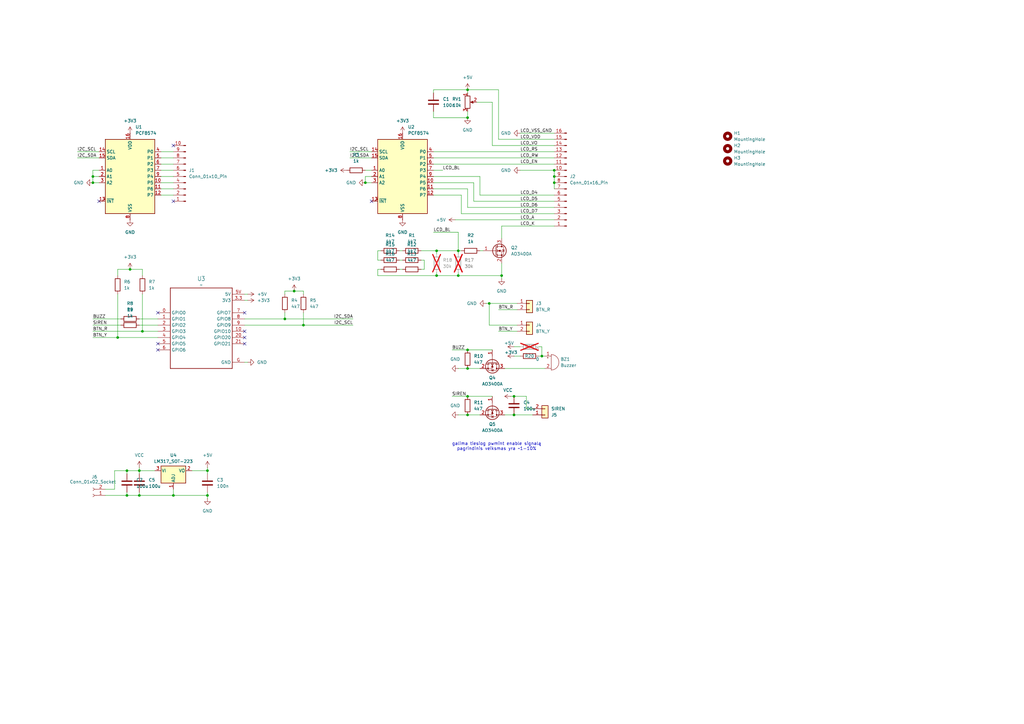
<source format=kicad_sch>
(kicad_sch
	(version 20231120)
	(generator "eeschema")
	(generator_version "8.0")
	(uuid "57bad168-84d4-400d-bfdf-e1c1b50005bc")
	(paper "A3")
	(lib_symbols
		(symbol "!custom:ESP32-C3_SUPERMINI"
			(exclude_from_sim no)
			(in_bom yes)
			(on_board yes)
			(property "Reference" "U"
				(at -12.7 16.002 0)
				(effects
					(font
						(size 1.778 1.5113)
					)
					(justify left bottom)
				)
			)
			(property "Value" ""
				(at -12.7 -20.32 0)
				(effects
					(font
						(size 1.778 1.5113)
					)
					(justify left bottom)
				)
			)
			(property "Footprint" "ESP32-C3_SUPERMINI:MODULE_ESP32-C3_SUPERMINI"
				(at 0 0 0)
				(effects
					(font
						(size 1.27 1.27)
					)
					(hide yes)
				)
			)
			(property "Datasheet" ""
				(at 0 0 0)
				(effects
					(font
						(size 1.27 1.27)
					)
					(hide yes)
				)
			)
			(property "Description" "https://pricing.snapeda.com/parts/ESP32-C3%20SuperMini_TH/Espressif%20Systems/view-part?ref=eda Check availability"
				(at 0 0 0)
				(effects
					(font
						(size 1.27 1.27)
					)
					(hide yes)
				)
			)
			(property "ki_locked" ""
				(at 0 0 0)
				(effects
					(font
						(size 1.27 1.27)
					)
				)
			)
			(symbol "ESP32-C3_SUPERMINI_1_0"
				(polyline
					(pts
						(xy -12.7 -17.78) (xy 12.7 -17.78)
					)
					(stroke
						(width 0.254)
						(type solid)
					)
					(fill
						(type none)
					)
				)
				(polyline
					(pts
						(xy -12.7 15.24) (xy -12.7 -17.78)
					)
					(stroke
						(width 0.254)
						(type solid)
					)
					(fill
						(type none)
					)
				)
				(polyline
					(pts
						(xy 12.7 -17.78) (xy 12.7 15.24)
					)
					(stroke
						(width 0.254)
						(type solid)
					)
					(fill
						(type none)
					)
				)
				(polyline
					(pts
						(xy 12.7 15.24) (xy -12.7 15.24)
					)
					(stroke
						(width 0.254)
						(type solid)
					)
					(fill
						(type none)
					)
				)
				(pin bidirectional line
					(at -17.78 5.08 0)
					(length 5.08)
					(name "GPIO0"
						(effects
							(font
								(size 1.27 1.27)
							)
						)
					)
					(number "0"
						(effects
							(font
								(size 1.27 1.27)
							)
						)
					)
				)
				(pin bidirectional line
					(at -17.78 2.54 0)
					(length 5.08)
					(name "GPIO1"
						(effects
							(font
								(size 1.27 1.27)
							)
						)
					)
					(number "1"
						(effects
							(font
								(size 1.27 1.27)
							)
						)
					)
				)
				(pin bidirectional line
					(at 17.78 -2.54 180)
					(length 5.08)
					(name "GPIO10"
						(effects
							(font
								(size 1.27 1.27)
							)
						)
					)
					(number "10"
						(effects
							(font
								(size 1.27 1.27)
							)
						)
					)
				)
				(pin bidirectional line
					(at -17.78 0 0)
					(length 5.08)
					(name "GPIO2"
						(effects
							(font
								(size 1.27 1.27)
							)
						)
					)
					(number "2"
						(effects
							(font
								(size 1.27 1.27)
							)
						)
					)
				)
				(pin bidirectional line
					(at 17.78 -5.08 180)
					(length 5.08)
					(name "GPIO20"
						(effects
							(font
								(size 1.27 1.27)
							)
						)
					)
					(number "20"
						(effects
							(font
								(size 1.27 1.27)
							)
						)
					)
				)
				(pin bidirectional line
					(at 17.78 -7.62 180)
					(length 5.08)
					(name "GPIO21"
						(effects
							(font
								(size 1.27 1.27)
							)
						)
					)
					(number "21"
						(effects
							(font
								(size 1.27 1.27)
							)
						)
					)
				)
				(pin bidirectional line
					(at -17.78 -2.54 0)
					(length 5.08)
					(name "GPIO3"
						(effects
							(font
								(size 1.27 1.27)
							)
						)
					)
					(number "3"
						(effects
							(font
								(size 1.27 1.27)
							)
						)
					)
				)
				(pin power_in line
					(at 17.78 10.16 180)
					(length 5.08)
					(name "3V3"
						(effects
							(font
								(size 1.27 1.27)
							)
						)
					)
					(number "3.3"
						(effects
							(font
								(size 1.27 1.27)
							)
						)
					)
				)
				(pin bidirectional line
					(at -17.78 -5.08 0)
					(length 5.08)
					(name "GPIO4"
						(effects
							(font
								(size 1.27 1.27)
							)
						)
					)
					(number "4"
						(effects
							(font
								(size 1.27 1.27)
							)
						)
					)
				)
				(pin bidirectional line
					(at -17.78 -7.62 0)
					(length 5.08)
					(name "GPIO5"
						(effects
							(font
								(size 1.27 1.27)
							)
						)
					)
					(number "5"
						(effects
							(font
								(size 1.27 1.27)
							)
						)
					)
				)
				(pin power_in line
					(at 17.78 12.7 180)
					(length 5.08)
					(name "5V"
						(effects
							(font
								(size 1.27 1.27)
							)
						)
					)
					(number "5V"
						(effects
							(font
								(size 1.27 1.27)
							)
						)
					)
				)
				(pin bidirectional line
					(at -17.78 -10.16 0)
					(length 5.08)
					(name "GPIO6"
						(effects
							(font
								(size 1.27 1.27)
							)
						)
					)
					(number "6"
						(effects
							(font
								(size 1.27 1.27)
							)
						)
					)
				)
				(pin bidirectional line
					(at 17.78 5.08 180)
					(length 5.08)
					(name "GPIO7"
						(effects
							(font
								(size 1.27 1.27)
							)
						)
					)
					(number "7"
						(effects
							(font
								(size 1.27 1.27)
							)
						)
					)
				)
				(pin bidirectional line
					(at 17.78 2.54 180)
					(length 5.08)
					(name "GPIO8"
						(effects
							(font
								(size 1.27 1.27)
							)
						)
					)
					(number "8"
						(effects
							(font
								(size 1.27 1.27)
							)
						)
					)
				)
				(pin bidirectional line
					(at 17.78 0 180)
					(length 5.08)
					(name "GPIO9"
						(effects
							(font
								(size 1.27 1.27)
							)
						)
					)
					(number "9"
						(effects
							(font
								(size 1.27 1.27)
							)
						)
					)
				)
				(pin power_in line
					(at 17.78 -15.24 180)
					(length 5.08)
					(name "GND"
						(effects
							(font
								(size 1.27 1.27)
							)
						)
					)
					(number "G"
						(effects
							(font
								(size 1.27 1.27)
							)
						)
					)
				)
			)
		)
		(symbol "Connector:Conn_01x02_Socket"
			(pin_names
				(offset 1.016) hide)
			(exclude_from_sim no)
			(in_bom yes)
			(on_board yes)
			(property "Reference" "J"
				(at 0 2.54 0)
				(effects
					(font
						(size 1.27 1.27)
					)
				)
			)
			(property "Value" "Conn_01x02_Socket"
				(at 0 -5.08 0)
				(effects
					(font
						(size 1.27 1.27)
					)
				)
			)
			(property "Footprint" ""
				(at 0 0 0)
				(effects
					(font
						(size 1.27 1.27)
					)
					(hide yes)
				)
			)
			(property "Datasheet" "~"
				(at 0 0 0)
				(effects
					(font
						(size 1.27 1.27)
					)
					(hide yes)
				)
			)
			(property "Description" "Generic connector, single row, 01x02, script generated"
				(at 0 0 0)
				(effects
					(font
						(size 1.27 1.27)
					)
					(hide yes)
				)
			)
			(property "ki_locked" ""
				(at 0 0 0)
				(effects
					(font
						(size 1.27 1.27)
					)
				)
			)
			(property "ki_keywords" "connector"
				(at 0 0 0)
				(effects
					(font
						(size 1.27 1.27)
					)
					(hide yes)
				)
			)
			(property "ki_fp_filters" "Connector*:*_1x??_*"
				(at 0 0 0)
				(effects
					(font
						(size 1.27 1.27)
					)
					(hide yes)
				)
			)
			(symbol "Conn_01x02_Socket_1_1"
				(arc
					(start 0 -2.032)
					(mid -0.5058 -2.54)
					(end 0 -3.048)
					(stroke
						(width 0.1524)
						(type default)
					)
					(fill
						(type none)
					)
				)
				(polyline
					(pts
						(xy -1.27 -2.54) (xy -0.508 -2.54)
					)
					(stroke
						(width 0.1524)
						(type default)
					)
					(fill
						(type none)
					)
				)
				(polyline
					(pts
						(xy -1.27 0) (xy -0.508 0)
					)
					(stroke
						(width 0.1524)
						(type default)
					)
					(fill
						(type none)
					)
				)
				(arc
					(start 0 0.508)
					(mid -0.5058 0)
					(end 0 -0.508)
					(stroke
						(width 0.1524)
						(type default)
					)
					(fill
						(type none)
					)
				)
				(pin passive line
					(at -5.08 0 0)
					(length 3.81)
					(name "Pin_1"
						(effects
							(font
								(size 1.27 1.27)
							)
						)
					)
					(number "1"
						(effects
							(font
								(size 1.27 1.27)
							)
						)
					)
				)
				(pin passive line
					(at -5.08 -2.54 0)
					(length 3.81)
					(name "Pin_2"
						(effects
							(font
								(size 1.27 1.27)
							)
						)
					)
					(number "2"
						(effects
							(font
								(size 1.27 1.27)
							)
						)
					)
				)
			)
		)
		(symbol "Connector:Conn_01x10_Pin"
			(pin_names
				(offset 1.016) hide)
			(exclude_from_sim no)
			(in_bom yes)
			(on_board yes)
			(property "Reference" "J"
				(at 0 12.7 0)
				(effects
					(font
						(size 1.27 1.27)
					)
				)
			)
			(property "Value" "Conn_01x10_Pin"
				(at 0 -15.24 0)
				(effects
					(font
						(size 1.27 1.27)
					)
				)
			)
			(property "Footprint" ""
				(at 0 0 0)
				(effects
					(font
						(size 1.27 1.27)
					)
					(hide yes)
				)
			)
			(property "Datasheet" "~"
				(at 0 0 0)
				(effects
					(font
						(size 1.27 1.27)
					)
					(hide yes)
				)
			)
			(property "Description" "Generic connector, single row, 01x10, script generated"
				(at 0 0 0)
				(effects
					(font
						(size 1.27 1.27)
					)
					(hide yes)
				)
			)
			(property "ki_locked" ""
				(at 0 0 0)
				(effects
					(font
						(size 1.27 1.27)
					)
				)
			)
			(property "ki_keywords" "connector"
				(at 0 0 0)
				(effects
					(font
						(size 1.27 1.27)
					)
					(hide yes)
				)
			)
			(property "ki_fp_filters" "Connector*:*_1x??_*"
				(at 0 0 0)
				(effects
					(font
						(size 1.27 1.27)
					)
					(hide yes)
				)
			)
			(symbol "Conn_01x10_Pin_1_1"
				(polyline
					(pts
						(xy 1.27 -12.7) (xy 0.8636 -12.7)
					)
					(stroke
						(width 0.1524)
						(type default)
					)
					(fill
						(type none)
					)
				)
				(polyline
					(pts
						(xy 1.27 -10.16) (xy 0.8636 -10.16)
					)
					(stroke
						(width 0.1524)
						(type default)
					)
					(fill
						(type none)
					)
				)
				(polyline
					(pts
						(xy 1.27 -7.62) (xy 0.8636 -7.62)
					)
					(stroke
						(width 0.1524)
						(type default)
					)
					(fill
						(type none)
					)
				)
				(polyline
					(pts
						(xy 1.27 -5.08) (xy 0.8636 -5.08)
					)
					(stroke
						(width 0.1524)
						(type default)
					)
					(fill
						(type none)
					)
				)
				(polyline
					(pts
						(xy 1.27 -2.54) (xy 0.8636 -2.54)
					)
					(stroke
						(width 0.1524)
						(type default)
					)
					(fill
						(type none)
					)
				)
				(polyline
					(pts
						(xy 1.27 0) (xy 0.8636 0)
					)
					(stroke
						(width 0.1524)
						(type default)
					)
					(fill
						(type none)
					)
				)
				(polyline
					(pts
						(xy 1.27 2.54) (xy 0.8636 2.54)
					)
					(stroke
						(width 0.1524)
						(type default)
					)
					(fill
						(type none)
					)
				)
				(polyline
					(pts
						(xy 1.27 5.08) (xy 0.8636 5.08)
					)
					(stroke
						(width 0.1524)
						(type default)
					)
					(fill
						(type none)
					)
				)
				(polyline
					(pts
						(xy 1.27 7.62) (xy 0.8636 7.62)
					)
					(stroke
						(width 0.1524)
						(type default)
					)
					(fill
						(type none)
					)
				)
				(polyline
					(pts
						(xy 1.27 10.16) (xy 0.8636 10.16)
					)
					(stroke
						(width 0.1524)
						(type default)
					)
					(fill
						(type none)
					)
				)
				(rectangle
					(start 0.8636 -12.573)
					(end 0 -12.827)
					(stroke
						(width 0.1524)
						(type default)
					)
					(fill
						(type outline)
					)
				)
				(rectangle
					(start 0.8636 -10.033)
					(end 0 -10.287)
					(stroke
						(width 0.1524)
						(type default)
					)
					(fill
						(type outline)
					)
				)
				(rectangle
					(start 0.8636 -7.493)
					(end 0 -7.747)
					(stroke
						(width 0.1524)
						(type default)
					)
					(fill
						(type outline)
					)
				)
				(rectangle
					(start 0.8636 -4.953)
					(end 0 -5.207)
					(stroke
						(width 0.1524)
						(type default)
					)
					(fill
						(type outline)
					)
				)
				(rectangle
					(start 0.8636 -2.413)
					(end 0 -2.667)
					(stroke
						(width 0.1524)
						(type default)
					)
					(fill
						(type outline)
					)
				)
				(rectangle
					(start 0.8636 0.127)
					(end 0 -0.127)
					(stroke
						(width 0.1524)
						(type default)
					)
					(fill
						(type outline)
					)
				)
				(rectangle
					(start 0.8636 2.667)
					(end 0 2.413)
					(stroke
						(width 0.1524)
						(type default)
					)
					(fill
						(type outline)
					)
				)
				(rectangle
					(start 0.8636 5.207)
					(end 0 4.953)
					(stroke
						(width 0.1524)
						(type default)
					)
					(fill
						(type outline)
					)
				)
				(rectangle
					(start 0.8636 7.747)
					(end 0 7.493)
					(stroke
						(width 0.1524)
						(type default)
					)
					(fill
						(type outline)
					)
				)
				(rectangle
					(start 0.8636 10.287)
					(end 0 10.033)
					(stroke
						(width 0.1524)
						(type default)
					)
					(fill
						(type outline)
					)
				)
				(pin passive line
					(at 5.08 10.16 180)
					(length 3.81)
					(name "Pin_1"
						(effects
							(font
								(size 1.27 1.27)
							)
						)
					)
					(number "1"
						(effects
							(font
								(size 1.27 1.27)
							)
						)
					)
				)
				(pin passive line
					(at 5.08 -12.7 180)
					(length 3.81)
					(name "Pin_10"
						(effects
							(font
								(size 1.27 1.27)
							)
						)
					)
					(number "10"
						(effects
							(font
								(size 1.27 1.27)
							)
						)
					)
				)
				(pin passive line
					(at 5.08 7.62 180)
					(length 3.81)
					(name "Pin_2"
						(effects
							(font
								(size 1.27 1.27)
							)
						)
					)
					(number "2"
						(effects
							(font
								(size 1.27 1.27)
							)
						)
					)
				)
				(pin passive line
					(at 5.08 5.08 180)
					(length 3.81)
					(name "Pin_3"
						(effects
							(font
								(size 1.27 1.27)
							)
						)
					)
					(number "3"
						(effects
							(font
								(size 1.27 1.27)
							)
						)
					)
				)
				(pin passive line
					(at 5.08 2.54 180)
					(length 3.81)
					(name "Pin_4"
						(effects
							(font
								(size 1.27 1.27)
							)
						)
					)
					(number "4"
						(effects
							(font
								(size 1.27 1.27)
							)
						)
					)
				)
				(pin passive line
					(at 5.08 0 180)
					(length 3.81)
					(name "Pin_5"
						(effects
							(font
								(size 1.27 1.27)
							)
						)
					)
					(number "5"
						(effects
							(font
								(size 1.27 1.27)
							)
						)
					)
				)
				(pin passive line
					(at 5.08 -2.54 180)
					(length 3.81)
					(name "Pin_6"
						(effects
							(font
								(size 1.27 1.27)
							)
						)
					)
					(number "6"
						(effects
							(font
								(size 1.27 1.27)
							)
						)
					)
				)
				(pin passive line
					(at 5.08 -5.08 180)
					(length 3.81)
					(name "Pin_7"
						(effects
							(font
								(size 1.27 1.27)
							)
						)
					)
					(number "7"
						(effects
							(font
								(size 1.27 1.27)
							)
						)
					)
				)
				(pin passive line
					(at 5.08 -7.62 180)
					(length 3.81)
					(name "Pin_8"
						(effects
							(font
								(size 1.27 1.27)
							)
						)
					)
					(number "8"
						(effects
							(font
								(size 1.27 1.27)
							)
						)
					)
				)
				(pin passive line
					(at 5.08 -10.16 180)
					(length 3.81)
					(name "Pin_9"
						(effects
							(font
								(size 1.27 1.27)
							)
						)
					)
					(number "9"
						(effects
							(font
								(size 1.27 1.27)
							)
						)
					)
				)
			)
		)
		(symbol "Connector:Conn_01x16_Pin"
			(pin_names
				(offset 1.016) hide)
			(exclude_from_sim no)
			(in_bom yes)
			(on_board yes)
			(property "Reference" "J"
				(at 0 20.32 0)
				(effects
					(font
						(size 1.27 1.27)
					)
				)
			)
			(property "Value" "Conn_01x16_Pin"
				(at 0 -22.86 0)
				(effects
					(font
						(size 1.27 1.27)
					)
				)
			)
			(property "Footprint" ""
				(at 0 0 0)
				(effects
					(font
						(size 1.27 1.27)
					)
					(hide yes)
				)
			)
			(property "Datasheet" "~"
				(at 0 0 0)
				(effects
					(font
						(size 1.27 1.27)
					)
					(hide yes)
				)
			)
			(property "Description" "Generic connector, single row, 01x16, script generated"
				(at 0 0 0)
				(effects
					(font
						(size 1.27 1.27)
					)
					(hide yes)
				)
			)
			(property "ki_locked" ""
				(at 0 0 0)
				(effects
					(font
						(size 1.27 1.27)
					)
				)
			)
			(property "ki_keywords" "connector"
				(at 0 0 0)
				(effects
					(font
						(size 1.27 1.27)
					)
					(hide yes)
				)
			)
			(property "ki_fp_filters" "Connector*:*_1x??_*"
				(at 0 0 0)
				(effects
					(font
						(size 1.27 1.27)
					)
					(hide yes)
				)
			)
			(symbol "Conn_01x16_Pin_1_1"
				(polyline
					(pts
						(xy 1.27 -20.32) (xy 0.8636 -20.32)
					)
					(stroke
						(width 0.1524)
						(type default)
					)
					(fill
						(type none)
					)
				)
				(polyline
					(pts
						(xy 1.27 -17.78) (xy 0.8636 -17.78)
					)
					(stroke
						(width 0.1524)
						(type default)
					)
					(fill
						(type none)
					)
				)
				(polyline
					(pts
						(xy 1.27 -15.24) (xy 0.8636 -15.24)
					)
					(stroke
						(width 0.1524)
						(type default)
					)
					(fill
						(type none)
					)
				)
				(polyline
					(pts
						(xy 1.27 -12.7) (xy 0.8636 -12.7)
					)
					(stroke
						(width 0.1524)
						(type default)
					)
					(fill
						(type none)
					)
				)
				(polyline
					(pts
						(xy 1.27 -10.16) (xy 0.8636 -10.16)
					)
					(stroke
						(width 0.1524)
						(type default)
					)
					(fill
						(type none)
					)
				)
				(polyline
					(pts
						(xy 1.27 -7.62) (xy 0.8636 -7.62)
					)
					(stroke
						(width 0.1524)
						(type default)
					)
					(fill
						(type none)
					)
				)
				(polyline
					(pts
						(xy 1.27 -5.08) (xy 0.8636 -5.08)
					)
					(stroke
						(width 0.1524)
						(type default)
					)
					(fill
						(type none)
					)
				)
				(polyline
					(pts
						(xy 1.27 -2.54) (xy 0.8636 -2.54)
					)
					(stroke
						(width 0.1524)
						(type default)
					)
					(fill
						(type none)
					)
				)
				(polyline
					(pts
						(xy 1.27 0) (xy 0.8636 0)
					)
					(stroke
						(width 0.1524)
						(type default)
					)
					(fill
						(type none)
					)
				)
				(polyline
					(pts
						(xy 1.27 2.54) (xy 0.8636 2.54)
					)
					(stroke
						(width 0.1524)
						(type default)
					)
					(fill
						(type none)
					)
				)
				(polyline
					(pts
						(xy 1.27 5.08) (xy 0.8636 5.08)
					)
					(stroke
						(width 0.1524)
						(type default)
					)
					(fill
						(type none)
					)
				)
				(polyline
					(pts
						(xy 1.27 7.62) (xy 0.8636 7.62)
					)
					(stroke
						(width 0.1524)
						(type default)
					)
					(fill
						(type none)
					)
				)
				(polyline
					(pts
						(xy 1.27 10.16) (xy 0.8636 10.16)
					)
					(stroke
						(width 0.1524)
						(type default)
					)
					(fill
						(type none)
					)
				)
				(polyline
					(pts
						(xy 1.27 12.7) (xy 0.8636 12.7)
					)
					(stroke
						(width 0.1524)
						(type default)
					)
					(fill
						(type none)
					)
				)
				(polyline
					(pts
						(xy 1.27 15.24) (xy 0.8636 15.24)
					)
					(stroke
						(width 0.1524)
						(type default)
					)
					(fill
						(type none)
					)
				)
				(polyline
					(pts
						(xy 1.27 17.78) (xy 0.8636 17.78)
					)
					(stroke
						(width 0.1524)
						(type default)
					)
					(fill
						(type none)
					)
				)
				(rectangle
					(start 0.8636 -20.193)
					(end 0 -20.447)
					(stroke
						(width 0.1524)
						(type default)
					)
					(fill
						(type outline)
					)
				)
				(rectangle
					(start 0.8636 -17.653)
					(end 0 -17.907)
					(stroke
						(width 0.1524)
						(type default)
					)
					(fill
						(type outline)
					)
				)
				(rectangle
					(start 0.8636 -15.113)
					(end 0 -15.367)
					(stroke
						(width 0.1524)
						(type default)
					)
					(fill
						(type outline)
					)
				)
				(rectangle
					(start 0.8636 -12.573)
					(end 0 -12.827)
					(stroke
						(width 0.1524)
						(type default)
					)
					(fill
						(type outline)
					)
				)
				(rectangle
					(start 0.8636 -10.033)
					(end 0 -10.287)
					(stroke
						(width 0.1524)
						(type default)
					)
					(fill
						(type outline)
					)
				)
				(rectangle
					(start 0.8636 -7.493)
					(end 0 -7.747)
					(stroke
						(width 0.1524)
						(type default)
					)
					(fill
						(type outline)
					)
				)
				(rectangle
					(start 0.8636 -4.953)
					(end 0 -5.207)
					(stroke
						(width 0.1524)
						(type default)
					)
					(fill
						(type outline)
					)
				)
				(rectangle
					(start 0.8636 -2.413)
					(end 0 -2.667)
					(stroke
						(width 0.1524)
						(type default)
					)
					(fill
						(type outline)
					)
				)
				(rectangle
					(start 0.8636 0.127)
					(end 0 -0.127)
					(stroke
						(width 0.1524)
						(type default)
					)
					(fill
						(type outline)
					)
				)
				(rectangle
					(start 0.8636 2.667)
					(end 0 2.413)
					(stroke
						(width 0.1524)
						(type default)
					)
					(fill
						(type outline)
					)
				)
				(rectangle
					(start 0.8636 5.207)
					(end 0 4.953)
					(stroke
						(width 0.1524)
						(type default)
					)
					(fill
						(type outline)
					)
				)
				(rectangle
					(start 0.8636 7.747)
					(end 0 7.493)
					(stroke
						(width 0.1524)
						(type default)
					)
					(fill
						(type outline)
					)
				)
				(rectangle
					(start 0.8636 10.287)
					(end 0 10.033)
					(stroke
						(width 0.1524)
						(type default)
					)
					(fill
						(type outline)
					)
				)
				(rectangle
					(start 0.8636 12.827)
					(end 0 12.573)
					(stroke
						(width 0.1524)
						(type default)
					)
					(fill
						(type outline)
					)
				)
				(rectangle
					(start 0.8636 15.367)
					(end 0 15.113)
					(stroke
						(width 0.1524)
						(type default)
					)
					(fill
						(type outline)
					)
				)
				(rectangle
					(start 0.8636 17.907)
					(end 0 17.653)
					(stroke
						(width 0.1524)
						(type default)
					)
					(fill
						(type outline)
					)
				)
				(pin passive line
					(at 5.08 17.78 180)
					(length 3.81)
					(name "Pin_1"
						(effects
							(font
								(size 1.27 1.27)
							)
						)
					)
					(number "1"
						(effects
							(font
								(size 1.27 1.27)
							)
						)
					)
				)
				(pin passive line
					(at 5.08 -5.08 180)
					(length 3.81)
					(name "Pin_10"
						(effects
							(font
								(size 1.27 1.27)
							)
						)
					)
					(number "10"
						(effects
							(font
								(size 1.27 1.27)
							)
						)
					)
				)
				(pin passive line
					(at 5.08 -7.62 180)
					(length 3.81)
					(name "Pin_11"
						(effects
							(font
								(size 1.27 1.27)
							)
						)
					)
					(number "11"
						(effects
							(font
								(size 1.27 1.27)
							)
						)
					)
				)
				(pin passive line
					(at 5.08 -10.16 180)
					(length 3.81)
					(name "Pin_12"
						(effects
							(font
								(size 1.27 1.27)
							)
						)
					)
					(number "12"
						(effects
							(font
								(size 1.27 1.27)
							)
						)
					)
				)
				(pin passive line
					(at 5.08 -12.7 180)
					(length 3.81)
					(name "Pin_13"
						(effects
							(font
								(size 1.27 1.27)
							)
						)
					)
					(number "13"
						(effects
							(font
								(size 1.27 1.27)
							)
						)
					)
				)
				(pin passive line
					(at 5.08 -15.24 180)
					(length 3.81)
					(name "Pin_14"
						(effects
							(font
								(size 1.27 1.27)
							)
						)
					)
					(number "14"
						(effects
							(font
								(size 1.27 1.27)
							)
						)
					)
				)
				(pin passive line
					(at 5.08 -17.78 180)
					(length 3.81)
					(name "Pin_15"
						(effects
							(font
								(size 1.27 1.27)
							)
						)
					)
					(number "15"
						(effects
							(font
								(size 1.27 1.27)
							)
						)
					)
				)
				(pin passive line
					(at 5.08 -20.32 180)
					(length 3.81)
					(name "Pin_16"
						(effects
							(font
								(size 1.27 1.27)
							)
						)
					)
					(number "16"
						(effects
							(font
								(size 1.27 1.27)
							)
						)
					)
				)
				(pin passive line
					(at 5.08 15.24 180)
					(length 3.81)
					(name "Pin_2"
						(effects
							(font
								(size 1.27 1.27)
							)
						)
					)
					(number "2"
						(effects
							(font
								(size 1.27 1.27)
							)
						)
					)
				)
				(pin passive line
					(at 5.08 12.7 180)
					(length 3.81)
					(name "Pin_3"
						(effects
							(font
								(size 1.27 1.27)
							)
						)
					)
					(number "3"
						(effects
							(font
								(size 1.27 1.27)
							)
						)
					)
				)
				(pin passive line
					(at 5.08 10.16 180)
					(length 3.81)
					(name "Pin_4"
						(effects
							(font
								(size 1.27 1.27)
							)
						)
					)
					(number "4"
						(effects
							(font
								(size 1.27 1.27)
							)
						)
					)
				)
				(pin passive line
					(at 5.08 7.62 180)
					(length 3.81)
					(name "Pin_5"
						(effects
							(font
								(size 1.27 1.27)
							)
						)
					)
					(number "5"
						(effects
							(font
								(size 1.27 1.27)
							)
						)
					)
				)
				(pin passive line
					(at 5.08 5.08 180)
					(length 3.81)
					(name "Pin_6"
						(effects
							(font
								(size 1.27 1.27)
							)
						)
					)
					(number "6"
						(effects
							(font
								(size 1.27 1.27)
							)
						)
					)
				)
				(pin passive line
					(at 5.08 2.54 180)
					(length 3.81)
					(name "Pin_7"
						(effects
							(font
								(size 1.27 1.27)
							)
						)
					)
					(number "7"
						(effects
							(font
								(size 1.27 1.27)
							)
						)
					)
				)
				(pin passive line
					(at 5.08 0 180)
					(length 3.81)
					(name "Pin_8"
						(effects
							(font
								(size 1.27 1.27)
							)
						)
					)
					(number "8"
						(effects
							(font
								(size 1.27 1.27)
							)
						)
					)
				)
				(pin passive line
					(at 5.08 -2.54 180)
					(length 3.81)
					(name "Pin_9"
						(effects
							(font
								(size 1.27 1.27)
							)
						)
					)
					(number "9"
						(effects
							(font
								(size 1.27 1.27)
							)
						)
					)
				)
			)
		)
		(symbol "Connector_Generic:Conn_01x02"
			(pin_names
				(offset 1.016) hide)
			(exclude_from_sim no)
			(in_bom yes)
			(on_board yes)
			(property "Reference" "J"
				(at 0 2.54 0)
				(effects
					(font
						(size 1.27 1.27)
					)
				)
			)
			(property "Value" "Conn_01x02"
				(at 0 -5.08 0)
				(effects
					(font
						(size 1.27 1.27)
					)
				)
			)
			(property "Footprint" ""
				(at 0 0 0)
				(effects
					(font
						(size 1.27 1.27)
					)
					(hide yes)
				)
			)
			(property "Datasheet" "~"
				(at 0 0 0)
				(effects
					(font
						(size 1.27 1.27)
					)
					(hide yes)
				)
			)
			(property "Description" "Generic connector, single row, 01x02, script generated (kicad-library-utils/schlib/autogen/connector/)"
				(at 0 0 0)
				(effects
					(font
						(size 1.27 1.27)
					)
					(hide yes)
				)
			)
			(property "ki_keywords" "connector"
				(at 0 0 0)
				(effects
					(font
						(size 1.27 1.27)
					)
					(hide yes)
				)
			)
			(property "ki_fp_filters" "Connector*:*_1x??_*"
				(at 0 0 0)
				(effects
					(font
						(size 1.27 1.27)
					)
					(hide yes)
				)
			)
			(symbol "Conn_01x02_1_1"
				(rectangle
					(start -1.27 -2.413)
					(end 0 -2.667)
					(stroke
						(width 0.1524)
						(type default)
					)
					(fill
						(type none)
					)
				)
				(rectangle
					(start -1.27 0.127)
					(end 0 -0.127)
					(stroke
						(width 0.1524)
						(type default)
					)
					(fill
						(type none)
					)
				)
				(rectangle
					(start -1.27 1.27)
					(end 1.27 -3.81)
					(stroke
						(width 0.254)
						(type default)
					)
					(fill
						(type background)
					)
				)
				(pin passive line
					(at -5.08 0 0)
					(length 3.81)
					(name "Pin_1"
						(effects
							(font
								(size 1.27 1.27)
							)
						)
					)
					(number "1"
						(effects
							(font
								(size 1.27 1.27)
							)
						)
					)
				)
				(pin passive line
					(at -5.08 -2.54 0)
					(length 3.81)
					(name "Pin_2"
						(effects
							(font
								(size 1.27 1.27)
							)
						)
					)
					(number "2"
						(effects
							(font
								(size 1.27 1.27)
							)
						)
					)
				)
			)
		)
		(symbol "Device:Buzzer"
			(pin_names
				(offset 0.0254) hide)
			(exclude_from_sim no)
			(in_bom yes)
			(on_board yes)
			(property "Reference" "BZ"
				(at 3.81 1.27 0)
				(effects
					(font
						(size 1.27 1.27)
					)
					(justify left)
				)
			)
			(property "Value" "Buzzer"
				(at 3.81 -1.27 0)
				(effects
					(font
						(size 1.27 1.27)
					)
					(justify left)
				)
			)
			(property "Footprint" ""
				(at -0.635 2.54 90)
				(effects
					(font
						(size 1.27 1.27)
					)
					(hide yes)
				)
			)
			(property "Datasheet" "~"
				(at -0.635 2.54 90)
				(effects
					(font
						(size 1.27 1.27)
					)
					(hide yes)
				)
			)
			(property "Description" "Buzzer, polarized"
				(at 0 0 0)
				(effects
					(font
						(size 1.27 1.27)
					)
					(hide yes)
				)
			)
			(property "ki_keywords" "quartz resonator ceramic"
				(at 0 0 0)
				(effects
					(font
						(size 1.27 1.27)
					)
					(hide yes)
				)
			)
			(property "ki_fp_filters" "*Buzzer*"
				(at 0 0 0)
				(effects
					(font
						(size 1.27 1.27)
					)
					(hide yes)
				)
			)
			(symbol "Buzzer_0_1"
				(arc
					(start 0 -3.175)
					(mid 3.1612 0)
					(end 0 3.175)
					(stroke
						(width 0)
						(type default)
					)
					(fill
						(type none)
					)
				)
				(polyline
					(pts
						(xy -1.651 1.905) (xy -1.143 1.905)
					)
					(stroke
						(width 0)
						(type default)
					)
					(fill
						(type none)
					)
				)
				(polyline
					(pts
						(xy -1.397 2.159) (xy -1.397 1.651)
					)
					(stroke
						(width 0)
						(type default)
					)
					(fill
						(type none)
					)
				)
				(polyline
					(pts
						(xy 0 3.175) (xy 0 -3.175)
					)
					(stroke
						(width 0)
						(type default)
					)
					(fill
						(type none)
					)
				)
			)
			(symbol "Buzzer_1_1"
				(pin passive line
					(at -2.54 2.54 0)
					(length 2.54)
					(name "+"
						(effects
							(font
								(size 1.27 1.27)
							)
						)
					)
					(number "1"
						(effects
							(font
								(size 1.27 1.27)
							)
						)
					)
				)
				(pin passive line
					(at -2.54 -2.54 0)
					(length 2.54)
					(name "-"
						(effects
							(font
								(size 1.27 1.27)
							)
						)
					)
					(number "2"
						(effects
							(font
								(size 1.27 1.27)
							)
						)
					)
				)
			)
		)
		(symbol "Device:C"
			(pin_numbers hide)
			(pin_names
				(offset 0.254)
			)
			(exclude_from_sim no)
			(in_bom yes)
			(on_board yes)
			(property "Reference" "C"
				(at 0.635 2.54 0)
				(effects
					(font
						(size 1.27 1.27)
					)
					(justify left)
				)
			)
			(property "Value" "C"
				(at 0.635 -2.54 0)
				(effects
					(font
						(size 1.27 1.27)
					)
					(justify left)
				)
			)
			(property "Footprint" ""
				(at 0.9652 -3.81 0)
				(effects
					(font
						(size 1.27 1.27)
					)
					(hide yes)
				)
			)
			(property "Datasheet" "~"
				(at 0 0 0)
				(effects
					(font
						(size 1.27 1.27)
					)
					(hide yes)
				)
			)
			(property "Description" "Unpolarized capacitor"
				(at 0 0 0)
				(effects
					(font
						(size 1.27 1.27)
					)
					(hide yes)
				)
			)
			(property "ki_keywords" "cap capacitor"
				(at 0 0 0)
				(effects
					(font
						(size 1.27 1.27)
					)
					(hide yes)
				)
			)
			(property "ki_fp_filters" "C_*"
				(at 0 0 0)
				(effects
					(font
						(size 1.27 1.27)
					)
					(hide yes)
				)
			)
			(symbol "C_0_1"
				(polyline
					(pts
						(xy -2.032 -0.762) (xy 2.032 -0.762)
					)
					(stroke
						(width 0.508)
						(type default)
					)
					(fill
						(type none)
					)
				)
				(polyline
					(pts
						(xy -2.032 0.762) (xy 2.032 0.762)
					)
					(stroke
						(width 0.508)
						(type default)
					)
					(fill
						(type none)
					)
				)
			)
			(symbol "C_1_1"
				(pin passive line
					(at 0 3.81 270)
					(length 2.794)
					(name "~"
						(effects
							(font
								(size 1.27 1.27)
							)
						)
					)
					(number "1"
						(effects
							(font
								(size 1.27 1.27)
							)
						)
					)
				)
				(pin passive line
					(at 0 -3.81 90)
					(length 2.794)
					(name "~"
						(effects
							(font
								(size 1.27 1.27)
							)
						)
					)
					(number "2"
						(effects
							(font
								(size 1.27 1.27)
							)
						)
					)
				)
			)
		)
		(symbol "Device:R"
			(pin_numbers hide)
			(pin_names
				(offset 0)
			)
			(exclude_from_sim no)
			(in_bom yes)
			(on_board yes)
			(property "Reference" "R"
				(at 2.032 0 90)
				(effects
					(font
						(size 1.27 1.27)
					)
				)
			)
			(property "Value" "R"
				(at 0 0 90)
				(effects
					(font
						(size 1.27 1.27)
					)
				)
			)
			(property "Footprint" ""
				(at -1.778 0 90)
				(effects
					(font
						(size 1.27 1.27)
					)
					(hide yes)
				)
			)
			(property "Datasheet" "~"
				(at 0 0 0)
				(effects
					(font
						(size 1.27 1.27)
					)
					(hide yes)
				)
			)
			(property "Description" "Resistor"
				(at 0 0 0)
				(effects
					(font
						(size 1.27 1.27)
					)
					(hide yes)
				)
			)
			(property "ki_keywords" "R res resistor"
				(at 0 0 0)
				(effects
					(font
						(size 1.27 1.27)
					)
					(hide yes)
				)
			)
			(property "ki_fp_filters" "R_*"
				(at 0 0 0)
				(effects
					(font
						(size 1.27 1.27)
					)
					(hide yes)
				)
			)
			(symbol "R_0_1"
				(rectangle
					(start -1.016 -2.54)
					(end 1.016 2.54)
					(stroke
						(width 0.254)
						(type default)
					)
					(fill
						(type none)
					)
				)
			)
			(symbol "R_1_1"
				(pin passive line
					(at 0 3.81 270)
					(length 1.27)
					(name "~"
						(effects
							(font
								(size 1.27 1.27)
							)
						)
					)
					(number "1"
						(effects
							(font
								(size 1.27 1.27)
							)
						)
					)
				)
				(pin passive line
					(at 0 -3.81 90)
					(length 1.27)
					(name "~"
						(effects
							(font
								(size 1.27 1.27)
							)
						)
					)
					(number "2"
						(effects
							(font
								(size 1.27 1.27)
							)
						)
					)
				)
			)
		)
		(symbol "Device:R_Potentiometer"
			(pin_names
				(offset 1.016) hide)
			(exclude_from_sim no)
			(in_bom yes)
			(on_board yes)
			(property "Reference" "RV"
				(at -4.445 0 90)
				(effects
					(font
						(size 1.27 1.27)
					)
				)
			)
			(property "Value" "R_Potentiometer"
				(at -2.54 0 90)
				(effects
					(font
						(size 1.27 1.27)
					)
				)
			)
			(property "Footprint" ""
				(at 0 0 0)
				(effects
					(font
						(size 1.27 1.27)
					)
					(hide yes)
				)
			)
			(property "Datasheet" "~"
				(at 0 0 0)
				(effects
					(font
						(size 1.27 1.27)
					)
					(hide yes)
				)
			)
			(property "Description" "Potentiometer"
				(at 0 0 0)
				(effects
					(font
						(size 1.27 1.27)
					)
					(hide yes)
				)
			)
			(property "ki_keywords" "resistor variable"
				(at 0 0 0)
				(effects
					(font
						(size 1.27 1.27)
					)
					(hide yes)
				)
			)
			(property "ki_fp_filters" "Potentiometer*"
				(at 0 0 0)
				(effects
					(font
						(size 1.27 1.27)
					)
					(hide yes)
				)
			)
			(symbol "R_Potentiometer_0_1"
				(polyline
					(pts
						(xy 2.54 0) (xy 1.524 0)
					)
					(stroke
						(width 0)
						(type default)
					)
					(fill
						(type none)
					)
				)
				(polyline
					(pts
						(xy 1.143 0) (xy 2.286 0.508) (xy 2.286 -0.508) (xy 1.143 0)
					)
					(stroke
						(width 0)
						(type default)
					)
					(fill
						(type outline)
					)
				)
				(rectangle
					(start 1.016 2.54)
					(end -1.016 -2.54)
					(stroke
						(width 0.254)
						(type default)
					)
					(fill
						(type none)
					)
				)
			)
			(symbol "R_Potentiometer_1_1"
				(pin passive line
					(at 0 3.81 270)
					(length 1.27)
					(name "1"
						(effects
							(font
								(size 1.27 1.27)
							)
						)
					)
					(number "1"
						(effects
							(font
								(size 1.27 1.27)
							)
						)
					)
				)
				(pin passive line
					(at 3.81 0 180)
					(length 1.27)
					(name "2"
						(effects
							(font
								(size 1.27 1.27)
							)
						)
					)
					(number "2"
						(effects
							(font
								(size 1.27 1.27)
							)
						)
					)
				)
				(pin passive line
					(at 0 -3.81 90)
					(length 1.27)
					(name "3"
						(effects
							(font
								(size 1.27 1.27)
							)
						)
					)
					(number "3"
						(effects
							(font
								(size 1.27 1.27)
							)
						)
					)
				)
			)
		)
		(symbol "Interface_Expansion:PCF8574"
			(exclude_from_sim no)
			(in_bom yes)
			(on_board yes)
			(property "Reference" "U"
				(at -8.89 16.51 0)
				(effects
					(font
						(size 1.27 1.27)
					)
					(justify left)
				)
			)
			(property "Value" "PCF8574"
				(at 2.54 16.51 0)
				(effects
					(font
						(size 1.27 1.27)
					)
					(justify left)
				)
			)
			(property "Footprint" ""
				(at 0 0 0)
				(effects
					(font
						(size 1.27 1.27)
					)
					(hide yes)
				)
			)
			(property "Datasheet" "http://www.nxp.com/docs/en/data-sheet/PCF8574_PCF8574A.pdf"
				(at 0 0 0)
				(effects
					(font
						(size 1.27 1.27)
					)
					(hide yes)
				)
			)
			(property "Description" "8 Bit Port/Expander to I2C Bus, DIP/SOIC-16"
				(at 0 0 0)
				(effects
					(font
						(size 1.27 1.27)
					)
					(hide yes)
				)
			)
			(property "ki_keywords" "I2C Expander"
				(at 0 0 0)
				(effects
					(font
						(size 1.27 1.27)
					)
					(hide yes)
				)
			)
			(property "ki_fp_filters" "DIP*W7.62mm* SOIC*7.5x10.3mm*P1.27mm*"
				(at 0 0 0)
				(effects
					(font
						(size 1.27 1.27)
					)
					(hide yes)
				)
			)
			(symbol "PCF8574_0_1"
				(rectangle
					(start -10.16 15.24)
					(end 10.16 -15.24)
					(stroke
						(width 0.254)
						(type default)
					)
					(fill
						(type background)
					)
				)
			)
			(symbol "PCF8574_1_1"
				(pin input line
					(at -12.7 2.54 0)
					(length 2.54)
					(name "A0"
						(effects
							(font
								(size 1.27 1.27)
							)
						)
					)
					(number "1"
						(effects
							(font
								(size 1.27 1.27)
							)
						)
					)
				)
				(pin bidirectional line
					(at 12.7 -2.54 180)
					(length 2.54)
					(name "P5"
						(effects
							(font
								(size 1.27 1.27)
							)
						)
					)
					(number "10"
						(effects
							(font
								(size 1.27 1.27)
							)
						)
					)
				)
				(pin bidirectional line
					(at 12.7 -5.08 180)
					(length 2.54)
					(name "P6"
						(effects
							(font
								(size 1.27 1.27)
							)
						)
					)
					(number "11"
						(effects
							(font
								(size 1.27 1.27)
							)
						)
					)
				)
				(pin bidirectional line
					(at 12.7 -7.62 180)
					(length 2.54)
					(name "P7"
						(effects
							(font
								(size 1.27 1.27)
							)
						)
					)
					(number "12"
						(effects
							(font
								(size 1.27 1.27)
							)
						)
					)
				)
				(pin open_collector output_low
					(at -12.7 -10.16 0)
					(length 2.54)
					(name "~{INT}"
						(effects
							(font
								(size 1.27 1.27)
							)
						)
					)
					(number "13"
						(effects
							(font
								(size 1.27 1.27)
							)
						)
					)
				)
				(pin input line
					(at -12.7 10.16 0)
					(length 2.54)
					(name "SCL"
						(effects
							(font
								(size 1.27 1.27)
							)
						)
					)
					(number "14"
						(effects
							(font
								(size 1.27 1.27)
							)
						)
					)
				)
				(pin bidirectional line
					(at -12.7 7.62 0)
					(length 2.54)
					(name "SDA"
						(effects
							(font
								(size 1.27 1.27)
							)
						)
					)
					(number "15"
						(effects
							(font
								(size 1.27 1.27)
							)
						)
					)
				)
				(pin power_in line
					(at 0 17.78 270)
					(length 2.54)
					(name "VDD"
						(effects
							(font
								(size 1.27 1.27)
							)
						)
					)
					(number "16"
						(effects
							(font
								(size 1.27 1.27)
							)
						)
					)
				)
				(pin input line
					(at -12.7 0 0)
					(length 2.54)
					(name "A1"
						(effects
							(font
								(size 1.27 1.27)
							)
						)
					)
					(number "2"
						(effects
							(font
								(size 1.27 1.27)
							)
						)
					)
				)
				(pin input line
					(at -12.7 -2.54 0)
					(length 2.54)
					(name "A2"
						(effects
							(font
								(size 1.27 1.27)
							)
						)
					)
					(number "3"
						(effects
							(font
								(size 1.27 1.27)
							)
						)
					)
				)
				(pin bidirectional line
					(at 12.7 10.16 180)
					(length 2.54)
					(name "P0"
						(effects
							(font
								(size 1.27 1.27)
							)
						)
					)
					(number "4"
						(effects
							(font
								(size 1.27 1.27)
							)
						)
					)
				)
				(pin bidirectional line
					(at 12.7 7.62 180)
					(length 2.54)
					(name "P1"
						(effects
							(font
								(size 1.27 1.27)
							)
						)
					)
					(number "5"
						(effects
							(font
								(size 1.27 1.27)
							)
						)
					)
				)
				(pin bidirectional line
					(at 12.7 5.08 180)
					(length 2.54)
					(name "P2"
						(effects
							(font
								(size 1.27 1.27)
							)
						)
					)
					(number "6"
						(effects
							(font
								(size 1.27 1.27)
							)
						)
					)
				)
				(pin bidirectional line
					(at 12.7 2.54 180)
					(length 2.54)
					(name "P3"
						(effects
							(font
								(size 1.27 1.27)
							)
						)
					)
					(number "7"
						(effects
							(font
								(size 1.27 1.27)
							)
						)
					)
				)
				(pin power_in line
					(at 0 -17.78 90)
					(length 2.54)
					(name "VSS"
						(effects
							(font
								(size 1.27 1.27)
							)
						)
					)
					(number "8"
						(effects
							(font
								(size 1.27 1.27)
							)
						)
					)
				)
				(pin bidirectional line
					(at 12.7 0 180)
					(length 2.54)
					(name "P4"
						(effects
							(font
								(size 1.27 1.27)
							)
						)
					)
					(number "9"
						(effects
							(font
								(size 1.27 1.27)
							)
						)
					)
				)
			)
		)
		(symbol "Mechanical:MountingHole"
			(pin_names
				(offset 1.016)
			)
			(exclude_from_sim yes)
			(in_bom no)
			(on_board yes)
			(property "Reference" "H"
				(at 0 5.08 0)
				(effects
					(font
						(size 1.27 1.27)
					)
				)
			)
			(property "Value" "MountingHole"
				(at 0 3.175 0)
				(effects
					(font
						(size 1.27 1.27)
					)
				)
			)
			(property "Footprint" ""
				(at 0 0 0)
				(effects
					(font
						(size 1.27 1.27)
					)
					(hide yes)
				)
			)
			(property "Datasheet" "~"
				(at 0 0 0)
				(effects
					(font
						(size 1.27 1.27)
					)
					(hide yes)
				)
			)
			(property "Description" "Mounting Hole without connection"
				(at 0 0 0)
				(effects
					(font
						(size 1.27 1.27)
					)
					(hide yes)
				)
			)
			(property "ki_keywords" "mounting hole"
				(at 0 0 0)
				(effects
					(font
						(size 1.27 1.27)
					)
					(hide yes)
				)
			)
			(property "ki_fp_filters" "MountingHole*"
				(at 0 0 0)
				(effects
					(font
						(size 1.27 1.27)
					)
					(hide yes)
				)
			)
			(symbol "MountingHole_0_1"
				(circle
					(center 0 0)
					(radius 1.27)
					(stroke
						(width 1.27)
						(type default)
					)
					(fill
						(type none)
					)
				)
			)
		)
		(symbol "Regulator_Linear:LM317_SOT-223"
			(pin_names
				(offset 0.254)
			)
			(exclude_from_sim no)
			(in_bom yes)
			(on_board yes)
			(property "Reference" "U"
				(at -3.81 3.175 0)
				(effects
					(font
						(size 1.27 1.27)
					)
				)
			)
			(property "Value" "LM317_SOT-223"
				(at 0 3.175 0)
				(effects
					(font
						(size 1.27 1.27)
					)
					(justify left)
				)
			)
			(property "Footprint" "Package_TO_SOT_SMD:SOT-223-3_TabPin2"
				(at 0 6.35 0)
				(effects
					(font
						(size 1.27 1.27)
						(italic yes)
					)
					(hide yes)
				)
			)
			(property "Datasheet" "http://www.ti.com/lit/ds/symlink/lm317.pdf"
				(at 0 0 0)
				(effects
					(font
						(size 1.27 1.27)
					)
					(hide yes)
				)
			)
			(property "Description" "1.5A 35V Adjustable Linear Regulator, SOT-223"
				(at 0 0 0)
				(effects
					(font
						(size 1.27 1.27)
					)
					(hide yes)
				)
			)
			(property "ki_keywords" "Adjustable Voltage Regulator 1A Positive"
				(at 0 0 0)
				(effects
					(font
						(size 1.27 1.27)
					)
					(hide yes)
				)
			)
			(property "ki_fp_filters" "SOT?223*TabPin2*"
				(at 0 0 0)
				(effects
					(font
						(size 1.27 1.27)
					)
					(hide yes)
				)
			)
			(symbol "LM317_SOT-223_0_1"
				(rectangle
					(start -5.08 1.905)
					(end 5.08 -5.08)
					(stroke
						(width 0.254)
						(type default)
					)
					(fill
						(type background)
					)
				)
			)
			(symbol "LM317_SOT-223_1_1"
				(pin input line
					(at 0 -7.62 90)
					(length 2.54)
					(name "ADJ"
						(effects
							(font
								(size 1.27 1.27)
							)
						)
					)
					(number "1"
						(effects
							(font
								(size 1.27 1.27)
							)
						)
					)
				)
				(pin power_out line
					(at 7.62 0 180)
					(length 2.54)
					(name "VO"
						(effects
							(font
								(size 1.27 1.27)
							)
						)
					)
					(number "2"
						(effects
							(font
								(size 1.27 1.27)
							)
						)
					)
				)
				(pin power_in line
					(at -7.62 0 0)
					(length 2.54)
					(name "VI"
						(effects
							(font
								(size 1.27 1.27)
							)
						)
					)
					(number "3"
						(effects
							(font
								(size 1.27 1.27)
							)
						)
					)
				)
			)
		)
		(symbol "Transistor_FET:AO3400A"
			(pin_names hide)
			(exclude_from_sim no)
			(in_bom yes)
			(on_board yes)
			(property "Reference" "Q"
				(at 5.08 1.905 0)
				(effects
					(font
						(size 1.27 1.27)
					)
					(justify left)
				)
			)
			(property "Value" "AO3400A"
				(at 5.08 0 0)
				(effects
					(font
						(size 1.27 1.27)
					)
					(justify left)
				)
			)
			(property "Footprint" "Package_TO_SOT_SMD:SOT-23"
				(at 5.08 -1.905 0)
				(effects
					(font
						(size 1.27 1.27)
						(italic yes)
					)
					(justify left)
					(hide yes)
				)
			)
			(property "Datasheet" "http://www.aosmd.com/pdfs/datasheet/AO3400A.pdf"
				(at 5.08 -3.81 0)
				(effects
					(font
						(size 1.27 1.27)
					)
					(justify left)
					(hide yes)
				)
			)
			(property "Description" "30V Vds, 5.7A Id, N-Channel MOSFET, SOT-23"
				(at 0 0 0)
				(effects
					(font
						(size 1.27 1.27)
					)
					(hide yes)
				)
			)
			(property "ki_keywords" "N-Channel MOSFET"
				(at 0 0 0)
				(effects
					(font
						(size 1.27 1.27)
					)
					(hide yes)
				)
			)
			(property "ki_fp_filters" "SOT?23*"
				(at 0 0 0)
				(effects
					(font
						(size 1.27 1.27)
					)
					(hide yes)
				)
			)
			(symbol "AO3400A_0_1"
				(polyline
					(pts
						(xy 0.254 0) (xy -2.54 0)
					)
					(stroke
						(width 0)
						(type default)
					)
					(fill
						(type none)
					)
				)
				(polyline
					(pts
						(xy 0.254 1.905) (xy 0.254 -1.905)
					)
					(stroke
						(width 0.254)
						(type default)
					)
					(fill
						(type none)
					)
				)
				(polyline
					(pts
						(xy 0.762 -1.27) (xy 0.762 -2.286)
					)
					(stroke
						(width 0.254)
						(type default)
					)
					(fill
						(type none)
					)
				)
				(polyline
					(pts
						(xy 0.762 0.508) (xy 0.762 -0.508)
					)
					(stroke
						(width 0.254)
						(type default)
					)
					(fill
						(type none)
					)
				)
				(polyline
					(pts
						(xy 0.762 2.286) (xy 0.762 1.27)
					)
					(stroke
						(width 0.254)
						(type default)
					)
					(fill
						(type none)
					)
				)
				(polyline
					(pts
						(xy 2.54 2.54) (xy 2.54 1.778)
					)
					(stroke
						(width 0)
						(type default)
					)
					(fill
						(type none)
					)
				)
				(polyline
					(pts
						(xy 2.54 -2.54) (xy 2.54 0) (xy 0.762 0)
					)
					(stroke
						(width 0)
						(type default)
					)
					(fill
						(type none)
					)
				)
				(polyline
					(pts
						(xy 0.762 -1.778) (xy 3.302 -1.778) (xy 3.302 1.778) (xy 0.762 1.778)
					)
					(stroke
						(width 0)
						(type default)
					)
					(fill
						(type none)
					)
				)
				(polyline
					(pts
						(xy 1.016 0) (xy 2.032 0.381) (xy 2.032 -0.381) (xy 1.016 0)
					)
					(stroke
						(width 0)
						(type default)
					)
					(fill
						(type outline)
					)
				)
				(polyline
					(pts
						(xy 2.794 0.508) (xy 2.921 0.381) (xy 3.683 0.381) (xy 3.81 0.254)
					)
					(stroke
						(width 0)
						(type default)
					)
					(fill
						(type none)
					)
				)
				(polyline
					(pts
						(xy 3.302 0.381) (xy 2.921 -0.254) (xy 3.683 -0.254) (xy 3.302 0.381)
					)
					(stroke
						(width 0)
						(type default)
					)
					(fill
						(type none)
					)
				)
				(circle
					(center 1.651 0)
					(radius 2.794)
					(stroke
						(width 0.254)
						(type default)
					)
					(fill
						(type none)
					)
				)
				(circle
					(center 2.54 -1.778)
					(radius 0.254)
					(stroke
						(width 0)
						(type default)
					)
					(fill
						(type outline)
					)
				)
				(circle
					(center 2.54 1.778)
					(radius 0.254)
					(stroke
						(width 0)
						(type default)
					)
					(fill
						(type outline)
					)
				)
			)
			(symbol "AO3400A_1_1"
				(pin input line
					(at -5.08 0 0)
					(length 2.54)
					(name "G"
						(effects
							(font
								(size 1.27 1.27)
							)
						)
					)
					(number "1"
						(effects
							(font
								(size 1.27 1.27)
							)
						)
					)
				)
				(pin passive line
					(at 2.54 -5.08 90)
					(length 2.54)
					(name "S"
						(effects
							(font
								(size 1.27 1.27)
							)
						)
					)
					(number "2"
						(effects
							(font
								(size 1.27 1.27)
							)
						)
					)
				)
				(pin passive line
					(at 2.54 5.08 270)
					(length 2.54)
					(name "D"
						(effects
							(font
								(size 1.27 1.27)
							)
						)
					)
					(number "3"
						(effects
							(font
								(size 1.27 1.27)
							)
						)
					)
				)
			)
		)
		(symbol "power:+3V3"
			(power)
			(pin_numbers hide)
			(pin_names
				(offset 0) hide)
			(exclude_from_sim no)
			(in_bom yes)
			(on_board yes)
			(property "Reference" "#PWR"
				(at 0 -3.81 0)
				(effects
					(font
						(size 1.27 1.27)
					)
					(hide yes)
				)
			)
			(property "Value" "+3V3"
				(at 0 3.556 0)
				(effects
					(font
						(size 1.27 1.27)
					)
				)
			)
			(property "Footprint" ""
				(at 0 0 0)
				(effects
					(font
						(size 1.27 1.27)
					)
					(hide yes)
				)
			)
			(property "Datasheet" ""
				(at 0 0 0)
				(effects
					(font
						(size 1.27 1.27)
					)
					(hide yes)
				)
			)
			(property "Description" "Power symbol creates a global label with name \"+3V3\""
				(at 0 0 0)
				(effects
					(font
						(size 1.27 1.27)
					)
					(hide yes)
				)
			)
			(property "ki_keywords" "global power"
				(at 0 0 0)
				(effects
					(font
						(size 1.27 1.27)
					)
					(hide yes)
				)
			)
			(symbol "+3V3_0_1"
				(polyline
					(pts
						(xy -0.762 1.27) (xy 0 2.54)
					)
					(stroke
						(width 0)
						(type default)
					)
					(fill
						(type none)
					)
				)
				(polyline
					(pts
						(xy 0 0) (xy 0 2.54)
					)
					(stroke
						(width 0)
						(type default)
					)
					(fill
						(type none)
					)
				)
				(polyline
					(pts
						(xy 0 2.54) (xy 0.762 1.27)
					)
					(stroke
						(width 0)
						(type default)
					)
					(fill
						(type none)
					)
				)
			)
			(symbol "+3V3_1_1"
				(pin power_in line
					(at 0 0 90)
					(length 0)
					(name "~"
						(effects
							(font
								(size 1.27 1.27)
							)
						)
					)
					(number "1"
						(effects
							(font
								(size 1.27 1.27)
							)
						)
					)
				)
			)
		)
		(symbol "power:+5V"
			(power)
			(pin_numbers hide)
			(pin_names
				(offset 0) hide)
			(exclude_from_sim no)
			(in_bom yes)
			(on_board yes)
			(property "Reference" "#PWR"
				(at 0 -3.81 0)
				(effects
					(font
						(size 1.27 1.27)
					)
					(hide yes)
				)
			)
			(property "Value" "+5V"
				(at 0 3.556 0)
				(effects
					(font
						(size 1.27 1.27)
					)
				)
			)
			(property "Footprint" ""
				(at 0 0 0)
				(effects
					(font
						(size 1.27 1.27)
					)
					(hide yes)
				)
			)
			(property "Datasheet" ""
				(at 0 0 0)
				(effects
					(font
						(size 1.27 1.27)
					)
					(hide yes)
				)
			)
			(property "Description" "Power symbol creates a global label with name \"+5V\""
				(at 0 0 0)
				(effects
					(font
						(size 1.27 1.27)
					)
					(hide yes)
				)
			)
			(property "ki_keywords" "global power"
				(at 0 0 0)
				(effects
					(font
						(size 1.27 1.27)
					)
					(hide yes)
				)
			)
			(symbol "+5V_0_1"
				(polyline
					(pts
						(xy -0.762 1.27) (xy 0 2.54)
					)
					(stroke
						(width 0)
						(type default)
					)
					(fill
						(type none)
					)
				)
				(polyline
					(pts
						(xy 0 0) (xy 0 2.54)
					)
					(stroke
						(width 0)
						(type default)
					)
					(fill
						(type none)
					)
				)
				(polyline
					(pts
						(xy 0 2.54) (xy 0.762 1.27)
					)
					(stroke
						(width 0)
						(type default)
					)
					(fill
						(type none)
					)
				)
			)
			(symbol "+5V_1_1"
				(pin power_in line
					(at 0 0 90)
					(length 0)
					(name "~"
						(effects
							(font
								(size 1.27 1.27)
							)
						)
					)
					(number "1"
						(effects
							(font
								(size 1.27 1.27)
							)
						)
					)
				)
			)
		)
		(symbol "power:GND"
			(power)
			(pin_numbers hide)
			(pin_names
				(offset 0) hide)
			(exclude_from_sim no)
			(in_bom yes)
			(on_board yes)
			(property "Reference" "#PWR"
				(at 0 -6.35 0)
				(effects
					(font
						(size 1.27 1.27)
					)
					(hide yes)
				)
			)
			(property "Value" "GND"
				(at 0 -3.81 0)
				(effects
					(font
						(size 1.27 1.27)
					)
				)
			)
			(property "Footprint" ""
				(at 0 0 0)
				(effects
					(font
						(size 1.27 1.27)
					)
					(hide yes)
				)
			)
			(property "Datasheet" ""
				(at 0 0 0)
				(effects
					(font
						(size 1.27 1.27)
					)
					(hide yes)
				)
			)
			(property "Description" "Power symbol creates a global label with name \"GND\" , ground"
				(at 0 0 0)
				(effects
					(font
						(size 1.27 1.27)
					)
					(hide yes)
				)
			)
			(property "ki_keywords" "global power"
				(at 0 0 0)
				(effects
					(font
						(size 1.27 1.27)
					)
					(hide yes)
				)
			)
			(symbol "GND_0_1"
				(polyline
					(pts
						(xy 0 0) (xy 0 -1.27) (xy 1.27 -1.27) (xy 0 -2.54) (xy -1.27 -1.27) (xy 0 -1.27)
					)
					(stroke
						(width 0)
						(type default)
					)
					(fill
						(type none)
					)
				)
			)
			(symbol "GND_1_1"
				(pin power_in line
					(at 0 0 270)
					(length 0)
					(name "~"
						(effects
							(font
								(size 1.27 1.27)
							)
						)
					)
					(number "1"
						(effects
							(font
								(size 1.27 1.27)
							)
						)
					)
				)
			)
		)
		(symbol "power:VCC"
			(power)
			(pin_numbers hide)
			(pin_names
				(offset 0) hide)
			(exclude_from_sim no)
			(in_bom yes)
			(on_board yes)
			(property "Reference" "#PWR"
				(at 0 -3.81 0)
				(effects
					(font
						(size 1.27 1.27)
					)
					(hide yes)
				)
			)
			(property "Value" "VCC"
				(at 0 3.556 0)
				(effects
					(font
						(size 1.27 1.27)
					)
				)
			)
			(property "Footprint" ""
				(at 0 0 0)
				(effects
					(font
						(size 1.27 1.27)
					)
					(hide yes)
				)
			)
			(property "Datasheet" ""
				(at 0 0 0)
				(effects
					(font
						(size 1.27 1.27)
					)
					(hide yes)
				)
			)
			(property "Description" "Power symbol creates a global label with name \"VCC\""
				(at 0 0 0)
				(effects
					(font
						(size 1.27 1.27)
					)
					(hide yes)
				)
			)
			(property "ki_keywords" "global power"
				(at 0 0 0)
				(effects
					(font
						(size 1.27 1.27)
					)
					(hide yes)
				)
			)
			(symbol "VCC_0_1"
				(polyline
					(pts
						(xy -0.762 1.27) (xy 0 2.54)
					)
					(stroke
						(width 0)
						(type default)
					)
					(fill
						(type none)
					)
				)
				(polyline
					(pts
						(xy 0 0) (xy 0 2.54)
					)
					(stroke
						(width 0)
						(type default)
					)
					(fill
						(type none)
					)
				)
				(polyline
					(pts
						(xy 0 2.54) (xy 0.762 1.27)
					)
					(stroke
						(width 0)
						(type default)
					)
					(fill
						(type none)
					)
				)
			)
			(symbol "VCC_1_1"
				(pin power_in line
					(at 0 0 90)
					(length 0)
					(name "~"
						(effects
							(font
								(size 1.27 1.27)
							)
						)
					)
					(number "1"
						(effects
							(font
								(size 1.27 1.27)
							)
						)
					)
				)
			)
		)
	)
	(junction
		(at 85.09 203.2)
		(diameter 0)
		(color 0 0 0 0)
		(uuid "0008895c-33db-42bf-8432-499f5ce8c40f")
	)
	(junction
		(at 191.77 151.13)
		(diameter 0)
		(color 0 0 0 0)
		(uuid "049f3f64-a9b5-4828-acb9-6f3610c9fe03")
	)
	(junction
		(at 53.34 110.49)
		(diameter 0)
		(color 0 0 0 0)
		(uuid "0527597e-0f71-4bc9-b941-731a671ff763")
	)
	(junction
		(at 200.66 124.46)
		(diameter 0)
		(color 0 0 0 0)
		(uuid "0810724b-1129-44f1-ac49-e33baab74ee2")
	)
	(junction
		(at 38.1 74.93)
		(diameter 0)
		(color 0 0 0 0)
		(uuid "0ea56e13-b1a8-49bf-b4b5-6c400c84cc07")
	)
	(junction
		(at 48.26 138.43)
		(diameter 0)
		(color 0 0 0 0)
		(uuid "158e9c66-15ed-4739-9506-f1eec16dc702")
	)
	(junction
		(at 210.82 170.18)
		(diameter 0)
		(color 0 0 0 0)
		(uuid "27f2d036-2cc3-42bf-a426-fccabb3afbde")
	)
	(junction
		(at 191.77 170.18)
		(diameter 0)
		(color 0 0 0 0)
		(uuid "318350b0-7022-4e3d-a75b-63ef0ba22315")
	)
	(junction
		(at 71.12 203.2)
		(diameter 0)
		(color 0 0 0 0)
		(uuid "3cc4301d-2bac-4d23-bd3e-914d01a4b4c9")
	)
	(junction
		(at 191.77 143.51)
		(diameter 0)
		(color 0 0 0 0)
		(uuid "3cdc73ba-0619-41b8-b5e5-c74bf0675b71")
	)
	(junction
		(at 52.07 193.04)
		(diameter 0)
		(color 0 0 0 0)
		(uuid "3d2d5f9c-fb8b-45ca-8d24-1695f486f118")
	)
	(junction
		(at 85.09 193.04)
		(diameter 0)
		(color 0 0 0 0)
		(uuid "3fe43d5c-36e6-4f9e-afec-447b310f1c67")
	)
	(junction
		(at 57.15 193.04)
		(diameter 0)
		(color 0 0 0 0)
		(uuid "44291621-fe3c-49e7-87f8-33994ad38830")
	)
	(junction
		(at 58.42 135.89)
		(diameter 0)
		(color 0 0 0 0)
		(uuid "5333c90d-5969-4139-9a54-38344cfaa185")
	)
	(junction
		(at 191.77 36.83)
		(diameter 0)
		(color 0 0 0 0)
		(uuid "622b3b41-02ce-4f81-bfb1-f49040b2ad2b")
	)
	(junction
		(at 179.07 102.87)
		(diameter 0)
		(color 0 0 0 0)
		(uuid "6a290858-d87d-4ec0-a42c-b90875a59a14")
	)
	(junction
		(at 179.07 113.03)
		(diameter 0)
		(color 0 0 0 0)
		(uuid "6f5a9220-3774-4be2-b0b4-8d49ae6a6d38")
	)
	(junction
		(at 38.1 72.39)
		(diameter 0)
		(color 0 0 0 0)
		(uuid "7079ff31-1ac2-4044-9282-c8fa46efbd56")
	)
	(junction
		(at 227.33 69.85)
		(diameter 0)
		(color 0 0 0 0)
		(uuid "738f4328-4b30-4fc6-a502-893eba827f0b")
	)
	(junction
		(at 149.86 74.93)
		(diameter 0)
		(color 0 0 0 0)
		(uuid "7956591e-effb-493f-b34b-a41fa4961ba9")
	)
	(junction
		(at 52.07 203.2)
		(diameter 0)
		(color 0 0 0 0)
		(uuid "7ef89a0f-8691-4503-b975-981e0ac054e4")
	)
	(junction
		(at 227.33 74.93)
		(diameter 0)
		(color 0 0 0 0)
		(uuid "809d77bc-299b-46a1-8dfd-dd9c1fa1c367")
	)
	(junction
		(at 191.77 162.56)
		(diameter 0)
		(color 0 0 0 0)
		(uuid "8f42bb56-5ac3-4037-a51b-5a4435da2485")
	)
	(junction
		(at 227.33 72.39)
		(diameter 0)
		(color 0 0 0 0)
		(uuid "9a62f07b-6649-40a0-8b87-62295c87bcc6")
	)
	(junction
		(at 116.84 130.81)
		(diameter 0)
		(color 0 0 0 0)
		(uuid "a337f125-ae4e-4f71-8bae-cf10bc11137f")
	)
	(junction
		(at 120.65 119.38)
		(diameter 0)
		(color 0 0 0 0)
		(uuid "b7b15049-a233-4251-8966-f82fbf6668e6")
	)
	(junction
		(at 205.74 113.03)
		(diameter 0)
		(color 0 0 0 0)
		(uuid "c55499c5-013d-4d8f-9be8-f8a91c6b53ce")
	)
	(junction
		(at 210.82 162.56)
		(diameter 0)
		(color 0 0 0 0)
		(uuid "c616fbad-3b03-4483-8094-39de72939652")
	)
	(junction
		(at 187.96 102.87)
		(diameter 0)
		(color 0 0 0 0)
		(uuid "ca7f525d-523b-4058-8ebe-4384f6730a42")
	)
	(junction
		(at 222.25 146.05)
		(diameter 0)
		(color 0 0 0 0)
		(uuid "d692f27a-e8c7-4be7-a503-070d01bd516e")
	)
	(junction
		(at 187.96 113.03)
		(diameter 0)
		(color 0 0 0 0)
		(uuid "ea230f48-2d1a-4d6d-a0c8-94e9c7bf7a7a")
	)
	(junction
		(at 191.77 48.26)
		(diameter 0)
		(color 0 0 0 0)
		(uuid "efdc32c7-5af7-45ad-a682-11534b3c4323")
	)
	(junction
		(at 124.46 133.35)
		(diameter 0)
		(color 0 0 0 0)
		(uuid "f6cb83a0-7a06-4ec4-a4f4-1de8b4fd501f")
	)
	(junction
		(at 57.15 203.2)
		(diameter 0)
		(color 0 0 0 0)
		(uuid "f6ced5ca-20eb-4aa1-b9bd-edd03efb1209")
	)
	(no_connect
		(at 64.77 143.51)
		(uuid "1c8fb8ad-5f18-4a70-b291-77009521f37f")
	)
	(no_connect
		(at 100.33 128.27)
		(uuid "3458807c-cbec-4b97-8a7f-da28fc48e218")
	)
	(no_connect
		(at 64.77 128.27)
		(uuid "41d6f8a0-92f0-4dfe-b965-323c782ef430")
	)
	(no_connect
		(at 100.33 135.89)
		(uuid "7a81f3cd-d349-4ec5-956e-8b51361289a1")
	)
	(no_connect
		(at 64.77 140.97)
		(uuid "7be1a5a3-beb2-40d8-876e-a3c41f76ee8a")
	)
	(no_connect
		(at 71.12 59.69)
		(uuid "a10abafd-1c78-42f9-be4f-5310ffeef0e3")
	)
	(no_connect
		(at 40.64 82.55)
		(uuid "ae220d13-afda-44c1-aba8-356a746a4ddd")
	)
	(no_connect
		(at 152.4 82.55)
		(uuid "af059019-bd34-491a-aa7e-e239d4299ad2")
	)
	(no_connect
		(at 100.33 138.43)
		(uuid "c22c3523-0cac-4b14-ac83-d77a8d49ebf3")
	)
	(no_connect
		(at 71.12 82.55)
		(uuid "c323d4e4-0380-4a25-9182-a74682731ab0")
	)
	(no_connect
		(at 100.33 140.97)
		(uuid "de0a32f9-4e0c-493b-91ab-bf028b65cf48")
	)
	(wire
		(pts
			(xy 191.77 36.83) (xy 191.77 38.1)
		)
		(stroke
			(width 0)
			(type default)
		)
		(uuid "00c7066f-1e1f-43f0-80a2-1bdf2d025646")
	)
	(wire
		(pts
			(xy 57.15 193.04) (xy 57.15 194.31)
		)
		(stroke
			(width 0)
			(type default)
		)
		(uuid "01d7f34a-136f-4df1-a500-e972da25ebaf")
	)
	(wire
		(pts
			(xy 191.77 45.72) (xy 191.77 48.26)
		)
		(stroke
			(width 0)
			(type default)
		)
		(uuid "0211782b-7e7e-4405-8900-c6467444b99b")
	)
	(wire
		(pts
			(xy 116.84 128.27) (xy 116.84 130.81)
		)
		(stroke
			(width 0)
			(type default)
		)
		(uuid "03f3c913-78f3-4811-8b9f-85353c3e78c3")
	)
	(wire
		(pts
			(xy 191.77 151.13) (xy 196.85 151.13)
		)
		(stroke
			(width 0)
			(type default)
		)
		(uuid "059d08d4-8418-470a-8f01-e78a6d4a4288")
	)
	(wire
		(pts
			(xy 177.8 80.01) (xy 189.23 80.01)
		)
		(stroke
			(width 0)
			(type default)
		)
		(uuid "05cb77c7-5689-4b81-924e-c9b482a5b0a8")
	)
	(wire
		(pts
			(xy 48.26 113.03) (xy 48.26 110.49)
		)
		(stroke
			(width 0)
			(type default)
		)
		(uuid "076904d8-810b-42ab-8f55-f63f49799072")
	)
	(wire
		(pts
			(xy 210.82 170.18) (xy 218.44 170.18)
		)
		(stroke
			(width 0)
			(type default)
		)
		(uuid "07925c09-a001-4196-a9a1-323032db3d8b")
	)
	(wire
		(pts
			(xy 38.1 72.39) (xy 38.1 69.85)
		)
		(stroke
			(width 0)
			(type default)
		)
		(uuid "08af3ad7-9dcd-491c-b49e-5a7f07f8c5cc")
	)
	(wire
		(pts
			(xy 163.83 110.49) (xy 165.1 110.49)
		)
		(stroke
			(width 0)
			(type default)
		)
		(uuid "0aeaa5f8-23c9-4c27-a527-9225ed5bd7e0")
	)
	(wire
		(pts
			(xy 78.74 193.04) (xy 85.09 193.04)
		)
		(stroke
			(width 0)
			(type default)
		)
		(uuid "0c61427f-32a4-4ab8-b6f5-eb1a15758c36")
	)
	(wire
		(pts
			(xy 38.1 130.81) (xy 49.53 130.81)
		)
		(stroke
			(width 0)
			(type default)
		)
		(uuid "0d5ee64e-c15a-4cdf-b7d1-32527bf569d4")
	)
	(wire
		(pts
			(xy 48.26 110.49) (xy 53.34 110.49)
		)
		(stroke
			(width 0)
			(type default)
		)
		(uuid "0db28199-3e25-4ee6-a87e-5f3efcbd178e")
	)
	(wire
		(pts
			(xy 57.15 191.77) (xy 57.15 193.04)
		)
		(stroke
			(width 0)
			(type default)
		)
		(uuid "10ead7b0-caa1-43c3-b5ad-d3204da4d3aa")
	)
	(wire
		(pts
			(xy 213.36 69.85) (xy 227.33 69.85)
		)
		(stroke
			(width 0)
			(type default)
		)
		(uuid "12b88db7-b7f8-48b1-8006-a7460ce45897")
	)
	(wire
		(pts
			(xy 100.33 148.59) (xy 101.6 148.59)
		)
		(stroke
			(width 0)
			(type default)
		)
		(uuid "1552609c-39ab-4c7a-98b6-e5fc4e28e02b")
	)
	(wire
		(pts
			(xy 38.1 135.89) (xy 58.42 135.89)
		)
		(stroke
			(width 0)
			(type default)
		)
		(uuid "15ec4e00-dc52-416d-b93e-5fef521b2bc3")
	)
	(wire
		(pts
			(xy 66.04 80.01) (xy 71.12 80.01)
		)
		(stroke
			(width 0)
			(type default)
		)
		(uuid "16664498-daa9-4a65-9d2f-dddace1f41ad")
	)
	(wire
		(pts
			(xy 177.8 69.85) (xy 181.61 69.85)
		)
		(stroke
			(width 0)
			(type default)
		)
		(uuid "167ea64c-e4d1-4131-95aa-1199776274d3")
	)
	(wire
		(pts
			(xy 195.58 41.91) (xy 201.93 41.91)
		)
		(stroke
			(width 0)
			(type default)
		)
		(uuid "16b9bcd9-9a68-46b7-8f16-2927f88ae46d")
	)
	(wire
		(pts
			(xy 204.47 135.89) (xy 212.09 135.89)
		)
		(stroke
			(width 0)
			(type default)
		)
		(uuid "1715d83f-39f8-462b-bbbe-a08dc673e0c2")
	)
	(wire
		(pts
			(xy 189.23 87.63) (xy 227.33 87.63)
		)
		(stroke
			(width 0)
			(type default)
		)
		(uuid "181d069e-3074-45cc-91a6-03678fa167e9")
	)
	(wire
		(pts
			(xy 210.82 146.05) (xy 213.36 146.05)
		)
		(stroke
			(width 0)
			(type default)
		)
		(uuid "18a3a47a-be83-4ae9-983c-b6ce7b49ed7b")
	)
	(wire
		(pts
			(xy 204.47 57.15) (xy 227.33 57.15)
		)
		(stroke
			(width 0)
			(type default)
		)
		(uuid "18c08b0c-fd4b-458b-b236-53dd57f51b1f")
	)
	(wire
		(pts
			(xy 177.8 36.83) (xy 177.8 38.1)
		)
		(stroke
			(width 0)
			(type default)
		)
		(uuid "1a944457-c64f-4173-b741-9eafe93e8efa")
	)
	(wire
		(pts
			(xy 38.1 69.85) (xy 40.64 69.85)
		)
		(stroke
			(width 0)
			(type default)
		)
		(uuid "1cf5a1ff-5cdb-4145-9cd3-0ffe053a2d06")
	)
	(wire
		(pts
			(xy 177.8 72.39) (xy 196.85 72.39)
		)
		(stroke
			(width 0)
			(type default)
		)
		(uuid "1e79e4a6-f812-476c-ac15-a6f50b5cf338")
	)
	(wire
		(pts
			(xy 179.07 113.03) (xy 187.96 113.03)
		)
		(stroke
			(width 0)
			(type default)
		)
		(uuid "1e8da03c-de61-45f1-b8f2-76c42017bfb7")
	)
	(wire
		(pts
			(xy 187.96 111.76) (xy 187.96 113.03)
		)
		(stroke
			(width 0)
			(type default)
		)
		(uuid "1f24c9f8-2312-44f5-8f9f-984809108618")
	)
	(wire
		(pts
			(xy 66.04 72.39) (xy 71.12 72.39)
		)
		(stroke
			(width 0)
			(type default)
		)
		(uuid "1f307ef9-0f01-4f04-95d7-11aba416043f")
	)
	(wire
		(pts
			(xy 66.04 62.23) (xy 71.12 62.23)
		)
		(stroke
			(width 0)
			(type default)
		)
		(uuid "268b36e5-e4f5-4654-abe7-5165ae8d87b3")
	)
	(wire
		(pts
			(xy 177.8 48.26) (xy 191.77 48.26)
		)
		(stroke
			(width 0)
			(type default)
		)
		(uuid "2a3a0ebf-951f-4984-b596-82096e2cc72b")
	)
	(wire
		(pts
			(xy 154.94 106.68) (xy 154.94 102.87)
		)
		(stroke
			(width 0)
			(type default)
		)
		(uuid "2c26584e-ac5c-4648-a44e-80b19b5b5b25")
	)
	(wire
		(pts
			(xy 116.84 119.38) (xy 116.84 120.65)
		)
		(stroke
			(width 0)
			(type default)
		)
		(uuid "30a2d868-dac7-48ca-8acc-b25a7650ce00")
	)
	(wire
		(pts
			(xy 46.99 193.04) (xy 52.07 193.04)
		)
		(stroke
			(width 0)
			(type default)
		)
		(uuid "30e5f7d4-0d72-4993-8c1c-95c52db1fae3")
	)
	(wire
		(pts
			(xy 120.65 119.38) (xy 116.84 119.38)
		)
		(stroke
			(width 0)
			(type default)
		)
		(uuid "31a83326-e808-411d-bd78-9f4d127cd437")
	)
	(wire
		(pts
			(xy 172.72 106.68) (xy 173.99 106.68)
		)
		(stroke
			(width 0)
			(type default)
		)
		(uuid "3621dca7-29d8-40a6-b8dd-4c16a60dede2")
	)
	(wire
		(pts
			(xy 212.09 133.35) (xy 200.66 133.35)
		)
		(stroke
			(width 0)
			(type default)
		)
		(uuid "39a251ee-1736-4b5a-bee7-48d1472ed821")
	)
	(wire
		(pts
			(xy 163.83 106.68) (xy 165.1 106.68)
		)
		(stroke
			(width 0)
			(type default)
		)
		(uuid "3a0fbff3-a0d7-4d38-a74e-88c63f9b3934")
	)
	(wire
		(pts
			(xy 227.33 74.93) (xy 227.33 77.47)
		)
		(stroke
			(width 0)
			(type default)
		)
		(uuid "424988f3-01c1-4fa1-b93a-6b12abc8ff09")
	)
	(wire
		(pts
			(xy 223.52 146.05) (xy 222.25 146.05)
		)
		(stroke
			(width 0)
			(type default)
		)
		(uuid "445e7580-efe1-41d7-bdae-07296605b7f2")
	)
	(wire
		(pts
			(xy 58.42 110.49) (xy 53.34 110.49)
		)
		(stroke
			(width 0)
			(type default)
		)
		(uuid "44e4ed10-4d61-40fb-9abb-b241f4a309b8")
	)
	(wire
		(pts
			(xy 149.86 74.93) (xy 152.4 74.93)
		)
		(stroke
			(width 0)
			(type default)
		)
		(uuid "4573a286-4319-4710-be62-80a28a7cf7a0")
	)
	(wire
		(pts
			(xy 66.04 74.93) (xy 71.12 74.93)
		)
		(stroke
			(width 0)
			(type default)
		)
		(uuid "4685c9c3-12f5-443f-b965-966d7ba56eb9")
	)
	(wire
		(pts
			(xy 46.99 200.66) (xy 46.99 193.04)
		)
		(stroke
			(width 0)
			(type default)
		)
		(uuid "4a0e6e76-c370-4393-b509-dfbb422d2e7b")
	)
	(wire
		(pts
			(xy 71.12 203.2) (xy 85.09 203.2)
		)
		(stroke
			(width 0)
			(type default)
		)
		(uuid "4ab4c596-add2-46c3-98ff-b3c2572af251")
	)
	(wire
		(pts
			(xy 58.42 113.03) (xy 58.42 110.49)
		)
		(stroke
			(width 0)
			(type default)
		)
		(uuid "4c3a657f-20bc-4018-8e29-c49d69a5add3")
	)
	(wire
		(pts
			(xy 85.09 203.2) (xy 85.09 204.47)
		)
		(stroke
			(width 0)
			(type default)
		)
		(uuid "4c5443e2-5de5-47b0-a03c-ae1aa093142f")
	)
	(wire
		(pts
			(xy 177.8 45.72) (xy 177.8 48.26)
		)
		(stroke
			(width 0)
			(type default)
		)
		(uuid "4cadd515-fa31-49b0-b5e2-f42d87734ff0")
	)
	(wire
		(pts
			(xy 207.01 151.13) (xy 223.52 151.13)
		)
		(stroke
			(width 0)
			(type default)
		)
		(uuid "4d37e43c-5e6b-4938-a3f7-c6a5a03a8f36")
	)
	(wire
		(pts
			(xy 177.8 64.77) (xy 227.33 64.77)
		)
		(stroke
			(width 0)
			(type default)
		)
		(uuid "4de9b732-7bc3-4593-b68f-ee28ee95c0ac")
	)
	(wire
		(pts
			(xy 215.9 162.56) (xy 215.9 167.64)
		)
		(stroke
			(width 0)
			(type default)
		)
		(uuid "52bbd6fb-446f-485c-9b19-ba01eea3c343")
	)
	(wire
		(pts
			(xy 154.94 110.49) (xy 156.21 110.49)
		)
		(stroke
			(width 0)
			(type default)
		)
		(uuid "546a5300-ef22-454a-8b38-adf8cd120bd3")
	)
	(wire
		(pts
			(xy 191.77 85.09) (xy 227.33 85.09)
		)
		(stroke
			(width 0)
			(type default)
		)
		(uuid "570b6ff0-2c7e-4937-9690-e33aaa433f8b")
	)
	(wire
		(pts
			(xy 48.26 138.43) (xy 64.77 138.43)
		)
		(stroke
			(width 0)
			(type default)
		)
		(uuid "58f07da4-ac4a-4c18-ac3e-5a1a53d5a6bf")
	)
	(wire
		(pts
			(xy 200.66 124.46) (xy 200.66 133.35)
		)
		(stroke
			(width 0)
			(type default)
		)
		(uuid "5b461471-2796-44fa-96c7-f200de8e61cb")
	)
	(wire
		(pts
			(xy 187.96 151.13) (xy 191.77 151.13)
		)
		(stroke
			(width 0)
			(type default)
		)
		(uuid "5b8abefc-883a-49da-a7c1-9e18cd705c16")
	)
	(wire
		(pts
			(xy 100.33 123.19) (xy 101.6 123.19)
		)
		(stroke
			(width 0)
			(type default)
		)
		(uuid "5c33a83e-d127-4afd-a758-684ac477521e")
	)
	(wire
		(pts
			(xy 43.18 203.2) (xy 52.07 203.2)
		)
		(stroke
			(width 0)
			(type default)
		)
		(uuid "5f522eff-1140-4ffa-bc81-65b1f5882ae1")
	)
	(wire
		(pts
			(xy 185.42 143.51) (xy 191.77 143.51)
		)
		(stroke
			(width 0)
			(type default)
		)
		(uuid "643bc938-069a-4b63-9a4a-41e8f3f286e3")
	)
	(wire
		(pts
			(xy 205.74 92.71) (xy 227.33 92.71)
		)
		(stroke
			(width 0)
			(type default)
		)
		(uuid "66213782-5541-47a7-8bec-4b0b7a9c690f")
	)
	(wire
		(pts
			(xy 179.07 111.76) (xy 179.07 113.03)
		)
		(stroke
			(width 0)
			(type default)
		)
		(uuid "695adb23-38dc-4add-9596-570be5140a28")
	)
	(wire
		(pts
			(xy 201.93 59.69) (xy 227.33 59.69)
		)
		(stroke
			(width 0)
			(type default)
		)
		(uuid "69e2eee5-3772-4377-bc5b-8dcd9f784bdc")
	)
	(wire
		(pts
			(xy 209.55 162.56) (xy 210.82 162.56)
		)
		(stroke
			(width 0)
			(type default)
		)
		(uuid "6a074818-ef16-4d89-9689-456aaf9557cb")
	)
	(wire
		(pts
			(xy 199.39 124.46) (xy 200.66 124.46)
		)
		(stroke
			(width 0)
			(type default)
		)
		(uuid "704988d9-3108-4f81-94eb-c7c22aba0c06")
	)
	(wire
		(pts
			(xy 57.15 193.04) (xy 63.5 193.04)
		)
		(stroke
			(width 0)
			(type default)
		)
		(uuid "71268048-95db-4930-8952-c9e37d491452")
	)
	(wire
		(pts
			(xy 57.15 201.93) (xy 57.15 203.2)
		)
		(stroke
			(width 0)
			(type default)
		)
		(uuid "74c58d6b-a544-449e-b1a9-8f99cc86bb85")
	)
	(wire
		(pts
			(xy 191.77 143.51) (xy 201.93 143.51)
		)
		(stroke
			(width 0)
			(type default)
		)
		(uuid "7a5818a7-ef4d-42e2-be38-ad3b66e2f3b9")
	)
	(wire
		(pts
			(xy 124.46 119.38) (xy 124.46 120.65)
		)
		(stroke
			(width 0)
			(type default)
		)
		(uuid "7b1f9755-2b2a-496c-a870-9ddffbdad944")
	)
	(wire
		(pts
			(xy 149.86 72.39) (xy 152.4 72.39)
		)
		(stroke
			(width 0)
			(type default)
		)
		(uuid "7ced7076-e36f-43ed-8381-c7005dfbae24")
	)
	(wire
		(pts
			(xy 124.46 128.27) (xy 124.46 133.35)
		)
		(stroke
			(width 0)
			(type default)
		)
		(uuid "7d2e017b-2a72-4633-b6ad-8aecd3941d70")
	)
	(wire
		(pts
			(xy 201.93 41.91) (xy 201.93 59.69)
		)
		(stroke
			(width 0)
			(type default)
		)
		(uuid "7d7361de-5e61-4c51-be27-c981ad0b502b")
	)
	(wire
		(pts
			(xy 144.78 130.81) (xy 116.84 130.81)
		)
		(stroke
			(width 0)
			(type default)
		)
		(uuid "7fb92bbc-ed50-4d20-b385-f071420f6b2d")
	)
	(wire
		(pts
			(xy 52.07 193.04) (xy 57.15 193.04)
		)
		(stroke
			(width 0)
			(type default)
		)
		(uuid "7ff02365-e8aa-475c-b5af-1546f1007ab5")
	)
	(wire
		(pts
			(xy 156.21 106.68) (xy 154.94 106.68)
		)
		(stroke
			(width 0)
			(type default)
		)
		(uuid "80d395bb-1d36-48d7-a276-b96fa0443fab")
	)
	(wire
		(pts
			(xy 173.99 106.68) (xy 173.99 110.49)
		)
		(stroke
			(width 0)
			(type default)
		)
		(uuid "81356745-e3b8-44f6-b118-837ea6106f48")
	)
	(wire
		(pts
			(xy 191.77 170.18) (xy 196.85 170.18)
		)
		(stroke
			(width 0)
			(type default)
		)
		(uuid "8160773e-8a36-4de3-840c-b56d24d55f34")
	)
	(wire
		(pts
			(xy 196.85 80.01) (xy 227.33 80.01)
		)
		(stroke
			(width 0)
			(type default)
		)
		(uuid "81c5fbba-3a0b-4660-9bf3-61905085b1e7")
	)
	(wire
		(pts
			(xy 165.1 102.87) (xy 163.83 102.87)
		)
		(stroke
			(width 0)
			(type default)
		)
		(uuid "8400742f-9ca1-42b0-9427-67a00f0c38eb")
	)
	(wire
		(pts
			(xy 120.65 119.38) (xy 124.46 119.38)
		)
		(stroke
			(width 0)
			(type default)
		)
		(uuid "84a3d4c1-4e9b-45d0-9978-dd5a8b9dde40")
	)
	(wire
		(pts
			(xy 222.25 142.24) (xy 222.25 146.05)
		)
		(stroke
			(width 0)
			(type default)
		)
		(uuid "8b6588c9-a6c9-49bb-b592-2ea0bd67f186")
	)
	(wire
		(pts
			(xy 85.09 191.77) (xy 85.09 193.04)
		)
		(stroke
			(width 0)
			(type default)
		)
		(uuid "8e610612-676e-41c1-a15d-66d37949b8ce")
	)
	(wire
		(pts
			(xy 185.42 162.56) (xy 191.77 162.56)
		)
		(stroke
			(width 0)
			(type default)
		)
		(uuid "8e691e91-5482-4211-b464-d3e1c7b4dd14")
	)
	(wire
		(pts
			(xy 191.77 77.47) (xy 191.77 85.09)
		)
		(stroke
			(width 0)
			(type default)
		)
		(uuid "95abdebb-bc85-4ad3-ba3c-27845b10ca2c")
	)
	(wire
		(pts
			(xy 179.07 102.87) (xy 187.96 102.87)
		)
		(stroke
			(width 0)
			(type default)
		)
		(uuid "9820aece-affd-4c9e-82d3-852651fae631")
	)
	(wire
		(pts
			(xy 38.1 133.35) (xy 49.53 133.35)
		)
		(stroke
			(width 0)
			(type default)
		)
		(uuid "9820e2c4-4df3-4477-af8e-7ef6ab149639")
	)
	(wire
		(pts
			(xy 38.1 138.43) (xy 48.26 138.43)
		)
		(stroke
			(width 0)
			(type default)
		)
		(uuid "9a29fe3e-0b0a-4707-a658-712eace5d8c8")
	)
	(wire
		(pts
			(xy 66.04 69.85) (xy 71.12 69.85)
		)
		(stroke
			(width 0)
			(type default)
		)
		(uuid "9acbb6ac-e55a-43f0-bb2c-403b456ad91f")
	)
	(wire
		(pts
			(xy 194.31 82.55) (xy 227.33 82.55)
		)
		(stroke
			(width 0)
			(type default)
		)
		(uuid "9cac75fe-b18b-4159-9130-c4de38f71f36")
	)
	(wire
		(pts
			(xy 196.85 72.39) (xy 196.85 80.01)
		)
		(stroke
			(width 0)
			(type default)
		)
		(uuid "9d768408-37f2-41ea-99a1-8d713812b9b2")
	)
	(wire
		(pts
			(xy 191.77 36.83) (xy 204.47 36.83)
		)
		(stroke
			(width 0)
			(type default)
		)
		(uuid "9f48a7e8-7533-43c9-a0a8-d742e70da610")
	)
	(wire
		(pts
			(xy 48.26 120.65) (xy 48.26 138.43)
		)
		(stroke
			(width 0)
			(type default)
		)
		(uuid "9f90ebfa-bbc6-4bea-84f9-879d3f3404f2")
	)
	(wire
		(pts
			(xy 100.33 120.65) (xy 101.6 120.65)
		)
		(stroke
			(width 0)
			(type default)
		)
		(uuid "a1682190-86bf-43d7-979b-570acfc5a2a9")
	)
	(wire
		(pts
			(xy 66.04 77.47) (xy 71.12 77.47)
		)
		(stroke
			(width 0)
			(type default)
		)
		(uuid "a188e730-ba8b-41fe-884f-8d6fac80ec6d")
	)
	(wire
		(pts
			(xy 173.99 110.49) (xy 172.72 110.49)
		)
		(stroke
			(width 0)
			(type default)
		)
		(uuid "a53c8cfe-9bdb-4064-9783-bd91e4082520")
	)
	(wire
		(pts
			(xy 116.84 130.81) (xy 100.33 130.81)
		)
		(stroke
			(width 0)
			(type default)
		)
		(uuid "a8f39cf0-ac35-4f53-a059-0665d021f06a")
	)
	(wire
		(pts
			(xy 187.96 102.87) (xy 187.96 104.14)
		)
		(stroke
			(width 0)
			(type default)
		)
		(uuid "a94bb776-6cce-4e55-bff0-a798f7a06541")
	)
	(wire
		(pts
			(xy 58.42 120.65) (xy 58.42 135.89)
		)
		(stroke
			(width 0)
			(type default)
		)
		(uuid "a9d346d5-6480-4751-a82b-4e36b40c6bfc")
	)
	(wire
		(pts
			(xy 187.96 113.03) (xy 205.74 113.03)
		)
		(stroke
			(width 0)
			(type default)
		)
		(uuid "aa35346c-c8cf-4ce4-9fa9-a73026742732")
	)
	(wire
		(pts
			(xy 210.82 142.24) (xy 213.36 142.24)
		)
		(stroke
			(width 0)
			(type default)
		)
		(uuid "aabb5b17-d1ad-417d-8621-b717d86634c5")
	)
	(wire
		(pts
			(xy 31.75 64.77) (xy 40.64 64.77)
		)
		(stroke
			(width 0)
			(type default)
		)
		(uuid "ac35aa2a-b1b2-403a-a12c-90740a144a7c")
	)
	(wire
		(pts
			(xy 177.8 67.31) (xy 227.33 67.31)
		)
		(stroke
			(width 0)
			(type default)
		)
		(uuid "affd34c4-133c-4b52-967d-c76636cb8128")
	)
	(wire
		(pts
			(xy 154.94 102.87) (xy 156.21 102.87)
		)
		(stroke
			(width 0)
			(type default)
		)
		(uuid "b1c266f3-3d2f-4e5f-b536-f8a1733cc54e")
	)
	(wire
		(pts
			(xy 52.07 193.04) (xy 52.07 194.31)
		)
		(stroke
			(width 0)
			(type default)
		)
		(uuid "b3379f8a-c18e-41ee-befd-0621e3242550")
	)
	(wire
		(pts
			(xy 143.51 64.77) (xy 152.4 64.77)
		)
		(stroke
			(width 0)
			(type default)
		)
		(uuid "b38f4d1a-0dd7-4bb4-9a8c-be68c3d6c7e6")
	)
	(wire
		(pts
			(xy 177.8 62.23) (xy 227.33 62.23)
		)
		(stroke
			(width 0)
			(type default)
		)
		(uuid "b4a2f4f4-63f1-4cfd-8e7d-8fdf67039fa8")
	)
	(wire
		(pts
			(xy 38.1 74.93) (xy 38.1 72.39)
		)
		(stroke
			(width 0)
			(type default)
		)
		(uuid "b834726c-6734-45f9-9660-eeed00f36bff")
	)
	(wire
		(pts
			(xy 210.82 162.56) (xy 215.9 162.56)
		)
		(stroke
			(width 0)
			(type default)
		)
		(uuid "b869aa7c-9585-4150-a501-8af169a1c972")
	)
	(wire
		(pts
			(xy 187.96 102.87) (xy 189.23 102.87)
		)
		(stroke
			(width 0)
			(type default)
		)
		(uuid "ba52e93b-efbd-4318-b011-09746075b790")
	)
	(wire
		(pts
			(xy 58.42 135.89) (xy 64.77 135.89)
		)
		(stroke
			(width 0)
			(type default)
		)
		(uuid "bcf5e590-ed07-404e-a630-a1d7186390fb")
	)
	(wire
		(pts
			(xy 57.15 203.2) (xy 71.12 203.2)
		)
		(stroke
			(width 0)
			(type default)
		)
		(uuid "be255e0c-31db-436c-91be-2e8c713b0663")
	)
	(wire
		(pts
			(xy 177.8 77.47) (xy 191.77 77.47)
		)
		(stroke
			(width 0)
			(type default)
		)
		(uuid "bf2a5c7f-8fbb-4012-8def-1d2288a22df6")
	)
	(wire
		(pts
			(xy 177.8 36.83) (xy 191.77 36.83)
		)
		(stroke
			(width 0)
			(type default)
		)
		(uuid "c091c256-9759-41d1-a32e-eb1b2a1d6a56")
	)
	(wire
		(pts
			(xy 38.1 74.93) (xy 40.64 74.93)
		)
		(stroke
			(width 0)
			(type default)
		)
		(uuid "c0e30c53-d68b-40f6-a5aa-e59f38d12d6e")
	)
	(wire
		(pts
			(xy 149.86 74.93) (xy 149.86 72.39)
		)
		(stroke
			(width 0)
			(type default)
		)
		(uuid "c1f57cba-1ef7-48e3-8d02-57516c88a471")
	)
	(wire
		(pts
			(xy 143.51 62.23) (xy 152.4 62.23)
		)
		(stroke
			(width 0)
			(type default)
		)
		(uuid "c34d1c41-602f-47c1-89dd-1f854108d0c1")
	)
	(wire
		(pts
			(xy 31.75 62.23) (xy 40.64 62.23)
		)
		(stroke
			(width 0)
			(type default)
		)
		(uuid "c3acee59-de25-4189-81e3-cf188568378f")
	)
	(wire
		(pts
			(xy 66.04 67.31) (xy 71.12 67.31)
		)
		(stroke
			(width 0)
			(type default)
		)
		(uuid "c596f74e-332f-4787-b5cd-fe2825c066e7")
	)
	(wire
		(pts
			(xy 57.15 133.35) (xy 64.77 133.35)
		)
		(stroke
			(width 0)
			(type default)
		)
		(uuid "c59fdd28-6c38-47d4-9c93-d0976ef047a6")
	)
	(wire
		(pts
			(xy 215.9 167.64) (xy 218.44 167.64)
		)
		(stroke
			(width 0)
			(type default)
		)
		(uuid "c7346761-bca3-483b-afa6-bcc78aeb0f71")
	)
	(wire
		(pts
			(xy 154.94 113.03) (xy 154.94 110.49)
		)
		(stroke
			(width 0)
			(type default)
		)
		(uuid "cbce998f-f39e-4ec5-8552-b9d2c3eeaabe")
	)
	(wire
		(pts
			(xy 43.18 200.66) (xy 46.99 200.66)
		)
		(stroke
			(width 0)
			(type default)
		)
		(uuid "cc1271fe-da20-4ecb-aa2b-5aa2f0aa02f6")
	)
	(wire
		(pts
			(xy 227.33 72.39) (xy 227.33 74.93)
		)
		(stroke
			(width 0)
			(type default)
		)
		(uuid "cc40191f-4ab6-449d-9aae-c673efc679aa")
	)
	(wire
		(pts
			(xy 52.07 203.2) (xy 52.07 201.93)
		)
		(stroke
			(width 0)
			(type default)
		)
		(uuid "ccd5dffd-4826-4fe0-915f-4554dc496715")
	)
	(wire
		(pts
			(xy 189.23 80.01) (xy 189.23 87.63)
		)
		(stroke
			(width 0)
			(type default)
		)
		(uuid "cd9c7347-6460-41d4-9f87-e5f72eccb7f8")
	)
	(wire
		(pts
			(xy 149.86 69.85) (xy 152.4 69.85)
		)
		(stroke
			(width 0)
			(type default)
		)
		(uuid "ce2ac627-79b5-4d43-8762-4ffab8467cde")
	)
	(wire
		(pts
			(xy 204.47 57.15) (xy 204.47 36.83)
		)
		(stroke
			(width 0)
			(type default)
		)
		(uuid "cf4d40fb-44f3-4cc7-91d3-e1a8c087fb01")
	)
	(wire
		(pts
			(xy 57.15 130.81) (xy 64.77 130.81)
		)
		(stroke
			(width 0)
			(type default)
		)
		(uuid "cf4ec59d-74c4-4ac0-9eff-cab4e2783ac6")
	)
	(wire
		(pts
			(xy 205.74 97.79) (xy 205.74 92.71)
		)
		(stroke
			(width 0)
			(type default)
		)
		(uuid "cfc1e798-c1f7-426e-b20d-76efa1bf9d1e")
	)
	(wire
		(pts
			(xy 204.47 127) (xy 212.09 127)
		)
		(stroke
			(width 0)
			(type default)
		)
		(uuid "d0c271dc-6712-4f24-874b-6ba08057fcbb")
	)
	(wire
		(pts
			(xy 38.1 72.39) (xy 40.64 72.39)
		)
		(stroke
			(width 0)
			(type default)
		)
		(uuid "d100787e-1f63-4374-9994-39f63751eb09")
	)
	(wire
		(pts
			(xy 71.12 200.66) (xy 71.12 203.2)
		)
		(stroke
			(width 0)
			(type default)
		)
		(uuid "d3e29997-df53-4de7-8c3a-6bde4b58bc28")
	)
	(wire
		(pts
			(xy 194.31 74.93) (xy 194.31 82.55)
		)
		(stroke
			(width 0)
			(type default)
		)
		(uuid "d4562c28-33fc-4e0a-923b-f15fc5dfea35")
	)
	(wire
		(pts
			(xy 205.74 114.3) (xy 205.74 113.03)
		)
		(stroke
			(width 0)
			(type default)
		)
		(uuid "d4d783d6-1bf9-454a-bbb2-84abfb928415")
	)
	(wire
		(pts
			(xy 212.09 124.46) (xy 200.66 124.46)
		)
		(stroke
			(width 0)
			(type default)
		)
		(uuid "d54b0459-3c90-4aff-9c52-64f1e567b0b1")
	)
	(wire
		(pts
			(xy 196.85 102.87) (xy 198.12 102.87)
		)
		(stroke
			(width 0)
			(type default)
		)
		(uuid "d5c76a84-ed7e-469c-9477-4777ee893a70")
	)
	(wire
		(pts
			(xy 85.09 201.93) (xy 85.09 203.2)
		)
		(stroke
			(width 0)
			(type default)
		)
		(uuid "d8f50d6a-fe41-4a42-a0ac-32c2a936458f")
	)
	(wire
		(pts
			(xy 177.8 95.25) (xy 187.96 95.25)
		)
		(stroke
			(width 0)
			(type default)
		)
		(uuid "daf77029-f0a4-4fe2-98b7-a98f21ba8487")
	)
	(wire
		(pts
			(xy 227.33 69.85) (xy 227.33 72.39)
		)
		(stroke
			(width 0)
			(type default)
		)
		(uuid "e0ab0c7b-1070-4ddf-8fc6-3ae6e2dbe4ec")
	)
	(wire
		(pts
			(xy 207.01 170.18) (xy 210.82 170.18)
		)
		(stroke
			(width 0)
			(type default)
		)
		(uuid "e3ce41f5-9bcf-4985-b6b4-336d3d647e94")
	)
	(wire
		(pts
			(xy 177.8 74.93) (xy 194.31 74.93)
		)
		(stroke
			(width 0)
			(type default)
		)
		(uuid "e583a977-ec6b-4da7-bf41-b9e317a20c74")
	)
	(wire
		(pts
			(xy 186.69 90.17) (xy 227.33 90.17)
		)
		(stroke
			(width 0)
			(type default)
		)
		(uuid "e66c75c6-5807-4612-9bf7-07d4b8e4b817")
	)
	(wire
		(pts
			(xy 220.98 146.05) (xy 222.25 146.05)
		)
		(stroke
			(width 0)
			(type default)
		)
		(uuid "ea6eb9e4-c658-4953-9640-c0149e588d9e")
	)
	(wire
		(pts
			(xy 154.94 113.03) (xy 179.07 113.03)
		)
		(stroke
			(width 0)
			(type default)
		)
		(uuid "eb427b06-35d2-4f73-8f01-cdf8bb307973")
	)
	(wire
		(pts
			(xy 172.72 102.87) (xy 179.07 102.87)
		)
		(stroke
			(width 0)
			(type default)
		)
		(uuid "eccf2760-5991-4570-a2c4-441d0a0ec0ee")
	)
	(wire
		(pts
			(xy 191.77 162.56) (xy 201.93 162.56)
		)
		(stroke
			(width 0)
			(type default)
		)
		(uuid "ed9036e8-9b5b-4e7f-9887-dbd437c4d0e7")
	)
	(wire
		(pts
			(xy 52.07 203.2) (xy 57.15 203.2)
		)
		(stroke
			(width 0)
			(type default)
		)
		(uuid "ee8f210d-dc67-47e8-b1db-f6584765f7c5")
	)
	(wire
		(pts
			(xy 187.96 170.18) (xy 191.77 170.18)
		)
		(stroke
			(width 0)
			(type default)
		)
		(uuid "f4514e11-8bb6-4319-a61e-9451f4f07e86")
	)
	(wire
		(pts
			(xy 124.46 133.35) (xy 100.33 133.35)
		)
		(stroke
			(width 0)
			(type default)
		)
		(uuid "f5611724-bf5e-41f7-b7b9-3ddfae7e325f")
	)
	(wire
		(pts
			(xy 144.78 133.35) (xy 124.46 133.35)
		)
		(stroke
			(width 0)
			(type default)
		)
		(uuid "f7bfeefd-e1c8-4454-a8a5-3d2dd22a464e")
	)
	(wire
		(pts
			(xy 213.36 54.61) (xy 227.33 54.61)
		)
		(stroke
			(width 0)
			(type default)
		)
		(uuid "f85756ed-7b01-4d5d-9cfc-8bc1f383a218")
	)
	(wire
		(pts
			(xy 187.96 95.25) (xy 187.96 102.87)
		)
		(stroke
			(width 0)
			(type default)
		)
		(uuid "f9e57879-8f85-4960-aca5-324c90a18cf3")
	)
	(wire
		(pts
			(xy 66.04 64.77) (xy 71.12 64.77)
		)
		(stroke
			(width 0)
			(type default)
		)
		(uuid "fb143be1-a0a6-4df5-8570-d19e8984c1e6")
	)
	(wire
		(pts
			(xy 205.74 107.95) (xy 205.74 113.03)
		)
		(stroke
			(width 0)
			(type default)
		)
		(uuid "fb6d09d2-dc83-4b0a-905d-88f38d513840")
	)
	(wire
		(pts
			(xy 220.98 142.24) (xy 222.25 142.24)
		)
		(stroke
			(width 0)
			(type default)
		)
		(uuid "fb73d513-9875-4b0e-ac5b-c4ba457bdce6")
	)
	(wire
		(pts
			(xy 179.07 102.87) (xy 179.07 104.14)
		)
		(stroke
			(width 0)
			(type default)
		)
		(uuid "fc88a25a-7634-49fc-8c7d-f1b291a0d046")
	)
	(wire
		(pts
			(xy 85.09 193.04) (xy 85.09 194.31)
		)
		(stroke
			(width 0)
			(type default)
		)
		(uuid "ff625dfc-b573-419c-a18d-d1954a617975")
	)
	(text "galima tiesiog pwmint enable signalą\npagrindinis veiksmas yra ~1-10%"
		(exclude_from_sim no)
		(at 203.708 183.134 0)
		(effects
			(font
				(size 1.27 1.27)
			)
		)
		(uuid "8c69ad6d-d7c7-4e0e-bf91-1782b292f89e")
	)
	(label "LCD_BL"
		(at 177.8 95.25 0)
		(effects
			(font
				(size 1.27 1.27)
			)
			(justify left bottom)
		)
		(uuid "1653c2e8-1d72-4dca-a610-5caa77b4aa42")
	)
	(label "I2C_SDA"
		(at 31.75 64.77 0)
		(effects
			(font
				(size 1.27 1.27)
			)
			(justify left bottom)
		)
		(uuid "38d6f7d8-a574-42b3-99a9-94b02cf9098e")
	)
	(label "LCD_K"
		(at 213.36 92.71 0)
		(effects
			(font
				(size 1.27 1.27)
			)
			(justify left bottom)
		)
		(uuid "4391a33a-49d0-40d5-8335-f5a2dfcb3666")
	)
	(label "I2C_SCL"
		(at 31.75 62.23 0)
		(effects
			(font
				(size 1.27 1.27)
			)
			(justify left bottom)
		)
		(uuid "45a46504-96ae-4f0b-a9e6-76ca45b6b40a")
	)
	(label "LCD_VDD"
		(at 213.36 57.15 0)
		(effects
			(font
				(size 1.27 1.27)
			)
			(justify left bottom)
		)
		(uuid "45e3d902-1153-4b9f-bafd-81991864989d")
	)
	(label "SIREN"
		(at 38.1 133.35 0)
		(effects
			(font
				(size 1.27 1.27)
			)
			(justify left bottom)
		)
		(uuid "502ca8bf-3ade-4a87-b899-de7eaffd07f9")
	)
	(label "BTN_Y"
		(at 204.47 135.89 0)
		(effects
			(font
				(size 1.27 1.27)
			)
			(justify left bottom)
		)
		(uuid "55b8dd89-f34c-42f9-8bf0-423c4cc4e44d")
	)
	(label "LCD_D4"
		(at 213.36 80.01 0)
		(effects
			(font
				(size 1.27 1.27)
			)
			(justify left bottom)
		)
		(uuid "56a8ef6c-40bb-4636-80fc-9e4d48dfb564")
	)
	(label "LCD_D5"
		(at 213.36 82.55 0)
		(effects
			(font
				(size 1.27 1.27)
			)
			(justify left bottom)
		)
		(uuid "5f2dc9f2-5644-409f-8dea-ebd96fc1bcfc")
	)
	(label "LCD_D6"
		(at 213.36 85.09 0)
		(effects
			(font
				(size 1.27 1.27)
			)
			(justify left bottom)
		)
		(uuid "632f01b8-cae1-4a7b-a064-d29b4d43eefe")
	)
	(label "I2C_SCL"
		(at 144.78 133.35 180)
		(effects
			(font
				(size 1.27 1.27)
			)
			(justify right bottom)
		)
		(uuid "66843a80-203f-4fa1-ac6e-b1337adde807")
	)
	(label "I2C_SCL"
		(at 143.51 62.23 0)
		(effects
			(font
				(size 1.27 1.27)
			)
			(justify left bottom)
		)
		(uuid "6a5c35c0-eb44-4a5b-a8ce-de91ab52188f")
	)
	(label "LCD_D7"
		(at 213.36 87.63 0)
		(effects
			(font
				(size 1.27 1.27)
			)
			(justify left bottom)
		)
		(uuid "8e4e37ac-69bd-47f0-83e7-edf2e4182614")
	)
	(label "LCD_VO"
		(at 213.36 59.69 0)
		(effects
			(font
				(size 1.27 1.27)
			)
			(justify left bottom)
		)
		(uuid "917f489d-3d78-458b-85ae-54b41e7cf447")
	)
	(label "BTN_Y"
		(at 38.1 138.43 0)
		(effects
			(font
				(size 1.27 1.27)
			)
			(justify left bottom)
		)
		(uuid "939adbb6-eb16-48eb-913d-657b6ed0008b")
	)
	(label "LCD_RS"
		(at 213.36 62.23 0)
		(effects
			(font
				(size 1.27 1.27)
			)
			(justify left bottom)
		)
		(uuid "97ec6ce9-e0f6-498c-a80b-7bd0f82d45fa")
	)
	(label "LCD_A"
		(at 213.36 90.17 0)
		(effects
			(font
				(size 1.27 1.27)
			)
			(justify left bottom)
		)
		(uuid "98cbc7b7-de91-4cdc-88c5-38a7dfb63350")
	)
	(label "LCD_VSS_GND"
		(at 213.36 54.61 0)
		(effects
			(font
				(size 1.27 1.27)
			)
			(justify left bottom)
		)
		(uuid "ab08e063-5364-4f31-b4ac-c49052be1650")
	)
	(label "LCD_BL"
		(at 181.61 69.85 0)
		(effects
			(font
				(size 1.27 1.27)
			)
			(justify left bottom)
		)
		(uuid "b6246ae9-1818-4077-b804-9a2e6d60eb8e")
	)
	(label "BUZZ"
		(at 185.42 143.51 0)
		(effects
			(font
				(size 1.27 1.27)
			)
			(justify left bottom)
		)
		(uuid "c73fe0b4-21b4-478e-a2a2-e03feb58022b")
	)
	(label "BTN_R"
		(at 204.47 127 0)
		(effects
			(font
				(size 1.27 1.27)
			)
			(justify left bottom)
		)
		(uuid "c7b0b9ef-d6ba-4a31-a5c7-1a52a7ea03ae")
	)
	(label "I2C_SDA"
		(at 143.51 64.77 0)
		(effects
			(font
				(size 1.27 1.27)
			)
			(justify left bottom)
		)
		(uuid "ca904fc5-0f45-49f0-bae1-3af0deeb96b1")
	)
	(label "LCD_EN"
		(at 213.36 67.31 0)
		(effects
			(font
				(size 1.27 1.27)
			)
			(justify left bottom)
		)
		(uuid "ccc331e9-f23a-41a5-ab85-1fd819483a33")
	)
	(label "I2C_SDA"
		(at 144.78 130.81 180)
		(effects
			(font
				(size 1.27 1.27)
			)
			(justify right bottom)
		)
		(uuid "d9733709-5adf-4a10-b2e7-cd5f8dd9aa47")
	)
	(label "BTN_R"
		(at 38.1 135.89 0)
		(effects
			(font
				(size 1.27 1.27)
			)
			(justify left bottom)
		)
		(uuid "dd8d7f5e-442f-43b2-8488-7b2bc91b9974")
	)
	(label "LCD_RW"
		(at 213.36 64.77 0)
		(effects
			(font
				(size 1.27 1.27)
			)
			(justify left bottom)
		)
		(uuid "e406acc8-2700-4b87-a832-530c364b884c")
	)
	(label "SIREN"
		(at 185.42 162.56 0)
		(effects
			(font
				(size 1.27 1.27)
			)
			(justify left bottom)
		)
		(uuid "ec0b59a0-0ae5-43e4-83e7-4e0154c188f0")
	)
	(label "BUZZ"
		(at 38.1 130.81 0)
		(effects
			(font
				(size 1.27 1.27)
			)
			(justify left bottom)
		)
		(uuid "fca028b5-3e06-474a-9ca4-80761a018806")
	)
	(symbol
		(lib_id "Device:C")
		(at 177.8 41.91 0)
		(unit 1)
		(exclude_from_sim no)
		(in_bom yes)
		(on_board yes)
		(dnp no)
		(fields_autoplaced yes)
		(uuid "05ea8463-5433-4fa5-b819-f186e50af363")
		(property "Reference" "C1"
			(at 181.61 40.6399 0)
			(effects
				(font
					(size 1.27 1.27)
				)
				(justify left)
			)
		)
		(property "Value" "100n"
			(at 181.61 43.1799 0)
			(effects
				(font
					(size 1.27 1.27)
				)
				(justify left)
			)
		)
		(property "Footprint" "Capacitor_SMD:C_0805_2012Metric_Pad1.18x1.45mm_HandSolder"
			(at 178.7652 45.72 0)
			(effects
				(font
					(size 1.27 1.27)
				)
				(hide yes)
			)
		)
		(property "Datasheet" "~"
			(at 177.8 41.91 0)
			(effects
				(font
					(size 1.27 1.27)
				)
				(hide yes)
			)
		)
		(property "Description" "Unpolarized capacitor"
			(at 177.8 41.91 0)
			(effects
				(font
					(size 1.27 1.27)
				)
				(hide yes)
			)
		)
		(pin "2"
			(uuid "b3428245-7dff-43fd-b9ad-3c87a4122e79")
		)
		(pin "1"
			(uuid "e21794de-d885-410c-97c7-ed35b9522535")
		)
		(instances
			(project ""
				(path "/57bad168-84d4-400d-bfdf-e1c1b50005bc"
					(reference "C1")
					(unit 1)
				)
			)
		)
	)
	(symbol
		(lib_id "power:GND")
		(at 191.77 48.26 0)
		(unit 1)
		(exclude_from_sim no)
		(in_bom yes)
		(on_board yes)
		(dnp no)
		(fields_autoplaced yes)
		(uuid "08d4a799-caa1-4554-a054-63f7bda33137")
		(property "Reference" "#PWR09"
			(at 191.77 54.61 0)
			(effects
				(font
					(size 1.27 1.27)
				)
				(hide yes)
			)
		)
		(property "Value" "GND"
			(at 191.77 53.34 0)
			(effects
				(font
					(size 1.27 1.27)
				)
			)
		)
		(property "Footprint" ""
			(at 191.77 48.26 0)
			(effects
				(font
					(size 1.27 1.27)
				)
				(hide yes)
			)
		)
		(property "Datasheet" ""
			(at 191.77 48.26 0)
			(effects
				(font
					(size 1.27 1.27)
				)
				(hide yes)
			)
		)
		(property "Description" "Power symbol creates a global label with name \"GND\" , ground"
			(at 191.77 48.26 0)
			(effects
				(font
					(size 1.27 1.27)
				)
				(hide yes)
			)
		)
		(pin "1"
			(uuid "735fe893-5ec7-4462-9f03-8440b7d94b76")
		)
		(instances
			(project "airsoft_bomb_v2"
				(path "/57bad168-84d4-400d-bfdf-e1c1b50005bc"
					(reference "#PWR09")
					(unit 1)
				)
			)
		)
	)
	(symbol
		(lib_id "power:+5V")
		(at 186.69 90.17 90)
		(unit 1)
		(exclude_from_sim no)
		(in_bom yes)
		(on_board yes)
		(dnp no)
		(fields_autoplaced yes)
		(uuid "0d863c93-4755-4501-aaf9-9ae718d8a4eb")
		(property "Reference" "#PWR010"
			(at 190.5 90.17 0)
			(effects
				(font
					(size 1.27 1.27)
				)
				(hide yes)
			)
		)
		(property "Value" "+5V"
			(at 182.88 90.1699 90)
			(effects
				(font
					(size 1.27 1.27)
				)
				(justify left)
			)
		)
		(property "Footprint" ""
			(at 186.69 90.17 0)
			(effects
				(font
					(size 1.27 1.27)
				)
				(hide yes)
			)
		)
		(property "Datasheet" ""
			(at 186.69 90.17 0)
			(effects
				(font
					(size 1.27 1.27)
				)
				(hide yes)
			)
		)
		(property "Description" "Power symbol creates a global label with name \"+5V\""
			(at 186.69 90.17 0)
			(effects
				(font
					(size 1.27 1.27)
				)
				(hide yes)
			)
		)
		(pin "1"
			(uuid "d1c54133-d84f-43a5-b4d2-62720ff1d798")
		)
		(instances
			(project "airsoft_bomb_v2"
				(path "/57bad168-84d4-400d-bfdf-e1c1b50005bc"
					(reference "#PWR010")
					(unit 1)
				)
			)
		)
	)
	(symbol
		(lib_id "Device:R")
		(at 168.91 110.49 90)
		(unit 1)
		(exclude_from_sim no)
		(in_bom yes)
		(on_board yes)
		(dnp no)
		(fields_autoplaced yes)
		(uuid "0f4045a9-3c4d-450b-97c0-203fab384563")
		(property "Reference" "R13"
			(at 168.91 104.14 90)
			(effects
				(font
					(size 1.27 1.27)
				)
			)
		)
		(property "Value" "4k7"
			(at 168.91 106.68 90)
			(effects
				(font
					(size 1.27 1.27)
				)
			)
		)
		(property "Footprint" "Resistor_SMD:R_0805_2012Metric_Pad1.20x1.40mm_HandSolder"
			(at 168.91 112.268 90)
			(effects
				(font
					(size 1.27 1.27)
				)
				(hide yes)
			)
		)
		(property "Datasheet" "~"
			(at 168.91 110.49 0)
			(effects
				(font
					(size 1.27 1.27)
				)
				(hide yes)
			)
		)
		(property "Description" "Resistor"
			(at 168.91 110.49 0)
			(effects
				(font
					(size 1.27 1.27)
				)
				(hide yes)
			)
		)
		(pin "2"
			(uuid "66975b52-4a54-4b58-acb0-254f3ec833fb")
		)
		(pin "1"
			(uuid "8c10c026-5ee1-410a-b715-9c99a6e3de4f")
		)
		(instances
			(project "airsoft_bomb_v2"
				(path "/57bad168-84d4-400d-bfdf-e1c1b50005bc"
					(reference "R13")
					(unit 1)
				)
			)
		)
	)
	(symbol
		(lib_id "Transistor_FET:AO3400A")
		(at 203.2 102.87 0)
		(unit 1)
		(exclude_from_sim no)
		(in_bom yes)
		(on_board yes)
		(dnp no)
		(fields_autoplaced yes)
		(uuid "17a106b7-9eb9-4717-8ca2-cc8ec6a34f9d")
		(property "Reference" "Q2"
			(at 209.55 101.5999 0)
			(effects
				(font
					(size 1.27 1.27)
				)
				(justify left)
			)
		)
		(property "Value" "AO3400A"
			(at 209.55 104.1399 0)
			(effects
				(font
					(size 1.27 1.27)
				)
				(justify left)
			)
		)
		(property "Footprint" "Package_TO_SOT_SMD:SOT-23"
			(at 208.28 104.775 0)
			(effects
				(font
					(size 1.27 1.27)
					(italic yes)
				)
				(justify left)
				(hide yes)
			)
		)
		(property "Datasheet" "http://www.aosmd.com/pdfs/datasheet/AO3400A.pdf"
			(at 208.28 106.68 0)
			(effects
				(font
					(size 1.27 1.27)
				)
				(justify left)
				(hide yes)
			)
		)
		(property "Description" "30V Vds, 5.7A Id, N-Channel MOSFET, SOT-23"
			(at 203.2 102.87 0)
			(effects
				(font
					(size 1.27 1.27)
				)
				(hide yes)
			)
		)
		(pin "3"
			(uuid "c7b5edbc-a347-4743-bf81-af2307c04d39")
		)
		(pin "2"
			(uuid "98d268b4-9613-4d1f-b95b-d1a3a8cac7f4")
		)
		(pin "1"
			(uuid "81aab9e0-bc53-4749-a0c2-572e0e0a2bb7")
		)
		(instances
			(project "airsoft_bomb_v2"
				(path "/57bad168-84d4-400d-bfdf-e1c1b50005bc"
					(reference "Q2")
					(unit 1)
				)
			)
		)
	)
	(symbol
		(lib_id "Connector_Generic:Conn_01x02")
		(at 217.17 133.35 0)
		(unit 1)
		(exclude_from_sim no)
		(in_bom yes)
		(on_board yes)
		(dnp no)
		(fields_autoplaced yes)
		(uuid "17eebca1-cbfb-445f-b166-fc24bb167914")
		(property "Reference" "J4"
			(at 219.71 133.3499 0)
			(effects
				(font
					(size 1.27 1.27)
				)
				(justify left)
			)
		)
		(property "Value" "BTN_Y"
			(at 219.71 135.8899 0)
			(effects
				(font
					(size 1.27 1.27)
				)
				(justify left)
			)
		)
		(property "Footprint" "!custom:HIWA 250-21-2G"
			(at 217.17 133.35 0)
			(effects
				(font
					(size 1.27 1.27)
				)
				(hide yes)
			)
		)
		(property "Datasheet" "~"
			(at 217.17 133.35 0)
			(effects
				(font
					(size 1.27 1.27)
				)
				(hide yes)
			)
		)
		(property "Description" "Generic connector, single row, 01x02, script generated (kicad-library-utils/schlib/autogen/connector/)"
			(at 217.17 133.35 0)
			(effects
				(font
					(size 1.27 1.27)
				)
				(hide yes)
			)
		)
		(pin "2"
			(uuid "b57430c9-5875-47b1-a62d-fbd1303b6639")
		)
		(pin "1"
			(uuid "7612036d-a73c-4caf-ac5b-de32d12ca7c2")
		)
		(instances
			(project ""
				(path "/57bad168-84d4-400d-bfdf-e1c1b50005bc"
					(reference "J4")
					(unit 1)
				)
			)
		)
	)
	(symbol
		(lib_id "Device:R")
		(at 217.17 142.24 90)
		(unit 1)
		(exclude_from_sim no)
		(in_bom yes)
		(on_board yes)
		(dnp yes)
		(uuid "1abb26f8-295f-4a31-8045-f9d00c7fc649")
		(property "Reference" "R19"
			(at 217.17 142.24 90)
			(effects
				(font
					(size 1.27 1.27)
				)
			)
		)
		(property "Value" "0"
			(at 220.472 143.256 90)
			(effects
				(font
					(size 1.27 1.27)
				)
			)
		)
		(property "Footprint" "Resistor_SMD:R_0805_2012Metric_Pad1.20x1.40mm_HandSolder"
			(at 217.17 144.018 90)
			(effects
				(font
					(size 1.27 1.27)
				)
				(hide yes)
			)
		)
		(property "Datasheet" "~"
			(at 217.17 142.24 0)
			(effects
				(font
					(size 1.27 1.27)
				)
				(hide yes)
			)
		)
		(property "Description" "Resistor"
			(at 217.17 142.24 0)
			(effects
				(font
					(size 1.27 1.27)
				)
				(hide yes)
			)
		)
		(pin "2"
			(uuid "53c3148d-25b2-44e6-96cc-d6c4ab108808")
		)
		(pin "1"
			(uuid "ad820207-d904-4ff4-b404-90c071959af6")
		)
		(instances
			(project "airsoft_bomb_v2"
				(path "/57bad168-84d4-400d-bfdf-e1c1b50005bc"
					(reference "R19")
					(unit 1)
				)
			)
		)
	)
	(symbol
		(lib_id "Device:R")
		(at 116.84 124.46 0)
		(unit 1)
		(exclude_from_sim no)
		(in_bom yes)
		(on_board yes)
		(dnp no)
		(fields_autoplaced yes)
		(uuid "1e5a97c6-8fd3-4355-9adb-ec8eb403f5a1")
		(property "Reference" "R4"
			(at 119.38 123.1899 0)
			(effects
				(font
					(size 1.27 1.27)
				)
				(justify left)
			)
		)
		(property "Value" "4k7"
			(at 119.38 125.7299 0)
			(effects
				(font
					(size 1.27 1.27)
				)
				(justify left)
			)
		)
		(property "Footprint" "Resistor_SMD:R_0805_2012Metric_Pad1.20x1.40mm_HandSolder"
			(at 115.062 124.46 90)
			(effects
				(font
					(size 1.27 1.27)
				)
				(hide yes)
			)
		)
		(property "Datasheet" "~"
			(at 116.84 124.46 0)
			(effects
				(font
					(size 1.27 1.27)
				)
				(hide yes)
			)
		)
		(property "Description" "Resistor"
			(at 116.84 124.46 0)
			(effects
				(font
					(size 1.27 1.27)
				)
				(hide yes)
			)
		)
		(pin "2"
			(uuid "cd5a0f37-6087-4434-b653-d15b4ed08c28")
		)
		(pin "1"
			(uuid "42c30946-e495-440a-9dfd-649efeb6b0de")
		)
		(instances
			(project ""
				(path "/57bad168-84d4-400d-bfdf-e1c1b50005bc"
					(reference "R4")
					(unit 1)
				)
			)
		)
	)
	(symbol
		(lib_id "power:+3V3")
		(at 210.82 146.05 90)
		(unit 1)
		(exclude_from_sim no)
		(in_bom yes)
		(on_board yes)
		(dnp no)
		(uuid "1eebaff9-78b6-450d-b44c-5cb26a6b3e63")
		(property "Reference" "#PWR019"
			(at 214.63 146.05 0)
			(effects
				(font
					(size 1.27 1.27)
				)
				(hide yes)
			)
		)
		(property "Value" "+3V3"
			(at 209.55 144.526 90)
			(effects
				(font
					(size 1.27 1.27)
				)
			)
		)
		(property "Footprint" ""
			(at 210.82 146.05 0)
			(effects
				(font
					(size 1.27 1.27)
				)
				(hide yes)
			)
		)
		(property "Datasheet" ""
			(at 210.82 146.05 0)
			(effects
				(font
					(size 1.27 1.27)
				)
				(hide yes)
			)
		)
		(property "Description" "Power symbol creates a global label with name \"+3V3\""
			(at 210.82 146.05 0)
			(effects
				(font
					(size 1.27 1.27)
				)
				(hide yes)
			)
		)
		(pin "1"
			(uuid "a85e0793-dec7-4c61-8b1c-67a4ec29354c")
		)
		(instances
			(project "airsoft_bomb_v2"
				(path "/57bad168-84d4-400d-bfdf-e1c1b50005bc"
					(reference "#PWR019")
					(unit 1)
				)
			)
		)
	)
	(symbol
		(lib_id "Device:R")
		(at 53.34 133.35 90)
		(unit 1)
		(exclude_from_sim no)
		(in_bom yes)
		(on_board yes)
		(dnp no)
		(fields_autoplaced yes)
		(uuid "26a434b2-5f87-47f3-aad4-dc0be44ad20c")
		(property "Reference" "R9"
			(at 53.34 127 90)
			(effects
				(font
					(size 1.27 1.27)
				)
			)
		)
		(property "Value" "1k"
			(at 53.34 129.54 90)
			(effects
				(font
					(size 1.27 1.27)
				)
			)
		)
		(property "Footprint" "Resistor_SMD:R_0805_2012Metric_Pad1.20x1.40mm_HandSolder"
			(at 53.34 135.128 90)
			(effects
				(font
					(size 1.27 1.27)
				)
				(hide yes)
			)
		)
		(property "Datasheet" "~"
			(at 53.34 133.35 0)
			(effects
				(font
					(size 1.27 1.27)
				)
				(hide yes)
			)
		)
		(property "Description" "Resistor"
			(at 53.34 133.35 0)
			(effects
				(font
					(size 1.27 1.27)
				)
				(hide yes)
			)
		)
		(pin "2"
			(uuid "d6bb730b-d617-47c3-aec7-75a7a7882ad3")
		)
		(pin "1"
			(uuid "bbd4cea1-b5d3-4736-a5e5-db920409c50d")
		)
		(instances
			(project "airsoft_bomb_v2"
				(path "/57bad168-84d4-400d-bfdf-e1c1b50005bc"
					(reference "R9")
					(unit 1)
				)
			)
		)
	)
	(symbol
		(lib_id "power:GND")
		(at 149.86 74.93 270)
		(unit 1)
		(exclude_from_sim no)
		(in_bom yes)
		(on_board yes)
		(dnp no)
		(fields_autoplaced yes)
		(uuid "2cd73a41-2a9e-4d59-a31c-b84ef034f1a5")
		(property "Reference" "#PWR06"
			(at 143.51 74.93 0)
			(effects
				(font
					(size 1.27 1.27)
				)
				(hide yes)
			)
		)
		(property "Value" "GND"
			(at 146.05 74.9299 90)
			(effects
				(font
					(size 1.27 1.27)
				)
				(justify right)
			)
		)
		(property "Footprint" ""
			(at 149.86 74.93 0)
			(effects
				(font
					(size 1.27 1.27)
				)
				(hide yes)
			)
		)
		(property "Datasheet" ""
			(at 149.86 74.93 0)
			(effects
				(font
					(size 1.27 1.27)
				)
				(hide yes)
			)
		)
		(property "Description" "Power symbol creates a global label with name \"GND\" , ground"
			(at 149.86 74.93 0)
			(effects
				(font
					(size 1.27 1.27)
				)
				(hide yes)
			)
		)
		(pin "1"
			(uuid "9b4506ee-5223-4f47-8ab2-61a72c13fdd5")
		)
		(instances
			(project "airsoft_bomb_v2"
				(path "/57bad168-84d4-400d-bfdf-e1c1b50005bc"
					(reference "#PWR06")
					(unit 1)
				)
			)
		)
	)
	(symbol
		(lib_id "power:GND")
		(at 85.09 204.47 0)
		(unit 1)
		(exclude_from_sim no)
		(in_bom yes)
		(on_board yes)
		(dnp no)
		(fields_autoplaced yes)
		(uuid "3127816d-6828-4ce8-ab4f-d36fe4e2f502")
		(property "Reference" "#PWR025"
			(at 85.09 210.82 0)
			(effects
				(font
					(size 1.27 1.27)
				)
				(hide yes)
			)
		)
		(property "Value" "GND"
			(at 85.09 209.55 0)
			(effects
				(font
					(size 1.27 1.27)
				)
			)
		)
		(property "Footprint" ""
			(at 85.09 204.47 0)
			(effects
				(font
					(size 1.27 1.27)
				)
				(hide yes)
			)
		)
		(property "Datasheet" ""
			(at 85.09 204.47 0)
			(effects
				(font
					(size 1.27 1.27)
				)
				(hide yes)
			)
		)
		(property "Description" "Power symbol creates a global label with name \"GND\" , ground"
			(at 85.09 204.47 0)
			(effects
				(font
					(size 1.27 1.27)
				)
				(hide yes)
			)
		)
		(pin "1"
			(uuid "0ada6cff-4bcd-4265-9327-819d0e8d9083")
		)
		(instances
			(project "airsoft_bomb_v2"
				(path "/57bad168-84d4-400d-bfdf-e1c1b50005bc"
					(reference "#PWR025")
					(unit 1)
				)
			)
		)
	)
	(symbol
		(lib_id "Interface_Expansion:PCF8574")
		(at 165.1 72.39 0)
		(unit 1)
		(exclude_from_sim no)
		(in_bom yes)
		(on_board yes)
		(dnp no)
		(fields_autoplaced yes)
		(uuid "31b7dd28-3f0e-4ab4-a641-9fd089a6f3a9")
		(property "Reference" "U2"
			(at 167.2941 52.07 0)
			(effects
				(font
					(size 1.27 1.27)
				)
				(justify left)
			)
		)
		(property "Value" "PCF8574"
			(at 167.2941 54.61 0)
			(effects
				(font
					(size 1.27 1.27)
				)
				(justify left)
			)
		)
		(property "Footprint" "Package_SO:SOIC-16W_7.5x10.3mm_P1.27mm"
			(at 165.1 72.39 0)
			(effects
				(font
					(size 1.27 1.27)
				)
				(hide yes)
			)
		)
		(property "Datasheet" "http://www.nxp.com/docs/en/data-sheet/PCF8574_PCF8574A.pdf"
			(at 165.1 72.39 0)
			(effects
				(font
					(size 1.27 1.27)
				)
				(hide yes)
			)
		)
		(property "Description" "8 Bit Port/Expander to I2C Bus, DIP/SOIC-16"
			(at 165.1 72.39 0)
			(effects
				(font
					(size 1.27 1.27)
				)
				(hide yes)
			)
		)
		(pin "4"
			(uuid "c0b6ad53-3b23-4840-8fd7-42fc2f1da3e3")
		)
		(pin "10"
			(uuid "09b17e91-ed44-41da-be2a-fe50b1ea7f8c")
		)
		(pin "1"
			(uuid "7d41006b-a5b8-4ae2-8aed-8ca11778fbd4")
		)
		(pin "9"
			(uuid "9f4dadc3-e45b-4e81-8177-20396f5a415d")
		)
		(pin "8"
			(uuid "64678741-321c-4010-a01f-0838ca975351")
		)
		(pin "3"
			(uuid "ae34f4e4-df3b-4cbb-881a-d86535ba8ddd")
		)
		(pin "16"
			(uuid "1843384b-0299-4e5c-9063-178f39622a3e")
		)
		(pin "7"
			(uuid "381fd3c2-15df-4bca-8746-e32d6935b355")
		)
		(pin "11"
			(uuid "78ae5fac-3b50-4c99-b69e-52b762ea0a08")
		)
		(pin "5"
			(uuid "010efb8f-e0ca-45a2-994f-8935130c6180")
		)
		(pin "2"
			(uuid "99f976be-6a6b-4d59-a261-451b8a707b1e")
		)
		(pin "6"
			(uuid "bad7bbec-c875-4b80-9f2d-97be3442ec80")
		)
		(pin "13"
			(uuid "fe52fcd8-0fd1-462f-9632-be5cd5d9f4fa")
		)
		(pin "12"
			(uuid "2309ae14-ad61-479c-8776-4269e9d5d5bd")
		)
		(pin "15"
			(uuid "fe546dc6-c850-4296-87b7-c2d24d1b7202")
		)
		(pin "14"
			(uuid "508ca3e0-35f7-440e-81ff-d98d53b7be90")
		)
		(instances
			(project "airsoft_bomb_v2"
				(path "/57bad168-84d4-400d-bfdf-e1c1b50005bc"
					(reference "U2")
					(unit 1)
				)
			)
		)
	)
	(symbol
		(lib_id "power:+3V3")
		(at 142.24 69.85 90)
		(unit 1)
		(exclude_from_sim no)
		(in_bom yes)
		(on_board yes)
		(dnp no)
		(fields_autoplaced yes)
		(uuid "3245495b-133e-4646-8aff-87ef73d988ec")
		(property "Reference" "#PWR07"
			(at 146.05 69.85 0)
			(effects
				(font
					(size 1.27 1.27)
				)
				(hide yes)
			)
		)
		(property "Value" "+3V3"
			(at 138.43 69.8499 90)
			(effects
				(font
					(size 1.27 1.27)
				)
				(justify left)
			)
		)
		(property "Footprint" ""
			(at 142.24 69.85 0)
			(effects
				(font
					(size 1.27 1.27)
				)
				(hide yes)
			)
		)
		(property "Datasheet" ""
			(at 142.24 69.85 0)
			(effects
				(font
					(size 1.27 1.27)
				)
				(hide yes)
			)
		)
		(property "Description" "Power symbol creates a global label with name \"+3V3\""
			(at 142.24 69.85 0)
			(effects
				(font
					(size 1.27 1.27)
				)
				(hide yes)
			)
		)
		(pin "1"
			(uuid "ff53d842-99a4-4657-9aa8-289c93325700")
		)
		(instances
			(project "airsoft_bomb_v2"
				(path "/57bad168-84d4-400d-bfdf-e1c1b50005bc"
					(reference "#PWR07")
					(unit 1)
				)
			)
		)
	)
	(symbol
		(lib_id "Device:R")
		(at 53.34 130.81 90)
		(unit 1)
		(exclude_from_sim no)
		(in_bom yes)
		(on_board yes)
		(dnp no)
		(fields_autoplaced yes)
		(uuid "34c106fa-61be-4a01-a554-4ade515a4e34")
		(property "Reference" "R8"
			(at 53.34 124.46 90)
			(effects
				(font
					(size 1.27 1.27)
				)
			)
		)
		(property "Value" "1k"
			(at 53.34 127 90)
			(effects
				(font
					(size 1.27 1.27)
				)
			)
		)
		(property "Footprint" "Resistor_SMD:R_0805_2012Metric_Pad1.20x1.40mm_HandSolder"
			(at 53.34 132.588 90)
			(effects
				(font
					(size 1.27 1.27)
				)
				(hide yes)
			)
		)
		(property "Datasheet" "~"
			(at 53.34 130.81 0)
			(effects
				(font
					(size 1.27 1.27)
				)
				(hide yes)
			)
		)
		(property "Description" "Resistor"
			(at 53.34 130.81 0)
			(effects
				(font
					(size 1.27 1.27)
				)
				(hide yes)
			)
		)
		(pin "2"
			(uuid "5e5bd8c0-2177-4631-9935-36bdd0644897")
		)
		(pin "1"
			(uuid "f76ae65e-8b9a-443e-8fab-80dd33909aa6")
		)
		(instances
			(project "airsoft_bomb_v2"
				(path "/57bad168-84d4-400d-bfdf-e1c1b50005bc"
					(reference "R8")
					(unit 1)
				)
			)
		)
	)
	(symbol
		(lib_id "power:+5V")
		(at 85.09 191.77 0)
		(unit 1)
		(exclude_from_sim no)
		(in_bom yes)
		(on_board yes)
		(dnp no)
		(fields_autoplaced yes)
		(uuid "34fd258d-c6d3-4b6d-ba31-9b39e848acef")
		(property "Reference" "#PWR024"
			(at 85.09 195.58 0)
			(effects
				(font
					(size 1.27 1.27)
				)
				(hide yes)
			)
		)
		(property "Value" "+5V"
			(at 85.09 186.69 0)
			(effects
				(font
					(size 1.27 1.27)
				)
			)
		)
		(property "Footprint" ""
			(at 85.09 191.77 0)
			(effects
				(font
					(size 1.27 1.27)
				)
				(hide yes)
			)
		)
		(property "Datasheet" ""
			(at 85.09 191.77 0)
			(effects
				(font
					(size 1.27 1.27)
				)
				(hide yes)
			)
		)
		(property "Description" "Power symbol creates a global label with name \"+5V\""
			(at 85.09 191.77 0)
			(effects
				(font
					(size 1.27 1.27)
				)
				(hide yes)
			)
		)
		(pin "1"
			(uuid "d0ce96c8-e811-4869-beb7-0823acfece57")
		)
		(instances
			(project ""
				(path "/57bad168-84d4-400d-bfdf-e1c1b50005bc"
					(reference "#PWR024")
					(unit 1)
				)
			)
		)
	)
	(symbol
		(lib_id "power:GND")
		(at 199.39 124.46 270)
		(unit 1)
		(exclude_from_sim no)
		(in_bom yes)
		(on_board yes)
		(dnp no)
		(fields_autoplaced yes)
		(uuid "3e3e2a69-392d-4c38-b3cc-40866f175871")
		(property "Reference" "#PWR017"
			(at 193.04 124.46 0)
			(effects
				(font
					(size 1.27 1.27)
				)
				(hide yes)
			)
		)
		(property "Value" "GND"
			(at 195.58 124.4599 90)
			(effects
				(font
					(size 1.27 1.27)
				)
				(justify right)
			)
		)
		(property "Footprint" ""
			(at 199.39 124.46 0)
			(effects
				(font
					(size 1.27 1.27)
				)
				(hide yes)
			)
		)
		(property "Datasheet" ""
			(at 199.39 124.46 0)
			(effects
				(font
					(size 1.27 1.27)
				)
				(hide yes)
			)
		)
		(property "Description" "Power symbol creates a global label with name \"GND\" , ground"
			(at 199.39 124.46 0)
			(effects
				(font
					(size 1.27 1.27)
				)
				(hide yes)
			)
		)
		(pin "1"
			(uuid "e7087fd2-5015-453c-9efe-bd53b7d8b422")
		)
		(instances
			(project "airsoft_bomb_v2"
				(path "/57bad168-84d4-400d-bfdf-e1c1b50005bc"
					(reference "#PWR017")
					(unit 1)
				)
			)
		)
	)
	(symbol
		(lib_id "Device:R")
		(at 168.91 106.68 90)
		(unit 1)
		(exclude_from_sim no)
		(in_bom yes)
		(on_board yes)
		(dnp no)
		(fields_autoplaced yes)
		(uuid "3e74c53d-affb-4921-b0ae-b535b38fc0c1")
		(property "Reference" "R12"
			(at 168.91 100.33 90)
			(effects
				(font
					(size 1.27 1.27)
				)
			)
		)
		(property "Value" "4k7"
			(at 168.91 102.87 90)
			(effects
				(font
					(size 1.27 1.27)
				)
			)
		)
		(property "Footprint" "Resistor_SMD:R_0805_2012Metric_Pad1.20x1.40mm_HandSolder"
			(at 168.91 108.458 90)
			(effects
				(font
					(size 1.27 1.27)
				)
				(hide yes)
			)
		)
		(property "Datasheet" "~"
			(at 168.91 106.68 0)
			(effects
				(font
					(size 1.27 1.27)
				)
				(hide yes)
			)
		)
		(property "Description" "Resistor"
			(at 168.91 106.68 0)
			(effects
				(font
					(size 1.27 1.27)
				)
				(hide yes)
			)
		)
		(pin "2"
			(uuid "26ad46fa-2a3e-473a-872d-49389adbf4c8")
		)
		(pin "1"
			(uuid "13e2ba06-1c88-4419-9ee0-42d7b37721f8")
		)
		(instances
			(project "airsoft_bomb_v2"
				(path "/57bad168-84d4-400d-bfdf-e1c1b50005bc"
					(reference "R12")
					(unit 1)
				)
			)
		)
	)
	(symbol
		(lib_id "Interface_Expansion:PCF8574")
		(at 53.34 72.39 0)
		(unit 1)
		(exclude_from_sim no)
		(in_bom yes)
		(on_board yes)
		(dnp no)
		(fields_autoplaced yes)
		(uuid "3f8bedbb-f743-40b7-8320-2adb215b8a72")
		(property "Reference" "U1"
			(at 55.5341 52.07 0)
			(effects
				(font
					(size 1.27 1.27)
				)
				(justify left)
			)
		)
		(property "Value" "PCF8574"
			(at 55.5341 54.61 0)
			(effects
				(font
					(size 1.27 1.27)
				)
				(justify left)
			)
		)
		(property "Footprint" "Package_SO:SOIC-16W_7.5x10.3mm_P1.27mm"
			(at 53.34 72.39 0)
			(effects
				(font
					(size 1.27 1.27)
				)
				(hide yes)
			)
		)
		(property "Datasheet" "http://www.nxp.com/docs/en/data-sheet/PCF8574_PCF8574A.pdf"
			(at 53.34 72.39 0)
			(effects
				(font
					(size 1.27 1.27)
				)
				(hide yes)
			)
		)
		(property "Description" "8 Bit Port/Expander to I2C Bus, DIP/SOIC-16"
			(at 53.34 72.39 0)
			(effects
				(font
					(size 1.27 1.27)
				)
				(hide yes)
			)
		)
		(pin "4"
			(uuid "aa85cb3b-f981-42b4-bb87-42d007632adb")
		)
		(pin "10"
			(uuid "0095e3c4-a545-4719-a603-4ca8aeb8207b")
		)
		(pin "1"
			(uuid "14b8e88c-7e58-4ada-8745-4a2c0e7e6ce5")
		)
		(pin "9"
			(uuid "3e81ad65-cd51-48b6-a111-6903dda5edc5")
		)
		(pin "8"
			(uuid "b44c08b1-045f-4ebc-ac27-5f23f8268791")
		)
		(pin "3"
			(uuid "9c5456cf-c689-43c6-a9bd-00c6ba725ac7")
		)
		(pin "16"
			(uuid "576823d6-d558-4974-93c1-dabd4b5a50d4")
		)
		(pin "7"
			(uuid "4cebe5ed-26f6-4de0-b3da-f5669103e324")
		)
		(pin "11"
			(uuid "66b31b92-c9b6-44ca-a552-a0ad6915497f")
		)
		(pin "5"
			(uuid "9055f454-f982-457e-8bb4-6f61fd209518")
		)
		(pin "2"
			(uuid "002e61d2-621f-4977-b55a-b2e603922c0d")
		)
		(pin "6"
			(uuid "8b314a5f-aa85-4f58-af49-1253800854c2")
		)
		(pin "13"
			(uuid "b7905241-553e-48f0-9e99-f9c6a9f2aa66")
		)
		(pin "12"
			(uuid "b871263f-e168-4992-a5c9-75b884eb5aeb")
		)
		(pin "15"
			(uuid "b59c42b6-29e3-409f-a7c5-8cce619be4d7")
		)
		(pin "14"
			(uuid "1194b8da-1752-43c5-a4dc-b1e313eb28d8")
		)
		(instances
			(project ""
				(path "/57bad168-84d4-400d-bfdf-e1c1b50005bc"
					(reference "U1")
					(unit 1)
				)
			)
		)
	)
	(symbol
		(lib_id "Device:R")
		(at 191.77 147.32 0)
		(unit 1)
		(exclude_from_sim no)
		(in_bom yes)
		(on_board yes)
		(dnp no)
		(fields_autoplaced yes)
		(uuid "44878b35-f628-4abc-8d53-5daa14f1c3fb")
		(property "Reference" "R10"
			(at 194.31 146.0499 0)
			(effects
				(font
					(size 1.27 1.27)
				)
				(justify left)
			)
		)
		(property "Value" "4k7"
			(at 194.31 148.5899 0)
			(effects
				(font
					(size 1.27 1.27)
				)
				(justify left)
			)
		)
		(property "Footprint" "Resistor_SMD:R_0805_2012Metric_Pad1.20x1.40mm_HandSolder"
			(at 189.992 147.32 90)
			(effects
				(font
					(size 1.27 1.27)
				)
				(hide yes)
			)
		)
		(property "Datasheet" "~"
			(at 191.77 147.32 0)
			(effects
				(font
					(size 1.27 1.27)
				)
				(hide yes)
			)
		)
		(property "Description" "Resistor"
			(at 191.77 147.32 0)
			(effects
				(font
					(size 1.27 1.27)
				)
				(hide yes)
			)
		)
		(pin "1"
			(uuid "35706fba-016b-48a2-a380-7e2c6e075807")
		)
		(pin "2"
			(uuid "55e3c59b-9c9c-4d03-975c-66918b258aa9")
		)
		(instances
			(project "airsoft_bomb_v2"
				(path "/57bad168-84d4-400d-bfdf-e1c1b50005bc"
					(reference "R10")
					(unit 1)
				)
			)
		)
	)
	(symbol
		(lib_id "Mechanical:MountingHole")
		(at 298.45 60.96 0)
		(unit 1)
		(exclude_from_sim yes)
		(in_bom no)
		(on_board yes)
		(dnp no)
		(fields_autoplaced yes)
		(uuid "47135cbc-287e-4ad5-ad90-67d738c01e91")
		(property "Reference" "H2"
			(at 300.99 59.6899 0)
			(effects
				(font
					(size 1.27 1.27)
				)
				(justify left)
			)
		)
		(property "Value" "MountingHole"
			(at 300.99 62.2299 0)
			(effects
				(font
					(size 1.27 1.27)
				)
				(justify left)
			)
		)
		(property "Footprint" "MountingHole:MountingHole_3.2mm_M3"
			(at 298.45 60.96 0)
			(effects
				(font
					(size 1.27 1.27)
				)
				(hide yes)
			)
		)
		(property "Datasheet" "~"
			(at 298.45 60.96 0)
			(effects
				(font
					(size 1.27 1.27)
				)
				(hide yes)
			)
		)
		(property "Description" "Mounting Hole without connection"
			(at 298.45 60.96 0)
			(effects
				(font
					(size 1.27 1.27)
				)
				(hide yes)
			)
		)
		(instances
			(project "airsoft_bomb_v2"
				(path "/57bad168-84d4-400d-bfdf-e1c1b50005bc"
					(reference "H2")
					(unit 1)
				)
			)
		)
	)
	(symbol
		(lib_id "Device:R")
		(at 146.05 69.85 270)
		(unit 1)
		(exclude_from_sim no)
		(in_bom yes)
		(on_board yes)
		(dnp no)
		(fields_autoplaced yes)
		(uuid "4efac6d8-fbbd-45b7-98fa-c6eeb6a6bf96")
		(property "Reference" "R3"
			(at 146.05 63.5 90)
			(effects
				(font
					(size 1.27 1.27)
				)
			)
		)
		(property "Value" "1k"
			(at 146.05 66.04 90)
			(effects
				(font
					(size 1.27 1.27)
				)
			)
		)
		(property "Footprint" "Resistor_SMD:R_0805_2012Metric_Pad1.20x1.40mm_HandSolder"
			(at 146.05 68.072 90)
			(effects
				(font
					(size 1.27 1.27)
				)
				(hide yes)
			)
		)
		(property "Datasheet" "~"
			(at 146.05 69.85 0)
			(effects
				(font
					(size 1.27 1.27)
				)
				(hide yes)
			)
		)
		(property "Description" "Resistor"
			(at 146.05 69.85 0)
			(effects
				(font
					(size 1.27 1.27)
				)
				(hide yes)
			)
		)
		(pin "1"
			(uuid "3a09cc1d-d227-43e7-a3ef-b1bffbe1a9b7")
		)
		(pin "2"
			(uuid "2883cb7f-815b-4317-b58f-cd7096a29366")
		)
		(instances
			(project "airsoft_bomb_v2"
				(path "/57bad168-84d4-400d-bfdf-e1c1b50005bc"
					(reference "R3")
					(unit 1)
				)
			)
		)
	)
	(symbol
		(lib_id "Device:R")
		(at 193.04 102.87 90)
		(unit 1)
		(exclude_from_sim no)
		(in_bom yes)
		(on_board yes)
		(dnp no)
		(fields_autoplaced yes)
		(uuid "50240ea4-2766-40a2-8410-fccb2a612bea")
		(property "Reference" "R2"
			(at 193.04 96.52 90)
			(effects
				(font
					(size 1.27 1.27)
				)
			)
		)
		(property "Value" "1k"
			(at 193.04 99.06 90)
			(effects
				(font
					(size 1.27 1.27)
				)
			)
		)
		(property "Footprint" "Resistor_SMD:R_0805_2012Metric_Pad1.20x1.40mm_HandSolder"
			(at 193.04 104.648 90)
			(effects
				(font
					(size 1.27 1.27)
				)
				(hide yes)
			)
		)
		(property "Datasheet" "~"
			(at 193.04 102.87 0)
			(effects
				(font
					(size 1.27 1.27)
				)
				(hide yes)
			)
		)
		(property "Description" "Resistor"
			(at 193.04 102.87 0)
			(effects
				(font
					(size 1.27 1.27)
				)
				(hide yes)
			)
		)
		(pin "1"
			(uuid "59c89b34-54f8-4bd6-9e88-3079905d2923")
		)
		(pin "2"
			(uuid "8b12a5f0-fc26-4705-b56c-e27f466456f9")
		)
		(instances
			(project "airsoft_bomb_v2"
				(path "/57bad168-84d4-400d-bfdf-e1c1b50005bc"
					(reference "R2")
					(unit 1)
				)
			)
		)
	)
	(symbol
		(lib_id "Mechanical:MountingHole")
		(at 298.45 55.88 0)
		(unit 1)
		(exclude_from_sim yes)
		(in_bom no)
		(on_board yes)
		(dnp no)
		(fields_autoplaced yes)
		(uuid "595d99b6-9e8c-4eca-9496-e059734a7960")
		(property "Reference" "H1"
			(at 300.99 54.6099 0)
			(effects
				(font
					(size 1.27 1.27)
				)
				(justify left)
			)
		)
		(property "Value" "MountingHole"
			(at 300.99 57.1499 0)
			(effects
				(font
					(size 1.27 1.27)
				)
				(justify left)
			)
		)
		(property "Footprint" "MountingHole:MountingHole_3.2mm_M3"
			(at 298.45 55.88 0)
			(effects
				(font
					(size 1.27 1.27)
				)
				(hide yes)
			)
		)
		(property "Datasheet" "~"
			(at 298.45 55.88 0)
			(effects
				(font
					(size 1.27 1.27)
				)
				(hide yes)
			)
		)
		(property "Description" "Mounting Hole without connection"
			(at 298.45 55.88 0)
			(effects
				(font
					(size 1.27 1.27)
				)
				(hide yes)
			)
		)
		(instances
			(project ""
				(path "/57bad168-84d4-400d-bfdf-e1c1b50005bc"
					(reference "H1")
					(unit 1)
				)
			)
		)
	)
	(symbol
		(lib_id "Transistor_FET:AO3400A")
		(at 201.93 167.64 270)
		(unit 1)
		(exclude_from_sim no)
		(in_bom yes)
		(on_board yes)
		(dnp no)
		(fields_autoplaced yes)
		(uuid "5b649a1a-b7de-4e31-8f74-42973cbe46d4")
		(property "Reference" "Q5"
			(at 201.93 173.99 90)
			(effects
				(font
					(size 1.27 1.27)
				)
			)
		)
		(property "Value" "AO3400A"
			(at 201.93 176.53 90)
			(effects
				(font
					(size 1.27 1.27)
				)
			)
		)
		(property "Footprint" "Package_TO_SOT_SMD:SOT-23"
			(at 200.025 172.72 0)
			(effects
				(font
					(size 1.27 1.27)
					(italic yes)
				)
				(justify left)
				(hide yes)
			)
		)
		(property "Datasheet" "http://www.aosmd.com/pdfs/datasheet/AO3400A.pdf"
			(at 198.12 172.72 0)
			(effects
				(font
					(size 1.27 1.27)
				)
				(justify left)
				(hide yes)
			)
		)
		(property "Description" "30V Vds, 5.7A Id, N-Channel MOSFET, SOT-23"
			(at 201.93 167.64 0)
			(effects
				(font
					(size 1.27 1.27)
				)
				(hide yes)
			)
		)
		(pin "3"
			(uuid "949cb6fa-722d-4353-802e-563dd4d42477")
		)
		(pin "2"
			(uuid "bfcadbe3-ad20-45d5-be66-da68347fc959")
		)
		(pin "1"
			(uuid "9e3f0e03-ccac-444a-849d-4a7db46ee7f1")
		)
		(instances
			(project "airsoft_bomb_v2"
				(path "/57bad168-84d4-400d-bfdf-e1c1b50005bc"
					(reference "Q5")
					(unit 1)
				)
			)
		)
	)
	(symbol
		(lib_id "Device:R")
		(at 58.42 116.84 0)
		(unit 1)
		(exclude_from_sim no)
		(in_bom yes)
		(on_board yes)
		(dnp no)
		(fields_autoplaced yes)
		(uuid "5cacf137-6f34-4292-afef-9f6d5b041a23")
		(property "Reference" "R7"
			(at 60.96 115.5699 0)
			(effects
				(font
					(size 1.27 1.27)
				)
				(justify left)
			)
		)
		(property "Value" "1k"
			(at 60.96 118.1099 0)
			(effects
				(font
					(size 1.27 1.27)
				)
				(justify left)
			)
		)
		(property "Footprint" "Resistor_SMD:R_0805_2012Metric_Pad1.20x1.40mm_HandSolder"
			(at 56.642 116.84 90)
			(effects
				(font
					(size 1.27 1.27)
				)
				(hide yes)
			)
		)
		(property "Datasheet" "~"
			(at 58.42 116.84 0)
			(effects
				(font
					(size 1.27 1.27)
				)
				(hide yes)
			)
		)
		(property "Description" "Resistor"
			(at 58.42 116.84 0)
			(effects
				(font
					(size 1.27 1.27)
				)
				(hide yes)
			)
		)
		(pin "2"
			(uuid "470d5233-2afb-4f28-aa8c-f11293251416")
		)
		(pin "1"
			(uuid "35b2b388-abc4-4578-941a-62ce92300a51")
		)
		(instances
			(project "airsoft_bomb_v2"
				(path "/57bad168-84d4-400d-bfdf-e1c1b50005bc"
					(reference "R7")
					(unit 1)
				)
			)
		)
	)
	(symbol
		(lib_id "power:GND")
		(at 187.96 170.18 270)
		(unit 1)
		(exclude_from_sim no)
		(in_bom yes)
		(on_board yes)
		(dnp no)
		(fields_autoplaced yes)
		(uuid "5cf95dc9-367e-42fd-aa9f-0e6f155fa7bd")
		(property "Reference" "#PWR022"
			(at 181.61 170.18 0)
			(effects
				(font
					(size 1.27 1.27)
				)
				(hide yes)
			)
		)
		(property "Value" "GND"
			(at 186.69 166.37 90)
			(effects
				(font
					(size 1.27 1.27)
				)
			)
		)
		(property "Footprint" ""
			(at 187.96 170.18 0)
			(effects
				(font
					(size 1.27 1.27)
				)
				(hide yes)
			)
		)
		(property "Datasheet" ""
			(at 187.96 170.18 0)
			(effects
				(font
					(size 1.27 1.27)
				)
				(hide yes)
			)
		)
		(property "Description" "Power symbol creates a global label with name \"GND\" , ground"
			(at 187.96 170.18 0)
			(effects
				(font
					(size 1.27 1.27)
				)
				(hide yes)
			)
		)
		(pin "1"
			(uuid "c5948b14-26e8-4076-a80f-b3a6248d6c87")
		)
		(instances
			(project "airsoft_bomb_v2"
				(path "/57bad168-84d4-400d-bfdf-e1c1b50005bc"
					(reference "#PWR022")
					(unit 1)
				)
			)
		)
	)
	(symbol
		(lib_id "Transistor_FET:AO3400A")
		(at 201.93 148.59 270)
		(unit 1)
		(exclude_from_sim no)
		(in_bom yes)
		(on_board yes)
		(dnp no)
		(fields_autoplaced yes)
		(uuid "5d2e6805-5513-409f-98ab-7c495ec4ada3")
		(property "Reference" "Q4"
			(at 201.93 154.94 90)
			(effects
				(font
					(size 1.27 1.27)
				)
			)
		)
		(property "Value" "AO3400A"
			(at 201.93 157.48 90)
			(effects
				(font
					(size 1.27 1.27)
				)
			)
		)
		(property "Footprint" "Package_TO_SOT_SMD:SOT-23"
			(at 200.025 153.67 0)
			(effects
				(font
					(size 1.27 1.27)
					(italic yes)
				)
				(justify left)
				(hide yes)
			)
		)
		(property "Datasheet" "http://www.aosmd.com/pdfs/datasheet/AO3400A.pdf"
			(at 198.12 153.67 0)
			(effects
				(font
					(size 1.27 1.27)
				)
				(justify left)
				(hide yes)
			)
		)
		(property "Description" "30V Vds, 5.7A Id, N-Channel MOSFET, SOT-23"
			(at 201.93 148.59 0)
			(effects
				(font
					(size 1.27 1.27)
				)
				(hide yes)
			)
		)
		(pin "3"
			(uuid "b3f80d65-e32f-4b50-864c-cf453035e63e")
		)
		(pin "2"
			(uuid "b2362056-f451-485e-a0b7-833ef5b5cc4f")
		)
		(pin "1"
			(uuid "7ace72cc-1351-44ec-84ff-9bee9d18ef5e")
		)
		(instances
			(project ""
				(path "/57bad168-84d4-400d-bfdf-e1c1b50005bc"
					(reference "Q4")
					(unit 1)
				)
			)
		)
	)
	(symbol
		(lib_id "power:GND")
		(at 38.1 74.93 270)
		(unit 1)
		(exclude_from_sim no)
		(in_bom yes)
		(on_board yes)
		(dnp no)
		(fields_autoplaced yes)
		(uuid "5dc0597a-3b1e-4d72-8112-496145ba6727")
		(property "Reference" "#PWR01"
			(at 31.75 74.93 0)
			(effects
				(font
					(size 1.27 1.27)
				)
				(hide yes)
			)
		)
		(property "Value" "GND"
			(at 34.29 74.9299 90)
			(effects
				(font
					(size 1.27 1.27)
				)
				(justify right)
			)
		)
		(property "Footprint" ""
			(at 38.1 74.93 0)
			(effects
				(font
					(size 1.27 1.27)
				)
				(hide yes)
			)
		)
		(property "Datasheet" ""
			(at 38.1 74.93 0)
			(effects
				(font
					(size 1.27 1.27)
				)
				(hide yes)
			)
		)
		(property "Description" "Power symbol creates a global label with name \"GND\" , ground"
			(at 38.1 74.93 0)
			(effects
				(font
					(size 1.27 1.27)
				)
				(hide yes)
			)
		)
		(pin "1"
			(uuid "33ba36ed-b43d-49c5-b77b-20c79f2f3696")
		)
		(instances
			(project ""
				(path "/57bad168-84d4-400d-bfdf-e1c1b50005bc"
					(reference "#PWR01")
					(unit 1)
				)
			)
		)
	)
	(symbol
		(lib_id "Connector:Conn_01x10_Pin")
		(at 76.2 72.39 180)
		(unit 1)
		(exclude_from_sim no)
		(in_bom yes)
		(on_board yes)
		(dnp no)
		(fields_autoplaced yes)
		(uuid "6508329f-bbed-4c8c-a815-beb21c448b87")
		(property "Reference" "J1"
			(at 77.47 69.8499 0)
			(effects
				(font
					(size 1.27 1.27)
				)
				(justify right)
			)
		)
		(property "Value" "Conn_01x10_Pin"
			(at 77.47 72.3899 0)
			(effects
				(font
					(size 1.27 1.27)
				)
				(justify right)
			)
		)
		(property "Footprint" "!custom:keypad"
			(at 76.2 72.39 0)
			(effects
				(font
					(size 1.27 1.27)
				)
				(hide yes)
			)
		)
		(property "Datasheet" "~"
			(at 76.2 72.39 0)
			(effects
				(font
					(size 1.27 1.27)
				)
				(hide yes)
			)
		)
		(property "Description" "Generic connector, single row, 01x10, script generated"
			(at 76.2 72.39 0)
			(effects
				(font
					(size 1.27 1.27)
				)
				(hide yes)
			)
		)
		(pin "7"
			(uuid "9ad1dcf1-1c81-4be8-a659-054cadf191d6")
		)
		(pin "9"
			(uuid "d160916b-8ecf-4b59-b911-16071ea912f1")
		)
		(pin "2"
			(uuid "d9ad7d23-a441-49ad-9344-b54b9a9411d1")
		)
		(pin "10"
			(uuid "a8222b5d-013f-4ef1-b0c0-d4c022715b8f")
		)
		(pin "8"
			(uuid "5a57a106-db66-4a0d-927a-2a11969fa2eb")
		)
		(pin "5"
			(uuid "82ef7119-b444-4cce-9dce-a3a4263c7688")
		)
		(pin "6"
			(uuid "9b1a9ad7-e38d-49cc-881d-af913cef6385")
		)
		(pin "4"
			(uuid "e2373afa-92b2-4896-bf7c-7ed96ff78c80")
		)
		(pin "1"
			(uuid "23a39f1b-fb45-4c61-84d6-2eddf3e86749")
		)
		(pin "3"
			(uuid "afa1f9b8-f3bd-4c7a-a189-8a8b6e804609")
		)
		(instances
			(project ""
				(path "/57bad168-84d4-400d-bfdf-e1c1b50005bc"
					(reference "J1")
					(unit 1)
				)
			)
		)
	)
	(symbol
		(lib_id "!custom:ESP32-C3_SUPERMINI")
		(at 82.55 133.35 0)
		(unit 1)
		(exclude_from_sim no)
		(in_bom yes)
		(on_board yes)
		(dnp no)
		(fields_autoplaced yes)
		(uuid "6625a2be-b452-44f3-9bac-2ac679468d9d")
		(property "Reference" "U3"
			(at 82.55 114.3 0)
			(effects
				(font
					(size 1.778 1.5113)
				)
			)
		)
		(property "Value" "~"
			(at 82.55 116.84 0)
			(effects
				(font
					(size 1.778 1.5113)
				)
			)
		)
		(property "Footprint" "!custom:MODULE_ESP32-C3_SUPERMINI"
			(at 82.55 133.35 0)
			(effects
				(font
					(size 1.27 1.27)
				)
				(hide yes)
			)
		)
		(property "Datasheet" ""
			(at 82.55 133.35 0)
			(effects
				(font
					(size 1.27 1.27)
				)
				(hide yes)
			)
		)
		(property "Description" "https://pricing.snapeda.com/parts/ESP32-C3%20SuperMini_TH/Espressif%20Systems/view-part?ref=eda Check availability"
			(at 82.55 133.35 0)
			(effects
				(font
					(size 1.27 1.27)
				)
				(hide yes)
			)
		)
		(pin "20"
			(uuid "e88b7118-0e13-4515-8cc3-65b50ae377b8")
		)
		(pin "9"
			(uuid "d8fdc295-2737-4dbd-98a7-e945442b0596")
		)
		(pin "8"
			(uuid "0f86c670-367f-4773-bd91-7e3eebd408b0")
		)
		(pin "21"
			(uuid "087bfebe-cb0b-48bf-acd4-750c9679494f")
		)
		(pin "G"
			(uuid "75a80d33-e984-46e7-a847-942805dabad9")
		)
		(pin "2"
			(uuid "0914aad7-faa7-4cb4-a2b6-749161d631a7")
		)
		(pin "10"
			(uuid "c18f25c9-abfe-44bf-a15f-ff633713111b")
		)
		(pin "1"
			(uuid "0c0efa25-ce34-4970-acc1-f38796375872")
		)
		(pin "0"
			(uuid "1e09d620-4da6-46c3-8221-8b771d59b73f")
		)
		(pin "5V"
			(uuid "b7916a8e-df0f-4f65-8b32-f7536edca4af")
		)
		(pin "5"
			(uuid "8428eddb-b780-4fa2-ae28-032102694d9c")
		)
		(pin "3.3"
			(uuid "6919744f-4925-4c76-9c27-1e332b866f16")
		)
		(pin "7"
			(uuid "7e4a179a-909e-4003-b6ba-0b1dbefb4f7e")
		)
		(pin "4"
			(uuid "f5f1f548-3d99-467f-991e-8391079007c1")
		)
		(pin "6"
			(uuid "89fc1281-efaa-4a0f-be9c-e7df47c6d30d")
		)
		(pin "3"
			(uuid "fa7082d6-d5d2-4d5a-ab5b-4e488e41bbfc")
		)
		(instances
			(project ""
				(path "/57bad168-84d4-400d-bfdf-e1c1b50005bc"
					(reference "U3")
					(unit 1)
				)
			)
		)
	)
	(symbol
		(lib_id "power:GND")
		(at 53.34 90.17 0)
		(unit 1)
		(exclude_from_sim no)
		(in_bom yes)
		(on_board yes)
		(dnp no)
		(fields_autoplaced yes)
		(uuid "690f79b0-629d-4453-9dd8-e577c4623012")
		(property "Reference" "#PWR04"
			(at 53.34 96.52 0)
			(effects
				(font
					(size 1.27 1.27)
				)
				(hide yes)
			)
		)
		(property "Value" "GND"
			(at 53.34 95.25 0)
			(effects
				(font
					(size 1.27 1.27)
				)
			)
		)
		(property "Footprint" ""
			(at 53.34 90.17 0)
			(effects
				(font
					(size 1.27 1.27)
				)
				(hide yes)
			)
		)
		(property "Datasheet" ""
			(at 53.34 90.17 0)
			(effects
				(font
					(size 1.27 1.27)
				)
				(hide yes)
			)
		)
		(property "Description" "Power symbol creates a global label with name \"GND\" , ground"
			(at 53.34 90.17 0)
			(effects
				(font
					(size 1.27 1.27)
				)
				(hide yes)
			)
		)
		(pin "1"
			(uuid "abd49805-20ac-461d-8eaf-46bb3248d699")
		)
		(instances
			(project "airsoft_bomb_v2"
				(path "/57bad168-84d4-400d-bfdf-e1c1b50005bc"
					(reference "#PWR04")
					(unit 1)
				)
			)
		)
	)
	(symbol
		(lib_id "Device:C")
		(at 85.09 198.12 0)
		(unit 1)
		(exclude_from_sim no)
		(in_bom yes)
		(on_board yes)
		(dnp no)
		(fields_autoplaced yes)
		(uuid "69648897-ba7b-44d5-b296-83e67080d28a")
		(property "Reference" "C3"
			(at 88.9 196.8499 0)
			(effects
				(font
					(size 1.27 1.27)
				)
				(justify left)
			)
		)
		(property "Value" "100n"
			(at 88.9 199.3899 0)
			(effects
				(font
					(size 1.27 1.27)
				)
				(justify left)
			)
		)
		(property "Footprint" "Capacitor_SMD:C_0805_2012Metric_Pad1.18x1.45mm_HandSolder"
			(at 86.0552 201.93 0)
			(effects
				(font
					(size 1.27 1.27)
				)
				(hide yes)
			)
		)
		(property "Datasheet" "~"
			(at 85.09 198.12 0)
			(effects
				(font
					(size 1.27 1.27)
				)
				(hide yes)
			)
		)
		(property "Description" "Unpolarized capacitor"
			(at 85.09 198.12 0)
			(effects
				(font
					(size 1.27 1.27)
				)
				(hide yes)
			)
		)
		(pin "1"
			(uuid "c073f7c5-e30e-4ea9-bf4a-1c8032203e06")
		)
		(pin "2"
			(uuid "3f12cd53-9996-4724-b3a3-456570468c43")
		)
		(instances
			(project ""
				(path "/57bad168-84d4-400d-bfdf-e1c1b50005bc"
					(reference "C3")
					(unit 1)
				)
			)
		)
	)
	(symbol
		(lib_id "power:+3V3")
		(at 120.65 119.38 0)
		(unit 1)
		(exclude_from_sim no)
		(in_bom yes)
		(on_board yes)
		(dnp no)
		(fields_autoplaced yes)
		(uuid "6d7dfab4-f1d9-4019-b9eb-5a42ca96f420")
		(property "Reference" "#PWR016"
			(at 120.65 123.19 0)
			(effects
				(font
					(size 1.27 1.27)
				)
				(hide yes)
			)
		)
		(property "Value" "+3V3"
			(at 120.65 114.3 0)
			(effects
				(font
					(size 1.27 1.27)
				)
			)
		)
		(property "Footprint" ""
			(at 120.65 119.38 0)
			(effects
				(font
					(size 1.27 1.27)
				)
				(hide yes)
			)
		)
		(property "Datasheet" ""
			(at 120.65 119.38 0)
			(effects
				(font
					(size 1.27 1.27)
				)
				(hide yes)
			)
		)
		(property "Description" "Power symbol creates a global label with name \"+3V3\""
			(at 120.65 119.38 0)
			(effects
				(font
					(size 1.27 1.27)
				)
				(hide yes)
			)
		)
		(pin "1"
			(uuid "a4cc3225-f12f-48f1-bd35-03e3f4e0d157")
		)
		(instances
			(project "airsoft_bomb_v2"
				(path "/57bad168-84d4-400d-bfdf-e1c1b50005bc"
					(reference "#PWR016")
					(unit 1)
				)
			)
		)
	)
	(symbol
		(lib_id "power:GND")
		(at 187.96 151.13 270)
		(unit 1)
		(exclude_from_sim no)
		(in_bom yes)
		(on_board yes)
		(dnp no)
		(fields_autoplaced yes)
		(uuid "70125a6c-2f4b-4123-97a3-b88011776727")
		(property "Reference" "#PWR020"
			(at 181.61 151.13 0)
			(effects
				(font
					(size 1.27 1.27)
				)
				(hide yes)
			)
		)
		(property "Value" "GND"
			(at 186.69 147.32 90)
			(effects
				(font
					(size 1.27 1.27)
				)
			)
		)
		(property "Footprint" ""
			(at 187.96 151.13 0)
			(effects
				(font
					(size 1.27 1.27)
				)
				(hide yes)
			)
		)
		(property "Datasheet" ""
			(at 187.96 151.13 0)
			(effects
				(font
					(size 1.27 1.27)
				)
				(hide yes)
			)
		)
		(property "Description" "Power symbol creates a global label with name \"GND\" , ground"
			(at 187.96 151.13 0)
			(effects
				(font
					(size 1.27 1.27)
				)
				(hide yes)
			)
		)
		(pin "1"
			(uuid "2bcba203-f8ab-4c1a-a133-c522526cfaa8")
		)
		(instances
			(project "airsoft_bomb_v2"
				(path "/57bad168-84d4-400d-bfdf-e1c1b50005bc"
					(reference "#PWR020")
					(unit 1)
				)
			)
		)
	)
	(symbol
		(lib_id "power:VCC")
		(at 57.15 191.77 0)
		(unit 1)
		(exclude_from_sim no)
		(in_bom yes)
		(on_board yes)
		(dnp no)
		(fields_autoplaced yes)
		(uuid "7050c344-5d00-4a7f-8020-b4cf1b5ebff6")
		(property "Reference" "#PWR023"
			(at 57.15 195.58 0)
			(effects
				(font
					(size 1.27 1.27)
				)
				(hide yes)
			)
		)
		(property "Value" "VCC"
			(at 57.15 186.69 0)
			(effects
				(font
					(size 1.27 1.27)
				)
			)
		)
		(property "Footprint" ""
			(at 57.15 191.77 0)
			(effects
				(font
					(size 1.27 1.27)
				)
				(hide yes)
			)
		)
		(property "Datasheet" ""
			(at 57.15 191.77 0)
			(effects
				(font
					(size 1.27 1.27)
				)
				(hide yes)
			)
		)
		(property "Description" "Power symbol creates a global label with name \"VCC\""
			(at 57.15 191.77 0)
			(effects
				(font
					(size 1.27 1.27)
				)
				(hide yes)
			)
		)
		(pin "1"
			(uuid "e568ea22-4505-4e5c-9a5f-23243c886053")
		)
		(instances
			(project "airsoft_bomb_v2"
				(path "/57bad168-84d4-400d-bfdf-e1c1b50005bc"
					(reference "#PWR023")
					(unit 1)
				)
			)
		)
	)
	(symbol
		(lib_id "Connector_Generic:Conn_01x02")
		(at 223.52 170.18 0)
		(mirror x)
		(unit 1)
		(exclude_from_sim no)
		(in_bom yes)
		(on_board yes)
		(dnp no)
		(uuid "7874fcba-9d97-45ad-9ee3-9d7ac7ca2154")
		(property "Reference" "J5"
			(at 226.06 170.1801 0)
			(effects
				(font
					(size 1.27 1.27)
				)
				(justify left)
			)
		)
		(property "Value" "SIREN"
			(at 226.06 167.6401 0)
			(effects
				(font
					(size 1.27 1.27)
				)
				(justify left)
			)
		)
		(property "Footprint" "!custom:HIWA 250-21-2G"
			(at 223.52 170.18 0)
			(effects
				(font
					(size 1.27 1.27)
				)
				(hide yes)
			)
		)
		(property "Datasheet" "~"
			(at 223.52 170.18 0)
			(effects
				(font
					(size 1.27 1.27)
				)
				(hide yes)
			)
		)
		(property "Description" "Generic connector, single row, 01x02, script generated (kicad-library-utils/schlib/autogen/connector/)"
			(at 223.52 170.18 0)
			(effects
				(font
					(size 1.27 1.27)
				)
				(hide yes)
			)
		)
		(pin "2"
			(uuid "57f0c86c-b97c-4cf1-bdba-bab649782e3d")
		)
		(pin "1"
			(uuid "aa5ae4f4-d1c7-492c-bb34-ca361bd9431d")
		)
		(instances
			(project "airsoft_bomb_v2"
				(path "/57bad168-84d4-400d-bfdf-e1c1b50005bc"
					(reference "J5")
					(unit 1)
				)
			)
		)
	)
	(symbol
		(lib_id "Regulator_Linear:LM317_SOT-223")
		(at 71.12 193.04 0)
		(unit 1)
		(exclude_from_sim no)
		(in_bom yes)
		(on_board yes)
		(dnp no)
		(fields_autoplaced yes)
		(uuid "7c6461a6-cf2f-4e3c-8f8a-dccc532af113")
		(property "Reference" "U4"
			(at 71.12 186.69 0)
			(effects
				(font
					(size 1.27 1.27)
				)
			)
		)
		(property "Value" "LM317_SOT-223"
			(at 71.12 189.23 0)
			(effects
				(font
					(size 1.27 1.27)
				)
			)
		)
		(property "Footprint" "Package_TO_SOT_SMD:SOT-223-3_TabPin2"
			(at 71.12 186.69 0)
			(effects
				(font
					(size 1.27 1.27)
					(italic yes)
				)
				(hide yes)
			)
		)
		(property "Datasheet" "http://www.ti.com/lit/ds/symlink/lm317.pdf"
			(at 71.12 193.04 0)
			(effects
				(font
					(size 1.27 1.27)
				)
				(hide yes)
			)
		)
		(property "Description" "1.5A 35V Adjustable Linear Regulator, SOT-223"
			(at 71.12 193.04 0)
			(effects
				(font
					(size 1.27 1.27)
				)
				(hide yes)
			)
		)
		(pin "2"
			(uuid "0a1eb212-01f6-48f9-ac0e-2ea535708ad9")
		)
		(pin "3"
			(uuid "a16c5512-e60c-4a4c-9091-98dab469f302")
		)
		(pin "1"
			(uuid "76132f27-bce8-4bad-9f2a-3c42fbe54bed")
		)
		(instances
			(project ""
				(path "/57bad168-84d4-400d-bfdf-e1c1b50005bc"
					(reference "U4")
					(unit 1)
				)
			)
		)
	)
	(symbol
		(lib_id "Mechanical:MountingHole")
		(at 298.45 66.04 0)
		(unit 1)
		(exclude_from_sim yes)
		(in_bom no)
		(on_board yes)
		(dnp no)
		(fields_autoplaced yes)
		(uuid "8322965b-0006-429c-a915-79afff6ee659")
		(property "Reference" "H3"
			(at 300.99 64.7699 0)
			(effects
				(font
					(size 1.27 1.27)
				)
				(justify left)
			)
		)
		(property "Value" "MountingHole"
			(at 300.99 67.3099 0)
			(effects
				(font
					(size 1.27 1.27)
				)
				(justify left)
			)
		)
		(property "Footprint" "MountingHole:MountingHole_3.2mm_M3"
			(at 298.45 66.04 0)
			(effects
				(font
					(size 1.27 1.27)
				)
				(hide yes)
			)
		)
		(property "Datasheet" "~"
			(at 298.45 66.04 0)
			(effects
				(font
					(size 1.27 1.27)
				)
				(hide yes)
			)
		)
		(property "Description" "Mounting Hole without connection"
			(at 298.45 66.04 0)
			(effects
				(font
					(size 1.27 1.27)
				)
				(hide yes)
			)
		)
		(instances
			(project "airsoft_bomb_v2"
				(path "/57bad168-84d4-400d-bfdf-e1c1b50005bc"
					(reference "H3")
					(unit 1)
				)
			)
		)
	)
	(symbol
		(lib_id "power:GND")
		(at 213.36 54.61 270)
		(unit 1)
		(exclude_from_sim no)
		(in_bom yes)
		(on_board yes)
		(dnp no)
		(fields_autoplaced yes)
		(uuid "83832259-3e45-4d2b-8f3b-425fc5bc7228")
		(property "Reference" "#PWR011"
			(at 207.01 54.61 0)
			(effects
				(font
					(size 1.27 1.27)
				)
				(hide yes)
			)
		)
		(property "Value" "GND"
			(at 209.55 54.6099 90)
			(effects
				(font
					(size 1.27 1.27)
				)
				(justify right)
			)
		)
		(property "Footprint" ""
			(at 213.36 54.61 0)
			(effects
				(font
					(size 1.27 1.27)
				)
				(hide yes)
			)
		)
		(property "Datasheet" ""
			(at 213.36 54.61 0)
			(effects
				(font
					(size 1.27 1.27)
				)
				(hide yes)
			)
		)
		(property "Description" "Power symbol creates a global label with name \"GND\" , ground"
			(at 213.36 54.61 0)
			(effects
				(font
					(size 1.27 1.27)
				)
				(hide yes)
			)
		)
		(pin "1"
			(uuid "9e46513e-c8e9-4502-8e2c-0a5c8a4a0d50")
		)
		(instances
			(project "airsoft_bomb_v2"
				(path "/57bad168-84d4-400d-bfdf-e1c1b50005bc"
					(reference "#PWR011")
					(unit 1)
				)
			)
		)
	)
	(symbol
		(lib_id "Device:R")
		(at 48.26 116.84 0)
		(unit 1)
		(exclude_from_sim no)
		(in_bom yes)
		(on_board yes)
		(dnp no)
		(fields_autoplaced yes)
		(uuid "8691d849-bdde-4b3d-9d10-a68cb0c8fde1")
		(property "Reference" "R6"
			(at 50.8 115.5699 0)
			(effects
				(font
					(size 1.27 1.27)
				)
				(justify left)
			)
		)
		(property "Value" "1k"
			(at 50.8 118.1099 0)
			(effects
				(font
					(size 1.27 1.27)
				)
				(justify left)
			)
		)
		(property "Footprint" "Resistor_SMD:R_0805_2012Metric_Pad1.20x1.40mm_HandSolder"
			(at 46.482 116.84 90)
			(effects
				(font
					(size 1.27 1.27)
				)
				(hide yes)
			)
		)
		(property "Datasheet" "~"
			(at 48.26 116.84 0)
			(effects
				(font
					(size 1.27 1.27)
				)
				(hide yes)
			)
		)
		(property "Description" "Resistor"
			(at 48.26 116.84 0)
			(effects
				(font
					(size 1.27 1.27)
				)
				(hide yes)
			)
		)
		(pin "2"
			(uuid "0b6c693c-374b-4ce4-87fc-7cb980e306ba")
		)
		(pin "1"
			(uuid "13919bc4-a140-4e72-959a-2473e0125748")
		)
		(instances
			(project "airsoft_bomb_v2"
				(path "/57bad168-84d4-400d-bfdf-e1c1b50005bc"
					(reference "R6")
					(unit 1)
				)
			)
		)
	)
	(symbol
		(lib_id "power:VCC")
		(at 209.55 162.56 90)
		(unit 1)
		(exclude_from_sim no)
		(in_bom yes)
		(on_board yes)
		(dnp no)
		(fields_autoplaced yes)
		(uuid "870adf7c-cb97-426e-af8c-54d2d8e29618")
		(property "Reference" "#PWR021"
			(at 213.36 162.56 0)
			(effects
				(font
					(size 1.27 1.27)
				)
				(hide yes)
			)
		)
		(property "Value" "VCC"
			(at 208.28 160.02 90)
			(effects
				(font
					(size 1.27 1.27)
				)
			)
		)
		(property "Footprint" ""
			(at 209.55 162.56 0)
			(effects
				(font
					(size 1.27 1.27)
				)
				(hide yes)
			)
		)
		(property "Datasheet" ""
			(at 209.55 162.56 0)
			(effects
				(font
					(size 1.27 1.27)
				)
				(hide yes)
			)
		)
		(property "Description" "Power symbol creates a global label with name \"VCC\""
			(at 209.55 162.56 0)
			(effects
				(font
					(size 1.27 1.27)
				)
				(hide yes)
			)
		)
		(pin "1"
			(uuid "80fad63c-5821-4d5b-a5f8-b3fcc38a14f2")
		)
		(instances
			(project "airsoft_bomb_v2"
				(path "/57bad168-84d4-400d-bfdf-e1c1b50005bc"
					(reference "#PWR021")
					(unit 1)
				)
			)
		)
	)
	(symbol
		(lib_id "power:GND")
		(at 165.1 90.17 0)
		(unit 1)
		(exclude_from_sim no)
		(in_bom yes)
		(on_board yes)
		(dnp no)
		(fields_autoplaced yes)
		(uuid "8804556a-1183-4b77-ae77-c546daa1b81d")
		(property "Reference" "#PWR05"
			(at 165.1 96.52 0)
			(effects
				(font
					(size 1.27 1.27)
				)
				(hide yes)
			)
		)
		(property "Value" "GND"
			(at 165.1 95.25 0)
			(effects
				(font
					(size 1.27 1.27)
				)
			)
		)
		(property "Footprint" ""
			(at 165.1 90.17 0)
			(effects
				(font
					(size 1.27 1.27)
				)
				(hide yes)
			)
		)
		(property "Datasheet" ""
			(at 165.1 90.17 0)
			(effects
				(font
					(size 1.27 1.27)
				)
				(hide yes)
			)
		)
		(property "Description" "Power symbol creates a global label with name \"GND\" , ground"
			(at 165.1 90.17 0)
			(effects
				(font
					(size 1.27 1.27)
				)
				(hide yes)
			)
		)
		(pin "1"
			(uuid "f4f48866-c061-4a23-922d-088826fa20a9")
		)
		(instances
			(project "airsoft_bomb_v2"
				(path "/57bad168-84d4-400d-bfdf-e1c1b50005bc"
					(reference "#PWR05")
					(unit 1)
				)
			)
		)
	)
	(symbol
		(lib_id "power:+3V3")
		(at 165.1 54.61 0)
		(unit 1)
		(exclude_from_sim no)
		(in_bom yes)
		(on_board yes)
		(dnp no)
		(fields_autoplaced yes)
		(uuid "8a61b87f-775e-4c5a-838a-ea771de419f7")
		(property "Reference" "#PWR03"
			(at 165.1 58.42 0)
			(effects
				(font
					(size 1.27 1.27)
				)
				(hide yes)
			)
		)
		(property "Value" "+3V3"
			(at 165.1 49.53 0)
			(effects
				(font
					(size 1.27 1.27)
				)
			)
		)
		(property "Footprint" ""
			(at 165.1 54.61 0)
			(effects
				(font
					(size 1.27 1.27)
				)
				(hide yes)
			)
		)
		(property "Datasheet" ""
			(at 165.1 54.61 0)
			(effects
				(font
					(size 1.27 1.27)
				)
				(hide yes)
			)
		)
		(property "Description" "Power symbol creates a global label with name \"+3V3\""
			(at 165.1 54.61 0)
			(effects
				(font
					(size 1.27 1.27)
				)
				(hide yes)
			)
		)
		(pin "1"
			(uuid "31d2c54e-c80f-4d1c-9ea0-d240b02e2af5")
		)
		(instances
			(project "airsoft_bomb_v2"
				(path "/57bad168-84d4-400d-bfdf-e1c1b50005bc"
					(reference "#PWR03")
					(unit 1)
				)
			)
		)
	)
	(symbol
		(lib_id "power:+3V3")
		(at 101.6 123.19 270)
		(unit 1)
		(exclude_from_sim no)
		(in_bom yes)
		(on_board yes)
		(dnp no)
		(fields_autoplaced yes)
		(uuid "8c5b086e-b25a-40f8-9246-004a2309b08f")
		(property "Reference" "#PWR014"
			(at 97.79 123.19 0)
			(effects
				(font
					(size 1.27 1.27)
				)
				(hide yes)
			)
		)
		(property "Value" "+3V3"
			(at 105.41 123.1899 90)
			(effects
				(font
					(size 1.27 1.27)
				)
				(justify left)
			)
		)
		(property "Footprint" ""
			(at 101.6 123.19 0)
			(effects
				(font
					(size 1.27 1.27)
				)
				(hide yes)
			)
		)
		(property "Datasheet" ""
			(at 101.6 123.19 0)
			(effects
				(font
					(size 1.27 1.27)
				)
				(hide yes)
			)
		)
		(property "Description" "Power symbol creates a global label with name \"+3V3\""
			(at 101.6 123.19 0)
			(effects
				(font
					(size 1.27 1.27)
				)
				(hide yes)
			)
		)
		(pin "1"
			(uuid "c87afee4-f38c-4119-9e70-63fd2555bb44")
		)
		(instances
			(project "airsoft_bomb_v2"
				(path "/57bad168-84d4-400d-bfdf-e1c1b50005bc"
					(reference "#PWR014")
					(unit 1)
				)
			)
		)
	)
	(symbol
		(lib_id "power:+5V")
		(at 210.82 142.24 90)
		(unit 1)
		(exclude_from_sim no)
		(in_bom yes)
		(on_board yes)
		(dnp no)
		(uuid "8e89289d-c75e-4ab6-9236-723288ed8b19")
		(property "Reference" "#PWR013"
			(at 214.63 142.24 0)
			(effects
				(font
					(size 1.27 1.27)
				)
				(hide yes)
			)
		)
		(property "Value" "+5V"
			(at 210.82 140.716 90)
			(effects
				(font
					(size 1.27 1.27)
				)
				(justify left)
			)
		)
		(property "Footprint" ""
			(at 210.82 142.24 0)
			(effects
				(font
					(size 1.27 1.27)
				)
				(hide yes)
			)
		)
		(property "Datasheet" ""
			(at 210.82 142.24 0)
			(effects
				(font
					(size 1.27 1.27)
				)
				(hide yes)
			)
		)
		(property "Description" "Power symbol creates a global label with name \"+5V\""
			(at 210.82 142.24 0)
			(effects
				(font
					(size 1.27 1.27)
				)
				(hide yes)
			)
		)
		(pin "1"
			(uuid "2444f081-6800-4c5c-aaea-d840b5a36cfa")
		)
		(instances
			(project "airsoft_bomb_v2"
				(path "/57bad168-84d4-400d-bfdf-e1c1b50005bc"
					(reference "#PWR013")
					(unit 1)
				)
			)
		)
	)
	(symbol
		(lib_id "Connector_Generic:Conn_01x02")
		(at 217.17 124.46 0)
		(unit 1)
		(exclude_from_sim no)
		(in_bom yes)
		(on_board yes)
		(dnp no)
		(fields_autoplaced yes)
		(uuid "97bece38-b2ba-40e4-87ed-8b13c6e6a623")
		(property "Reference" "J3"
			(at 219.71 124.4599 0)
			(effects
				(font
					(size 1.27 1.27)
				)
				(justify left)
			)
		)
		(property "Value" "BTN_R"
			(at 219.71 126.9999 0)
			(effects
				(font
					(size 1.27 1.27)
				)
				(justify left)
			)
		)
		(property "Footprint" "!custom:HIWA 250-21-2G"
			(at 217.17 124.46 0)
			(effects
				(font
					(size 1.27 1.27)
				)
				(hide yes)
			)
		)
		(property "Datasheet" "~"
			(at 217.17 124.46 0)
			(effects
				(font
					(size 1.27 1.27)
				)
				(hide yes)
			)
		)
		(property "Description" "Generic connector, single row, 01x02, script generated (kicad-library-utils/schlib/autogen/connector/)"
			(at 217.17 124.46 0)
			(effects
				(font
					(size 1.27 1.27)
				)
				(hide yes)
			)
		)
		(pin "2"
			(uuid "993904d0-5224-494f-ab21-1d2d0b433e87")
		)
		(pin "1"
			(uuid "72630542-3004-4965-86ba-0624a8a441cd")
		)
		(instances
			(project ""
				(path "/57bad168-84d4-400d-bfdf-e1c1b50005bc"
					(reference "J3")
					(unit 1)
				)
			)
		)
	)
	(symbol
		(lib_id "power:GND")
		(at 213.36 69.85 270)
		(unit 1)
		(exclude_from_sim no)
		(in_bom yes)
		(on_board yes)
		(dnp no)
		(fields_autoplaced yes)
		(uuid "9f877351-78c0-466d-9cb6-8fefe3419caa")
		(property "Reference" "#PWR08"
			(at 207.01 69.85 0)
			(effects
				(font
					(size 1.27 1.27)
				)
				(hide yes)
			)
		)
		(property "Value" "GND"
			(at 209.55 69.8499 90)
			(effects
				(font
					(size 1.27 1.27)
				)
				(justify right)
			)
		)
		(property "Footprint" ""
			(at 213.36 69.85 0)
			(effects
				(font
					(size 1.27 1.27)
				)
				(hide yes)
			)
		)
		(property "Datasheet" ""
			(at 213.36 69.85 0)
			(effects
				(font
					(size 1.27 1.27)
				)
				(hide yes)
			)
		)
		(property "Description" "Power symbol creates a global label with name \"GND\" , ground"
			(at 213.36 69.85 0)
			(effects
				(font
					(size 1.27 1.27)
				)
				(hide yes)
			)
		)
		(pin "1"
			(uuid "3280861c-dd35-4409-8adb-937396c01176")
		)
		(instances
			(project "airsoft_bomb_v2"
				(path "/57bad168-84d4-400d-bfdf-e1c1b50005bc"
					(reference "#PWR08")
					(unit 1)
				)
			)
		)
	)
	(symbol
		(lib_id "Device:R_Potentiometer")
		(at 191.77 41.91 0)
		(unit 1)
		(exclude_from_sim no)
		(in_bom yes)
		(on_board yes)
		(dnp no)
		(fields_autoplaced yes)
		(uuid "a2361d8e-e7be-4ac7-855e-0d150f7596e9")
		(property "Reference" "RV1"
			(at 189.23 40.6399 0)
			(effects
				(font
					(size 1.27 1.27)
				)
				(justify right)
			)
		)
		(property "Value" "10k"
			(at 189.23 43.1799 0)
			(effects
				(font
					(size 1.27 1.27)
				)
				(justify right)
			)
		)
		(property "Footprint" "Potentiometer_THT:Potentiometer_Bourns_3296W_Vertical"
			(at 191.77 41.91 0)
			(effects
				(font
					(size 1.27 1.27)
				)
				(hide yes)
			)
		)
		(property "Datasheet" "~"
			(at 191.77 41.91 0)
			(effects
				(font
					(size 1.27 1.27)
				)
				(hide yes)
			)
		)
		(property "Description" "Potentiometer"
			(at 191.77 41.91 0)
			(effects
				(font
					(size 1.27 1.27)
				)
				(hide yes)
			)
		)
		(pin "3"
			(uuid "1296ab97-4160-49a5-a552-fe8fe69a05b7")
		)
		(pin "1"
			(uuid "87fae12f-7859-4e1e-8d92-86c509e0de8f")
		)
		(pin "2"
			(uuid "051e5d9f-1c9a-4d8c-980a-39726f6d9663")
		)
		(instances
			(project ""
				(path "/57bad168-84d4-400d-bfdf-e1c1b50005bc"
					(reference "RV1")
					(unit 1)
				)
			)
		)
	)
	(symbol
		(lib_id "power:+5V")
		(at 191.77 36.83 0)
		(unit 1)
		(exclude_from_sim no)
		(in_bom yes)
		(on_board yes)
		(dnp no)
		(fields_autoplaced yes)
		(uuid "abcf3e83-c059-4652-a839-1ba16cc28ff9")
		(property "Reference" "#PWR027"
			(at 191.77 40.64 0)
			(effects
				(font
					(size 1.27 1.27)
				)
				(hide yes)
			)
		)
		(property "Value" "+5V"
			(at 191.77 31.75 0)
			(effects
				(font
					(size 1.27 1.27)
				)
			)
		)
		(property "Footprint" ""
			(at 191.77 36.83 0)
			(effects
				(font
					(size 1.27 1.27)
				)
				(hide yes)
			)
		)
		(property "Datasheet" ""
			(at 191.77 36.83 0)
			(effects
				(font
					(size 1.27 1.27)
				)
				(hide yes)
			)
		)
		(property "Description" "Power symbol creates a global label with name \"+5V\""
			(at 191.77 36.83 0)
			(effects
				(font
					(size 1.27 1.27)
				)
				(hide yes)
			)
		)
		(pin "1"
			(uuid "93de5bd9-7104-406d-b2bf-d0e372b456fd")
		)
		(instances
			(project "airsoft_bomb_v2"
				(path "/57bad168-84d4-400d-bfdf-e1c1b50005bc"
					(reference "#PWR027")
					(unit 1)
				)
			)
		)
	)
	(symbol
		(lib_id "Device:R")
		(at 168.91 102.87 90)
		(unit 1)
		(exclude_from_sim no)
		(in_bom yes)
		(on_board yes)
		(dnp no)
		(fields_autoplaced yes)
		(uuid "b1ea7fb6-f297-47f2-8155-56eb679b7787")
		(property "Reference" "R1"
			(at 168.91 96.52 90)
			(effects
				(font
					(size 1.27 1.27)
				)
			)
		)
		(property "Value" "4k7"
			(at 168.91 99.06 90)
			(effects
				(font
					(size 1.27 1.27)
				)
			)
		)
		(property "Footprint" "Resistor_SMD:R_0805_2012Metric_Pad1.20x1.40mm_HandSolder"
			(at 168.91 104.648 90)
			(effects
				(font
					(size 1.27 1.27)
				)
				(hide yes)
			)
		)
		(property "Datasheet" "~"
			(at 168.91 102.87 0)
			(effects
				(font
					(size 1.27 1.27)
				)
				(hide yes)
			)
		)
		(property "Description" "Resistor"
			(at 168.91 102.87 0)
			(effects
				(font
					(size 1.27 1.27)
				)
				(hide yes)
			)
		)
		(pin "2"
			(uuid "3e71d102-22c7-42cb-8abf-79e50a1ef9f9")
		)
		(pin "1"
			(uuid "efe03c8e-3151-4925-a09d-d4a7479ff34e")
		)
		(instances
			(project "airsoft_bomb_v2"
				(path "/57bad168-84d4-400d-bfdf-e1c1b50005bc"
					(reference "R1")
					(unit 1)
				)
			)
		)
	)
	(symbol
		(lib_id "power:GND")
		(at 101.6 148.59 90)
		(unit 1)
		(exclude_from_sim no)
		(in_bom yes)
		(on_board yes)
		(dnp no)
		(fields_autoplaced yes)
		(uuid "b2a0b588-7656-48b2-8f25-dfb1142245cd")
		(property "Reference" "#PWR015"
			(at 107.95 148.59 0)
			(effects
				(font
					(size 1.27 1.27)
				)
				(hide yes)
			)
		)
		(property "Value" "GND"
			(at 105.41 148.5899 90)
			(effects
				(font
					(size 1.27 1.27)
				)
				(justify right)
			)
		)
		(property "Footprint" ""
			(at 101.6 148.59 0)
			(effects
				(font
					(size 1.27 1.27)
				)
				(hide yes)
			)
		)
		(property "Datasheet" ""
			(at 101.6 148.59 0)
			(effects
				(font
					(size 1.27 1.27)
				)
				(hide yes)
			)
		)
		(property "Description" "Power symbol creates a global label with name \"GND\" , ground"
			(at 101.6 148.59 0)
			(effects
				(font
					(size 1.27 1.27)
				)
				(hide yes)
			)
		)
		(pin "1"
			(uuid "910d28c3-d349-4bb7-9478-a351a8006bc6")
		)
		(instances
			(project "airsoft_bomb_v2"
				(path "/57bad168-84d4-400d-bfdf-e1c1b50005bc"
					(reference "#PWR015")
					(unit 1)
				)
			)
		)
	)
	(symbol
		(lib_id "power:+5V")
		(at 101.6 120.65 270)
		(unit 1)
		(exclude_from_sim no)
		(in_bom yes)
		(on_board yes)
		(dnp no)
		(fields_autoplaced yes)
		(uuid "b3d87c98-a7f8-4b76-b14e-954c52f4ea3e")
		(property "Reference" "#PWR026"
			(at 97.79 120.65 0)
			(effects
				(font
					(size 1.27 1.27)
				)
				(hide yes)
			)
		)
		(property "Value" "+5V"
			(at 105.41 120.6499 90)
			(effects
				(font
					(size 1.27 1.27)
				)
				(justify left)
			)
		)
		(property "Footprint" ""
			(at 101.6 120.65 0)
			(effects
				(font
					(size 1.27 1.27)
				)
				(hide yes)
			)
		)
		(property "Datasheet" ""
			(at 101.6 120.65 0)
			(effects
				(font
					(size 1.27 1.27)
				)
				(hide yes)
			)
		)
		(property "Description" "Power symbol creates a global label with name \"+5V\""
			(at 101.6 120.65 0)
			(effects
				(font
					(size 1.27 1.27)
				)
				(hide yes)
			)
		)
		(pin "1"
			(uuid "3d40170c-5d21-4dae-a3ed-c17aab5c8cce")
		)
		(instances
			(project "airsoft_bomb_v2"
				(path "/57bad168-84d4-400d-bfdf-e1c1b50005bc"
					(reference "#PWR026")
					(unit 1)
				)
			)
		)
	)
	(symbol
		(lib_id "Device:R")
		(at 124.46 124.46 0)
		(unit 1)
		(exclude_from_sim no)
		(in_bom yes)
		(on_board yes)
		(dnp no)
		(fields_autoplaced yes)
		(uuid "b4378bf3-ad7c-4742-8e3a-a512b86bf356")
		(property "Reference" "R5"
			(at 127 123.1899 0)
			(effects
				(font
					(size 1.27 1.27)
				)
				(justify left)
			)
		)
		(property "Value" "4k7"
			(at 127 125.7299 0)
			(effects
				(font
					(size 1.27 1.27)
				)
				(justify left)
			)
		)
		(property "Footprint" "Resistor_SMD:R_0805_2012Metric_Pad1.20x1.40mm_HandSolder"
			(at 122.682 124.46 90)
			(effects
				(font
					(size 1.27 1.27)
				)
				(hide yes)
			)
		)
		(property "Datasheet" "~"
			(at 124.46 124.46 0)
			(effects
				(font
					(size 1.27 1.27)
				)
				(hide yes)
			)
		)
		(property "Description" "Resistor"
			(at 124.46 124.46 0)
			(effects
				(font
					(size 1.27 1.27)
				)
				(hide yes)
			)
		)
		(pin "1"
			(uuid "d062e7a6-8606-4cde-80fd-c5143db4ad48")
		)
		(pin "2"
			(uuid "2ddad883-c674-4a8d-9a2c-b1ff476f520c")
		)
		(instances
			(project ""
				(path "/57bad168-84d4-400d-bfdf-e1c1b50005bc"
					(reference "R5")
					(unit 1)
				)
			)
		)
	)
	(symbol
		(lib_id "Connector:Conn_01x16_Pin")
		(at 232.41 74.93 180)
		(unit 1)
		(exclude_from_sim no)
		(in_bom yes)
		(on_board yes)
		(dnp no)
		(fields_autoplaced yes)
		(uuid "b99ea999-ba16-4ede-85b7-1665ca4ffb75")
		(property "Reference" "J2"
			(at 233.68 72.3899 0)
			(effects
				(font
					(size 1.27 1.27)
				)
				(justify right)
			)
		)
		(property "Value" "Conn_01x16_Pin"
			(at 233.68 74.9299 0)
			(effects
				(font
					(size 1.27 1.27)
				)
				(justify right)
			)
		)
		(property "Footprint" "!custom:screen"
			(at 232.41 74.93 0)
			(effects
				(font
					(size 1.27 1.27)
				)
				(hide yes)
			)
		)
		(property "Datasheet" "~"
			(at 232.41 74.93 0)
			(effects
				(font
					(size 1.27 1.27)
				)
				(hide yes)
			)
		)
		(property "Description" "Generic connector, single row, 01x16, script generated"
			(at 232.41 74.93 0)
			(effects
				(font
					(size 1.27 1.27)
				)
				(hide yes)
			)
		)
		(pin "2"
			(uuid "29342901-03b2-40cb-95a7-b288cecef4c0")
		)
		(pin "6"
			(uuid "bdd24890-4c50-41ea-ada2-9e2037a41770")
		)
		(pin "7"
			(uuid "ae6b66d9-e7cf-4638-93a5-283191c4ec7c")
		)
		(pin "9"
			(uuid "b8645b71-984a-4ee6-b424-8276438c44a0")
		)
		(pin "4"
			(uuid "8375e027-b041-426a-9865-2c49e65b2d90")
		)
		(pin "13"
			(uuid "c6efd1ed-3aa8-4de1-ab5b-89c5aa76217c")
		)
		(pin "14"
			(uuid "2d357ac0-5d1a-4806-bc78-e14eb49cd369")
		)
		(pin "15"
			(uuid "db557612-a1cf-4dea-8aa1-50b08c19ef0d")
		)
		(pin "11"
			(uuid "24490aa1-1b58-43f5-9545-6912331efb1d")
		)
		(pin "12"
			(uuid "fb1739d8-a159-4a83-8d25-c794de5c3ae6")
		)
		(pin "5"
			(uuid "36effc3b-4de5-4b94-8174-652d1774e3e1")
		)
		(pin "10"
			(uuid "3741eb11-2dff-47ef-b6a3-8c7fd416d117")
		)
		(pin "1"
			(uuid "f7f40caa-1dab-4d6a-a495-86ea63e6a1fa")
		)
		(pin "3"
			(uuid "ee7cf9b8-bc6f-40aa-a497-40e94e9df121")
		)
		(pin "16"
			(uuid "ab537a62-2041-47b6-8786-c3029dfd65f6")
		)
		(pin "8"
			(uuid "11b7dd2d-9778-457f-8e7c-1ea923e5da30")
		)
		(instances
			(project ""
				(path "/57bad168-84d4-400d-bfdf-e1c1b50005bc"
					(reference "J2")
					(unit 1)
				)
			)
		)
	)
	(symbol
		(lib_id "Device:R")
		(at 191.77 166.37 0)
		(unit 1)
		(exclude_from_sim no)
		(in_bom yes)
		(on_board yes)
		(dnp no)
		(fields_autoplaced yes)
		(uuid "b9e70f1c-eabb-4f9a-8d47-c6aebbf5a568")
		(property "Reference" "R11"
			(at 194.31 165.0999 0)
			(effects
				(font
					(size 1.27 1.27)
				)
				(justify left)
			)
		)
		(property "Value" "4k7"
			(at 194.31 167.6399 0)
			(effects
				(font
					(size 1.27 1.27)
				)
				(justify left)
			)
		)
		(property "Footprint" "Resistor_SMD:R_0805_2012Metric_Pad1.20x1.40mm_HandSolder"
			(at 189.992 166.37 90)
			(effects
				(font
					(size 1.27 1.27)
				)
				(hide yes)
			)
		)
		(property "Datasheet" "~"
			(at 191.77 166.37 0)
			(effects
				(font
					(size 1.27 1.27)
				)
				(hide yes)
			)
		)
		(property "Description" "Resistor"
			(at 191.77 166.37 0)
			(effects
				(font
					(size 1.27 1.27)
				)
				(hide yes)
			)
		)
		(pin "1"
			(uuid "cdd0ac84-8291-481a-bb12-81dca9390481")
		)
		(pin "2"
			(uuid "622a0dd4-0fb8-4237-b668-4f145e9f89e5")
		)
		(instances
			(project "airsoft_bomb_v2"
				(path "/57bad168-84d4-400d-bfdf-e1c1b50005bc"
					(reference "R11")
					(unit 1)
				)
			)
		)
	)
	(symbol
		(lib_id "Device:C")
		(at 210.82 166.37 0)
		(unit 1)
		(exclude_from_sim no)
		(in_bom yes)
		(on_board yes)
		(dnp no)
		(uuid "c0450323-be46-4220-b703-9a155d2a9a93")
		(property "Reference" "C4"
			(at 214.63 165.0999 0)
			(effects
				(font
					(size 1.27 1.27)
				)
				(justify left)
			)
		)
		(property "Value" "100u"
			(at 214.63 167.6399 0)
			(effects
				(font
					(size 1.27 1.27)
				)
				(justify left)
			)
		)
		(property "Footprint" "Capacitor_SMD:C_1206_3216Metric_Pad1.33x1.80mm_HandSolder"
			(at 211.7852 170.18 0)
			(effects
				(font
					(size 1.27 1.27)
				)
				(hide yes)
			)
		)
		(property "Datasheet" "~"
			(at 210.82 166.37 0)
			(effects
				(font
					(size 1.27 1.27)
				)
				(hide yes)
			)
		)
		(property "Description" "Unpolarized capacitor"
			(at 210.82 166.37 0)
			(effects
				(font
					(size 1.27 1.27)
				)
				(hide yes)
			)
		)
		(pin "2"
			(uuid "7fca6545-61dc-41e6-b73b-ff8bffe38404")
		)
		(pin "1"
			(uuid "0106c2fc-67c1-4abe-b1a3-0b429dd23ee1")
		)
		(instances
			(project "airsoft_bomb_v2"
				(path "/57bad168-84d4-400d-bfdf-e1c1b50005bc"
					(reference "C4")
					(unit 1)
				)
			)
		)
	)
	(symbol
		(lib_id "Device:R")
		(at 179.07 107.95 180)
		(unit 1)
		(exclude_from_sim no)
		(in_bom no)
		(on_board yes)
		(dnp yes)
		(fields_autoplaced yes)
		(uuid "c80b2325-fcaf-450c-868e-950277b9e8a6")
		(property "Reference" "R18"
			(at 181.61 106.6799 0)
			(effects
				(font
					(size 1.27 1.27)
				)
				(justify right)
			)
		)
		(property "Value" "30k"
			(at 181.61 109.2199 0)
			(effects
				(font
					(size 1.27 1.27)
				)
				(justify right)
			)
		)
		(property "Footprint" "Resistor_SMD:R_0805_2012Metric_Pad1.20x1.40mm_HandSolder"
			(at 180.848 107.95 90)
			(effects
				(font
					(size 1.27 1.27)
				)
				(hide yes)
			)
		)
		(property "Datasheet" "~"
			(at 179.07 107.95 0)
			(effects
				(font
					(size 1.27 1.27)
				)
				(hide yes)
			)
		)
		(property "Description" "Resistor"
			(at 179.07 107.95 0)
			(effects
				(font
					(size 1.27 1.27)
				)
				(hide yes)
			)
		)
		(pin "2"
			(uuid "2e2f8121-41fd-495c-92ce-c5aaea2c4883")
		)
		(pin "1"
			(uuid "47040a3a-36ec-41a3-9435-587dda45e448")
		)
		(instances
			(project "airsoft_bomb_v2"
				(path "/57bad168-84d4-400d-bfdf-e1c1b50005bc"
					(reference "R18")
					(unit 1)
				)
			)
		)
	)
	(symbol
		(lib_id "Device:Buzzer")
		(at 226.06 148.59 0)
		(unit 1)
		(exclude_from_sim no)
		(in_bom yes)
		(on_board yes)
		(dnp no)
		(uuid "c941e93b-b132-4b48-a74b-0dd46152038a")
		(property "Reference" "BZ1"
			(at 229.87 147.3199 0)
			(effects
				(font
					(size 1.27 1.27)
				)
				(justify left)
			)
		)
		(property "Value" "Buzzer"
			(at 229.87 149.8599 0)
			(effects
				(font
					(size 1.27 1.27)
				)
				(justify left)
			)
		)
		(property "Footprint" "Buzzer_Beeper:Buzzer_12x9.5RM7.6"
			(at 225.425 146.05 90)
			(effects
				(font
					(size 1.27 1.27)
				)
				(hide yes)
			)
		)
		(property "Datasheet" "~"
			(at 225.425 146.05 90)
			(effects
				(font
					(size 1.27 1.27)
				)
				(hide yes)
			)
		)
		(property "Description" "Buzzer, polarized"
			(at 226.06 148.59 0)
			(effects
				(font
					(size 1.27 1.27)
				)
				(hide yes)
			)
		)
		(pin "2"
			(uuid "35e05d53-f784-4411-b89a-c6136d6d94dd")
		)
		(pin "1"
			(uuid "87b6199a-4256-4a3e-a6c6-90128e0e35d2")
		)
		(instances
			(project ""
				(path "/57bad168-84d4-400d-bfdf-e1c1b50005bc"
					(reference "BZ1")
					(unit 1)
				)
			)
		)
	)
	(symbol
		(lib_id "Connector:Conn_01x02_Socket")
		(at 38.1 203.2 180)
		(unit 1)
		(exclude_from_sim no)
		(in_bom yes)
		(on_board yes)
		(dnp no)
		(uuid "d0ff3e88-9d10-4b6b-8d18-dbe497d611a8")
		(property "Reference" "J6"
			(at 38.735 195.58 0)
			(effects
				(font
					(size 1.27 1.27)
				)
			)
		)
		(property "Value" "Conn_01x02_Socket"
			(at 38.1 197.612 0)
			(effects
				(font
					(size 1.27 1.27)
				)
			)
		)
		(property "Footprint" "!custom:PhoenixContact_MC_1,5_2-G-3.5_1x02_P3.50mm_Horizontal_with_plug"
			(at 38.1 203.2 0)
			(effects
				(font
					(size 1.27 1.27)
				)
				(hide yes)
			)
		)
		(property "Datasheet" "~"
			(at 38.1 203.2 0)
			(effects
				(font
					(size 1.27 1.27)
				)
				(hide yes)
			)
		)
		(property "Description" "Generic connector, single row, 01x02, script generated"
			(at 38.1 203.2 0)
			(effects
				(font
					(size 1.27 1.27)
				)
				(hide yes)
			)
		)
		(pin "1"
			(uuid "a6652ece-6f66-474f-ba39-87d8664dd1a2")
		)
		(pin "2"
			(uuid "d6fa0e74-f5a0-4997-937d-a787ed54c11a")
		)
		(instances
			(project ""
				(path "/57bad168-84d4-400d-bfdf-e1c1b50005bc"
					(reference "J6")
					(unit 1)
				)
			)
		)
	)
	(symbol
		(lib_id "Device:R")
		(at 217.17 146.05 90)
		(unit 1)
		(exclude_from_sim no)
		(in_bom yes)
		(on_board yes)
		(dnp no)
		(uuid "d21b970d-0571-4d81-88fe-7adc936fb09c")
		(property "Reference" "R20"
			(at 217.17 146.05 90)
			(effects
				(font
					(size 1.27 1.27)
				)
			)
		)
		(property "Value" "0"
			(at 220.472 147.32 90)
			(effects
				(font
					(size 1.27 1.27)
				)
			)
		)
		(property "Footprint" "Resistor_SMD:R_0805_2012Metric_Pad1.20x1.40mm_HandSolder"
			(at 217.17 147.828 90)
			(effects
				(font
					(size 1.27 1.27)
				)
				(hide yes)
			)
		)
		(property "Datasheet" "~"
			(at 217.17 146.05 0)
			(effects
				(font
					(size 1.27 1.27)
				)
				(hide yes)
			)
		)
		(property "Description" "Resistor"
			(at 217.17 146.05 0)
			(effects
				(font
					(size 1.27 1.27)
				)
				(hide yes)
			)
		)
		(pin "2"
			(uuid "6140768f-8d8f-4322-9f5c-b17191167c68")
		)
		(pin "1"
			(uuid "e95a4fbb-7c65-4efe-8e63-c4a1170e6825")
		)
		(instances
			(project "airsoft_bomb_v2"
				(path "/57bad168-84d4-400d-bfdf-e1c1b50005bc"
					(reference "R20")
					(unit 1)
				)
			)
		)
	)
	(symbol
		(lib_id "Device:R")
		(at 160.02 102.87 90)
		(unit 1)
		(exclude_from_sim no)
		(in_bom yes)
		(on_board yes)
		(dnp no)
		(fields_autoplaced yes)
		(uuid "d835d570-f1fa-4977-93ce-4971ddb68180")
		(property "Reference" "R14"
			(at 160.02 96.52 90)
			(effects
				(font
					(size 1.27 1.27)
				)
			)
		)
		(property "Value" "4k7"
			(at 160.02 99.06 90)
			(effects
				(font
					(size 1.27 1.27)
				)
			)
		)
		(property "Footprint" "Resistor_SMD:R_0805_2012Metric_Pad1.20x1.40mm_HandSolder"
			(at 160.02 104.648 90)
			(effects
				(font
					(size 1.27 1.27)
				)
				(hide yes)
			)
		)
		(property "Datasheet" "~"
			(at 160.02 102.87 0)
			(effects
				(font
					(size 1.27 1.27)
				)
				(hide yes)
			)
		)
		(property "Description" "Resistor"
			(at 160.02 102.87 0)
			(effects
				(font
					(size 1.27 1.27)
				)
				(hide yes)
			)
		)
		(pin "2"
			(uuid "577834d3-3cd8-44f4-a6a6-4c0d947affcb")
		)
		(pin "1"
			(uuid "a8ea3220-813f-4966-a331-c226d7a80b05")
		)
		(instances
			(project "airsoft_bomb_v2"
				(path "/57bad168-84d4-400d-bfdf-e1c1b50005bc"
					(reference "R14")
					(unit 1)
				)
			)
		)
	)
	(symbol
		(lib_id "power:+3V3")
		(at 53.34 54.61 0)
		(unit 1)
		(exclude_from_sim no)
		(in_bom yes)
		(on_board yes)
		(dnp no)
		(fields_autoplaced yes)
		(uuid "db7a8c0e-f657-4f39-81f1-9d617bcf88bb")
		(property "Reference" "#PWR02"
			(at 53.34 58.42 0)
			(effects
				(font
					(size 1.27 1.27)
				)
				(hide yes)
			)
		)
		(property "Value" "+3V3"
			(at 53.34 49.53 0)
			(effects
				(font
					(size 1.27 1.27)
				)
			)
		)
		(property "Footprint" ""
			(at 53.34 54.61 0)
			(effects
				(font
					(size 1.27 1.27)
				)
				(hide yes)
			)
		)
		(property "Datasheet" ""
			(at 53.34 54.61 0)
			(effects
				(font
					(size 1.27 1.27)
				)
				(hide yes)
			)
		)
		(property "Description" "Power symbol creates a global label with name \"+3V3\""
			(at 53.34 54.61 0)
			(effects
				(font
					(size 1.27 1.27)
				)
				(hide yes)
			)
		)
		(pin "1"
			(uuid "99e6e36d-f1a6-4bad-8e38-847a84576fd9")
		)
		(instances
			(project "airsoft_bomb_v2"
				(path "/57bad168-84d4-400d-bfdf-e1c1b50005bc"
					(reference "#PWR02")
					(unit 1)
				)
			)
		)
	)
	(symbol
		(lib_id "Device:R")
		(at 187.96 107.95 180)
		(unit 1)
		(exclude_from_sim no)
		(in_bom no)
		(on_board yes)
		(dnp yes)
		(fields_autoplaced yes)
		(uuid "dfa304aa-541b-4ef9-ba8b-aa882d6b993e")
		(property "Reference" "R17"
			(at 190.5 106.6799 0)
			(effects
				(font
					(size 1.27 1.27)
				)
				(justify right)
			)
		)
		(property "Value" "30k"
			(at 190.5 109.2199 0)
			(effects
				(font
					(size 1.27 1.27)
				)
				(justify right)
			)
		)
		(property "Footprint" "Resistor_THT:R_Axial_DIN0207_L6.3mm_D2.5mm_P7.62mm_Horizontal"
			(at 189.738 107.95 90)
			(effects
				(font
					(size 1.27 1.27)
				)
				(hide yes)
			)
		)
		(property "Datasheet" "~"
			(at 187.96 107.95 0)
			(effects
				(font
					(size 1.27 1.27)
				)
				(hide yes)
			)
		)
		(property "Description" "Resistor"
			(at 187.96 107.95 0)
			(effects
				(font
					(size 1.27 1.27)
				)
				(hide yes)
			)
		)
		(pin "2"
			(uuid "4749e0cb-3149-471f-8be7-26a427393418")
		)
		(pin "1"
			(uuid "c121a766-ae53-4d9b-abb2-e9cc891fe304")
		)
		(instances
			(project "airsoft_bomb_v2"
				(path "/57bad168-84d4-400d-bfdf-e1c1b50005bc"
					(reference "R17")
					(unit 1)
				)
			)
		)
	)
	(symbol
		(lib_id "power:GND")
		(at 205.74 114.3 0)
		(unit 1)
		(exclude_from_sim no)
		(in_bom yes)
		(on_board yes)
		(dnp no)
		(fields_autoplaced yes)
		(uuid "e2fdc63d-aed3-4c81-9135-350a95d803ff")
		(property "Reference" "#PWR012"
			(at 205.74 120.65 0)
			(effects
				(font
					(size 1.27 1.27)
				)
				(hide yes)
			)
		)
		(property "Value" "GND"
			(at 205.74 119.38 0)
			(effects
				(font
					(size 1.27 1.27)
				)
			)
		)
		(property "Footprint" ""
			(at 205.74 114.3 0)
			(effects
				(font
					(size 1.27 1.27)
				)
				(hide yes)
			)
		)
		(property "Datasheet" ""
			(at 205.74 114.3 0)
			(effects
				(font
					(size 1.27 1.27)
				)
				(hide yes)
			)
		)
		(property "Description" "Power symbol creates a global label with name \"GND\" , ground"
			(at 205.74 114.3 0)
			(effects
				(font
					(size 1.27 1.27)
				)
				(hide yes)
			)
		)
		(pin "1"
			(uuid "a31ce147-5ab0-4519-b82c-9d0fe5025e06")
		)
		(instances
			(project "airsoft_bomb_v2"
				(path "/57bad168-84d4-400d-bfdf-e1c1b50005bc"
					(reference "#PWR012")
					(unit 1)
				)
			)
		)
	)
	(symbol
		(lib_id "Device:C")
		(at 57.15 198.12 0)
		(unit 1)
		(exclude_from_sim no)
		(in_bom yes)
		(on_board yes)
		(dnp no)
		(uuid "f4638a6c-4fd2-48ed-a445-72ec2306345d")
		(property "Reference" "C5"
			(at 60.96 196.8499 0)
			(effects
				(font
					(size 1.27 1.27)
				)
				(justify left)
			)
		)
		(property "Value" "100u"
			(at 60.96 199.3899 0)
			(effects
				(font
					(size 1.27 1.27)
				)
				(justify left)
			)
		)
		(property "Footprint" "Capacitor_SMD:C_1206_3216Metric_Pad1.33x1.80mm_HandSolder"
			(at 58.1152 201.93 0)
			(effects
				(font
					(size 1.27 1.27)
				)
				(hide yes)
			)
		)
		(property "Datasheet" "~"
			(at 57.15 198.12 0)
			(effects
				(font
					(size 1.27 1.27)
				)
				(hide yes)
			)
		)
		(property "Description" "Unpolarized capacitor"
			(at 57.15 198.12 0)
			(effects
				(font
					(size 1.27 1.27)
				)
				(hide yes)
			)
		)
		(pin "2"
			(uuid "4d346c60-5e23-419a-85c0-a05f428be1c0")
		)
		(pin "1"
			(uuid "4535aa33-4cb9-4020-b970-c424f463deca")
		)
		(instances
			(project "airsoft_bomb_v2"
				(path "/57bad168-84d4-400d-bfdf-e1c1b50005bc"
					(reference "C5")
					(unit 1)
				)
			)
		)
	)
	(symbol
		(lib_id "power:+3V3")
		(at 53.34 110.49 0)
		(unit 1)
		(exclude_from_sim no)
		(in_bom yes)
		(on_board yes)
		(dnp no)
		(fields_autoplaced yes)
		(uuid "f7e54de9-29d3-4034-a36b-320918d53ef9")
		(property "Reference" "#PWR018"
			(at 53.34 114.3 0)
			(effects
				(font
					(size 1.27 1.27)
				)
				(hide yes)
			)
		)
		(property "Value" "+3V3"
			(at 53.34 105.41 0)
			(effects
				(font
					(size 1.27 1.27)
				)
			)
		)
		(property "Footprint" ""
			(at 53.34 110.49 0)
			(effects
				(font
					(size 1.27 1.27)
				)
				(hide yes)
			)
		)
		(property "Datasheet" ""
			(at 53.34 110.49 0)
			(effects
				(font
					(size 1.27 1.27)
				)
				(hide yes)
			)
		)
		(property "Description" "Power symbol creates a global label with name \"+3V3\""
			(at 53.34 110.49 0)
			(effects
				(font
					(size 1.27 1.27)
				)
				(hide yes)
			)
		)
		(pin "1"
			(uuid "177c36eb-e6f1-4038-b208-f780fa8e91d7")
		)
		(instances
			(project "airsoft_bomb_v2"
				(path "/57bad168-84d4-400d-bfdf-e1c1b50005bc"
					(reference "#PWR018")
					(unit 1)
				)
			)
		)
	)
	(symbol
		(lib_id "Device:R")
		(at 160.02 106.68 90)
		(unit 1)
		(exclude_from_sim no)
		(in_bom yes)
		(on_board yes)
		(dnp no)
		(fields_autoplaced yes)
		(uuid "fa200e03-db19-4f01-a755-f50677777a62")
		(property "Reference" "R15"
			(at 160.02 100.33 90)
			(effects
				(font
					(size 1.27 1.27)
				)
			)
		)
		(property "Value" "4k7"
			(at 160.02 102.87 90)
			(effects
				(font
					(size 1.27 1.27)
				)
			)
		)
		(property "Footprint" "Resistor_SMD:R_0805_2012Metric_Pad1.20x1.40mm_HandSolder"
			(at 160.02 108.458 90)
			(effects
				(font
					(size 1.27 1.27)
				)
				(hide yes)
			)
		)
		(property "Datasheet" "~"
			(at 160.02 106.68 0)
			(effects
				(font
					(size 1.27 1.27)
				)
				(hide yes)
			)
		)
		(property "Description" "Resistor"
			(at 160.02 106.68 0)
			(effects
				(font
					(size 1.27 1.27)
				)
				(hide yes)
			)
		)
		(pin "2"
			(uuid "22c727b1-9e28-4388-9169-e365f1f80ab7")
		)
		(pin "1"
			(uuid "4b585596-2476-488c-84a9-727e41c90029")
		)
		(instances
			(project "airsoft_bomb_v2"
				(path "/57bad168-84d4-400d-bfdf-e1c1b50005bc"
					(reference "R15")
					(unit 1)
				)
			)
		)
	)
	(symbol
		(lib_id "Device:R")
		(at 160.02 110.49 90)
		(unit 1)
		(exclude_from_sim no)
		(in_bom yes)
		(on_board yes)
		(dnp no)
		(fields_autoplaced yes)
		(uuid "fbb87415-4433-4300-87a4-2f6b45eaa851")
		(property "Reference" "R16"
			(at 160.02 104.14 90)
			(effects
				(font
					(size 1.27 1.27)
				)
			)
		)
		(property "Value" "4k7"
			(at 160.02 106.68 90)
			(effects
				(font
					(size 1.27 1.27)
				)
			)
		)
		(property "Footprint" "Resistor_SMD:R_0805_2012Metric_Pad1.20x1.40mm_HandSolder"
			(at 160.02 112.268 90)
			(effects
				(font
					(size 1.27 1.27)
				)
				(hide yes)
			)
		)
		(property "Datasheet" "~"
			(at 160.02 110.49 0)
			(effects
				(font
					(size 1.27 1.27)
				)
				(hide yes)
			)
		)
		(property "Description" "Resistor"
			(at 160.02 110.49 0)
			(effects
				(font
					(size 1.27 1.27)
				)
				(hide yes)
			)
		)
		(pin "2"
			(uuid "efa41901-5883-4679-af18-9c924af06393")
		)
		(pin "1"
			(uuid "137034b1-94a3-48ca-ab95-8dd3627ab3e0")
		)
		(instances
			(project "airsoft_bomb_v2"
				(path "/57bad168-84d4-400d-bfdf-e1c1b50005bc"
					(reference "R16")
					(unit 1)
				)
			)
		)
	)
	(symbol
		(lib_id "Device:C")
		(at 52.07 198.12 0)
		(unit 1)
		(exclude_from_sim no)
		(in_bom yes)
		(on_board yes)
		(dnp no)
		(uuid "fc474890-a040-4072-b865-baed28fc30de")
		(property "Reference" "C2"
			(at 55.88 196.8499 0)
			(effects
				(font
					(size 1.27 1.27)
				)
				(justify left)
			)
		)
		(property "Value" "100u"
			(at 55.88 199.3899 0)
			(effects
				(font
					(size 1.27 1.27)
				)
				(justify left)
			)
		)
		(property "Footprint" "Capacitor_SMD:C_1206_3216Metric_Pad1.33x1.80mm_HandSolder"
			(at 53.0352 201.93 0)
			(effects
				(font
					(size 1.27 1.27)
				)
				(hide yes)
			)
		)
		(property "Datasheet" "~"
			(at 52.07 198.12 0)
			(effects
				(font
					(size 1.27 1.27)
				)
				(hide yes)
			)
		)
		(property "Description" "Unpolarized capacitor"
			(at 52.07 198.12 0)
			(effects
				(font
					(size 1.27 1.27)
				)
				(hide yes)
			)
		)
		(pin "2"
			(uuid "1c7e12ba-545b-49a6-9d53-086136f5242a")
		)
		(pin "1"
			(uuid "70cc3815-f78b-4ae1-88b7-c86c83a90579")
		)
		(instances
			(project "airsoft_bomb_v2"
				(path "/57bad168-84d4-400d-bfdf-e1c1b50005bc"
					(reference "C2")
					(unit 1)
				)
			)
		)
	)
	(sheet_instances
		(path "/"
			(page "1")
		)
	)
)

</source>
